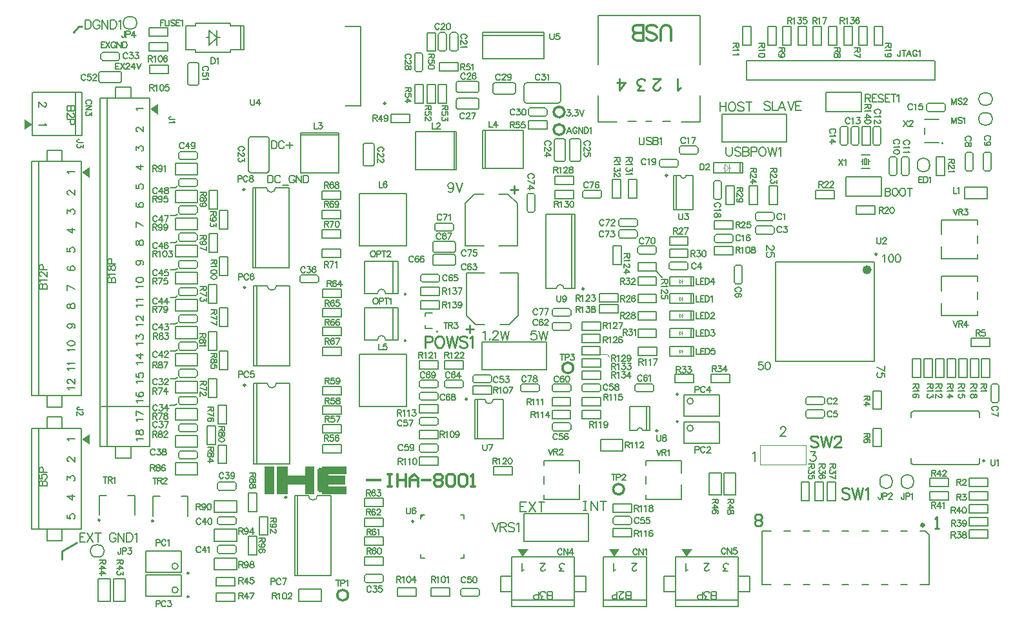
<source format=gto>
G04*
G04 #@! TF.GenerationSoftware,Altium Limited,Altium Designer,21.6.1 (37)*
G04*
G04 Layer_Color=65535*
%FSLAX44Y44*%
%MOMM*%
G71*
G04*
G04 #@! TF.SameCoordinates,38397863-0F1A-4956-A7FE-9114BFC2A937*
G04*
G04*
G04 #@! TF.FilePolarity,Positive*
G04*
G01*
G75*
%ADD10C,0.1500*%
%ADD11C,0.2500*%
%ADD12C,0.2000*%
%ADD13C,0.5000*%
%ADD14C,0.2540*%
%ADD15C,0.3000*%
%ADD16C,0.6000*%
%ADD17C,0.1000*%
%ADD18C,0.3500*%
%ADD19R,2.1000X0.4000*%
G36*
X80640Y235580D02*
X90640Y242580D01*
Y228580D01*
X80640Y235580D01*
D02*
G37*
G36*
X332880Y198160D02*
Y196128D01*
Y194096D01*
Y192064D01*
Y190032D01*
Y188000D01*
Y185968D01*
Y183936D01*
Y181904D01*
Y179872D01*
Y177840D01*
Y175808D01*
Y173776D01*
Y171744D01*
Y169712D01*
Y167680D01*
Y165648D01*
Y163616D01*
X320688D01*
Y165648D01*
Y167680D01*
Y169712D01*
Y171744D01*
Y173776D01*
Y175808D01*
Y177840D01*
Y179872D01*
Y181904D01*
Y183936D01*
Y185968D01*
Y188000D01*
Y190032D01*
Y192064D01*
Y194096D01*
Y196128D01*
Y198160D01*
Y200192D01*
X332880D01*
Y198160D01*
D02*
G37*
G36*
X15360Y648420D02*
X5360Y641420D01*
Y655420D01*
X15360Y648420D01*
D02*
G37*
G36*
X80640Y585580D02*
X90640Y592580D01*
Y578580D01*
X80640Y585580D01*
D02*
G37*
G36*
X170640Y668580D02*
X180640Y675580D01*
Y661580D01*
X170640Y668580D01*
D02*
G37*
G36*
X385712Y198160D02*
Y196128D01*
Y194096D01*
Y192064D01*
Y190032D01*
Y188000D01*
Y185968D01*
Y183936D01*
Y181904D01*
Y179872D01*
Y177840D01*
Y175808D01*
Y173776D01*
Y171744D01*
Y169712D01*
Y167680D01*
Y165648D01*
Y163616D01*
X373520D01*
Y165648D01*
Y167680D01*
Y169712D01*
Y171744D01*
Y173776D01*
Y175808D01*
X351168D01*
Y173776D01*
Y171744D01*
Y169712D01*
Y167680D01*
Y165648D01*
Y163616D01*
X336944D01*
Y165648D01*
Y167680D01*
Y169712D01*
Y171744D01*
Y173776D01*
Y175808D01*
Y177840D01*
Y179872D01*
Y181904D01*
Y183936D01*
Y185968D01*
Y188000D01*
Y190032D01*
Y192064D01*
Y194096D01*
Y196128D01*
Y198160D01*
Y200192D01*
X351168D01*
Y198160D01*
Y196128D01*
Y194096D01*
Y192064D01*
Y190032D01*
Y188000D01*
X373520D01*
Y190032D01*
Y192064D01*
Y194096D01*
Y196128D01*
Y198160D01*
Y200192D01*
X385712D01*
Y198160D01*
D02*
G37*
G36*
X428384D02*
Y196128D01*
Y194096D01*
Y192064D01*
Y190032D01*
X404000D01*
Y188000D01*
X426352D01*
Y185968D01*
Y183936D01*
Y181904D01*
Y179872D01*
Y177840D01*
Y175808D01*
X404000D01*
Y173776D01*
X428384D01*
Y171744D01*
Y169712D01*
Y167680D01*
Y165648D01*
Y163616D01*
X395872D01*
Y165648D01*
X391808D01*
Y167680D01*
X389776D01*
Y169712D01*
Y171744D01*
Y173776D01*
Y175808D01*
Y177840D01*
Y179872D01*
Y181904D01*
Y183936D01*
Y185968D01*
Y188000D01*
Y190032D01*
Y192064D01*
Y194096D01*
Y196128D01*
X391808D01*
Y198160D01*
X395872D01*
Y200192D01*
X428384D01*
Y198160D01*
D02*
G37*
G36*
X659420Y81640D02*
X652420Y91640D01*
X666420D01*
X659420Y81640D01*
D02*
G37*
G36*
X779420D02*
X772420Y91640D01*
X786420D01*
X779420Y81640D01*
D02*
G37*
G36*
X874420D02*
X867420Y91640D01*
X881420D01*
X874420Y81640D01*
D02*
G37*
D10*
X1118750Y623900D02*
G03*
X1120900Y621750I2150J0D01*
G01*
Y646250D02*
G03*
X1118750Y644100I0J-2150D01*
G01*
X1129250D02*
G03*
X1127100Y646250I-2150J0D01*
G01*
Y621750D02*
G03*
X1129250Y623900I0J2150D01*
G01*
X130500Y703750D02*
G03*
X132750Y706000I0J2250D01*
G01*
Y716000D02*
G03*
X130500Y718250I-2250J0D01*
G01*
X105500D02*
G03*
X103250Y716000I0J-2250D01*
G01*
Y706000D02*
G03*
X105500Y703750I2250J0D01*
G01*
X866491Y581500D02*
G03*
X873509Y581500I3509J0D01*
G01*
X1144000Y181270D02*
G03*
X1128000Y181270I-8000J0D01*
G01*
Y178730D02*
G03*
X1144000Y178730I8000J0D01*
G01*
X883001Y285650D02*
G03*
X883001Y285650I-4000J0D01*
G01*
X543500Y478250D02*
G03*
X541250Y476000I0J-2250D01*
G01*
Y466000D02*
G03*
X543500Y463750I2250J0D01*
G01*
X568500D02*
G03*
X570750Y466000I0J2250D01*
G01*
Y476000D02*
G03*
X568500Y478250I-2250J0D01*
G01*
X326250Y630000D02*
G03*
X323500Y632750I-2750J0D01*
G01*
X299750Y588000D02*
G03*
X302500Y585250I2750J0D01*
G01*
Y632750D02*
G03*
X299750Y630000I0J-2750D01*
G01*
X323500Y585250D02*
G03*
X326250Y588000I0J2750D01*
G01*
X840900Y603250D02*
G03*
X838750Y601100I0J-2150D01*
G01*
X863250D02*
G03*
X861100Y603250I-2150J0D01*
G01*
Y592750D02*
G03*
X863250Y594900I0J2150D01*
G01*
X838750D02*
G03*
X840900Y592750I2150J0D01*
G01*
X145270Y774000D02*
G03*
X145270Y790000I0J8000D01*
G01*
X142730D02*
G03*
X142730Y774000I0J-8000D01*
G01*
X206999Y69001D02*
G03*
X206999Y69001I-4000J0D01*
G01*
Y38001D02*
G03*
X206999Y38001I-4000J0D01*
G01*
X883001Y249999D02*
G03*
X883001Y249999I-4000J0D01*
G01*
X1267810Y648000D02*
G03*
X1267810Y664000I0J8000D01*
G01*
X1265270D02*
G03*
X1265270Y648000I0J-8000D01*
G01*
X1177000Y594270D02*
G03*
X1193000Y594270I8000J0D01*
G01*
Y596810D02*
G03*
X1177000Y596810I-8000J0D01*
G01*
X1267810Y674000D02*
G03*
X1267810Y690000I0J8000D01*
G01*
X1265270D02*
G03*
X1265270Y674000I0J-8000D01*
G01*
X1156000Y178730D02*
G03*
X1172000Y178730I8000J0D01*
G01*
Y181270D02*
G03*
X1156000Y181270I-8000J0D01*
G01*
X99730Y97000D02*
G03*
X99730Y81000I0J-8000D01*
G01*
X102270D02*
G03*
X102270Y97000I0J8000D01*
G01*
X232250Y396736D02*
G03*
X230100Y398886I-2150J0D01*
G01*
X209900D02*
G03*
X207750Y396736I0J-2150D01*
G01*
Y390536D02*
G03*
X209900Y388386I2150J0D01*
G01*
X230100D02*
G03*
X232250Y390536I0J2150D01*
G01*
Y503918D02*
G03*
X230100Y506068I-2150J0D01*
G01*
X209900D02*
G03*
X207750Y503918I0J-2150D01*
G01*
Y497718D02*
G03*
X209900Y495568I2150J0D01*
G01*
X230100D02*
G03*
X232250Y497718I0J2150D01*
G01*
X232250Y611100D02*
G03*
X230100Y613250I-2150J0D01*
G01*
X209900D02*
G03*
X207750Y611100I0J-2150D01*
G01*
Y604900D02*
G03*
X209900Y602750I2150J0D01*
G01*
X230100D02*
G03*
X232250Y604900I0J2150D01*
G01*
X391250Y449100D02*
G03*
X389100Y451250I-2150J0D01*
G01*
X368900D02*
G03*
X366750Y449100I0J-2150D01*
G01*
Y442900D02*
G03*
X368900Y440750I2150J0D01*
G01*
X389100D02*
G03*
X391250Y442900I0J2150D01*
G01*
X550650Y769250D02*
G03*
X548500Y767100I0J-2150D01*
G01*
Y746900D02*
G03*
X550650Y744750I2150J0D01*
G01*
X556850D02*
G03*
X559000Y746900I0J2150D01*
G01*
Y767100D02*
G03*
X556850Y769250I-2150J0D01*
G01*
X697750Y398900D02*
G03*
X699900Y396750I2150J0D01*
G01*
X720100D02*
G03*
X722250Y398900I0J2150D01*
G01*
Y405100D02*
G03*
X720100Y407250I-2150J0D01*
G01*
X699900D02*
G03*
X697750Y405100I0J-2150D01*
G01*
X785150Y501900D02*
G03*
X787300Y499750I2150J0D01*
G01*
X807500D02*
G03*
X809650Y501900I0J2150D01*
G01*
Y508100D02*
G03*
X807500Y510250I-2150J0D01*
G01*
X787300D02*
G03*
X785150Y508100I0J-2150D01*
G01*
X989250Y531100D02*
G03*
X987100Y533250I-2150J0D01*
G01*
X966900D02*
G03*
X964750Y531100I0J-2150D01*
G01*
Y524900D02*
G03*
X966900Y522750I2150J0D01*
G01*
X987100D02*
G03*
X989250Y524900I0J2150D01*
G01*
X1213766Y674100D02*
G03*
X1211616Y676250I-2150J0D01*
G01*
X1191416D02*
G03*
X1189266Y674100I0J-2150D01*
G01*
Y667900D02*
G03*
X1191416Y665750I2150J0D01*
G01*
X1211616D02*
G03*
X1213766Y667900I0J2150D01*
G01*
X761250Y306100D02*
G03*
X759100Y308250I-2150J0D01*
G01*
X738900D02*
G03*
X736750Y306100I0J-2150D01*
G01*
Y299900D02*
G03*
X738900Y297750I2150J0D01*
G01*
X759100D02*
G03*
X761250Y299900I0J2150D01*
G01*
X232250Y218100D02*
G03*
X230100Y220250I-2150J0D01*
G01*
X209900D02*
G03*
X207750Y218100I0J-2150D01*
G01*
Y211900D02*
G03*
X209900Y209750I2150J0D01*
G01*
X230100D02*
G03*
X232250Y211900I0J2150D01*
G01*
X911900Y574750D02*
G03*
X909750Y572600I0J-2150D01*
G01*
Y552400D02*
G03*
X911900Y550250I2150J0D01*
G01*
X918100D02*
G03*
X920250Y552400I0J2150D01*
G01*
Y572600D02*
G03*
X918100Y574750I-2150J0D01*
G01*
X283250Y94100D02*
G03*
X281100Y96250I-2150J0D01*
G01*
X260900D02*
G03*
X258750Y94100I0J-2150D01*
G01*
Y87900D02*
G03*
X260900Y85750I2150J0D01*
G01*
X281100D02*
G03*
X283250Y87900I0J2150D01*
G01*
X703000Y629750D02*
G03*
X700750Y627500I0J-2250D01*
G01*
X715250D02*
G03*
X713000Y629750I-2250J0D01*
G01*
Y600250D02*
G03*
X715250Y602500I0J2250D01*
G01*
X700750D02*
G03*
X703000Y600250I2250J0D01*
G01*
X556750Y304900D02*
G03*
X558900Y302750I2150J0D01*
G01*
X579100D02*
G03*
X581250Y304900I0J2150D01*
G01*
Y311100D02*
G03*
X579100Y313250I-2150J0D01*
G01*
X558900D02*
G03*
X556750Y311100I0J-2150D01*
G01*
X232250Y539645D02*
G03*
X230100Y541795I-2150J0D01*
G01*
X209900D02*
G03*
X207750Y539645I0J-2150D01*
G01*
Y533445D02*
G03*
X209900Y531295I2150J0D01*
G01*
X230100D02*
G03*
X232250Y533445I0J2150D01*
G01*
X1164100Y581750D02*
G03*
X1166250Y583900I0J2150D01*
G01*
Y604100D02*
G03*
X1164100Y606250I-2150J0D01*
G01*
X1157900D02*
G03*
X1155750Y604100I0J-2150D01*
G01*
Y583900D02*
G03*
X1157900Y581750I2150J0D01*
G01*
X777750Y125900D02*
G03*
X779900Y123750I2150J0D01*
G01*
X800100D02*
G03*
X802250Y125900I0J2150D01*
G01*
Y132100D02*
G03*
X800100Y134250I-2150J0D01*
G01*
X779900D02*
G03*
X777750Y132100I0J-2150D01*
G01*
X691250Y668100D02*
G03*
X689100Y670250I-2150J0D01*
G01*
X668900D02*
G03*
X666750Y668100I0J-2150D01*
G01*
Y661900D02*
G03*
X668900Y659750I2150J0D01*
G01*
X689100D02*
G03*
X691250Y661900I0J2150D01*
G01*
X572250Y670750D02*
G03*
X574500Y668500I2250J0D01*
G01*
Y683000D02*
G03*
X572250Y680750I0J-2250D01*
G01*
X601750D02*
G03*
X599500Y683000I-2250J0D01*
G01*
Y668500D02*
G03*
X601750Y670750I0J2250D01*
G01*
X548250Y311100D02*
G03*
X546100Y313250I-2150J0D01*
G01*
X525900D02*
G03*
X523750Y311100I0J-2150D01*
G01*
Y304900D02*
G03*
X525900Y302750I2150J0D01*
G01*
X546100D02*
G03*
X548250Y304900I0J2150D01*
G01*
X550250Y450100D02*
G03*
X548100Y452250I-2150J0D01*
G01*
X527900D02*
G03*
X525750Y450100I0J-2150D01*
G01*
Y443900D02*
G03*
X527900Y441750I2150J0D01*
G01*
X548100D02*
G03*
X550250Y443900I0J2150D01*
G01*
X1084100Y621750D02*
G03*
X1086250Y623900I0J2150D01*
G01*
Y644100D02*
G03*
X1084100Y646250I-2150J0D01*
G01*
X1077900D02*
G03*
X1075750Y644100I0J-2150D01*
G01*
Y623900D02*
G03*
X1077900Y621750I2150J0D01*
G01*
X130250Y741100D02*
G03*
X128100Y743250I-2150J0D01*
G01*
X107900D02*
G03*
X105750Y741100I0J-2150D01*
G01*
Y734900D02*
G03*
X107900Y732750I2150J0D01*
G01*
X128100D02*
G03*
X130250Y734900I0J2150D01*
G01*
X232250Y253827D02*
G03*
X230100Y255977I-2150J0D01*
G01*
X209900D02*
G03*
X207750Y253827I0J-2150D01*
G01*
Y247627D02*
G03*
X209900Y245477I2150J0D01*
G01*
X230100D02*
G03*
X232250Y247627I0J2150D01*
G01*
X806750Y299900D02*
G03*
X808900Y297750I2150J0D01*
G01*
X829100D02*
G03*
X831250Y299900I0J2150D01*
G01*
Y306100D02*
G03*
X829100Y308250I-2150J0D01*
G01*
X808900D02*
G03*
X806750Y306100I0J-2150D01*
G01*
X809650Y523100D02*
G03*
X807500Y525250I-2150J0D01*
G01*
X787300D02*
G03*
X785150Y523100I0J-2150D01*
G01*
Y516900D02*
G03*
X787300Y514750I2150J0D01*
G01*
X807500D02*
G03*
X809650Y516900I0J2150D01*
G01*
X232250Y432463D02*
G03*
X230100Y434614I-2150J0D01*
G01*
X209900D02*
G03*
X207750Y432463I0J-2150D01*
G01*
Y426264D02*
G03*
X209900Y424114I2150J0D01*
G01*
X230100D02*
G03*
X232250Y426264I0J2150D01*
G01*
X666900Y558250D02*
G03*
X664750Y556100I0J-2150D01*
G01*
Y535900D02*
G03*
X666900Y533750I2150J0D01*
G01*
X673100D02*
G03*
X675250Y535900I0J2150D01*
G01*
Y556100D02*
G03*
X673100Y558250I-2150J0D01*
G01*
X565900Y769250D02*
G03*
X563750Y767100I0J-2150D01*
G01*
Y746900D02*
G03*
X565900Y744750I2150J0D01*
G01*
X572100D02*
G03*
X574250Y746900I0J2150D01*
G01*
Y767100D02*
G03*
X572100Y769250I-2150J0D01*
G01*
X232250Y325282D02*
G03*
X230100Y327432I-2150J0D01*
G01*
X209900D02*
G03*
X207750Y325282I0J-2150D01*
G01*
Y319082D02*
G03*
X209900Y316932I2150J0D01*
G01*
X230100D02*
G03*
X232250Y319082I0J2150D01*
G01*
X519650Y742850D02*
G03*
X517500Y740700I0J-2150D01*
G01*
Y720500D02*
G03*
X519650Y718350I2150J0D01*
G01*
X525850D02*
G03*
X528000Y720500I0J2150D01*
G01*
Y740700D02*
G03*
X525850Y742850I-2150J0D01*
G01*
X222000Y729750D02*
G03*
X219750Y727500I0J-2250D01*
G01*
X234250D02*
G03*
X232000Y729750I-2250J0D01*
G01*
Y700250D02*
G03*
X234250Y702500I0J2250D01*
G01*
X219750D02*
G03*
X222000Y700250I2250J0D01*
G01*
X232250Y361009D02*
G03*
X230100Y363159I-2150J0D01*
G01*
X209900D02*
G03*
X207750Y361009I0J-2150D01*
G01*
Y354809D02*
G03*
X209900Y352659I2150J0D01*
G01*
X230100D02*
G03*
X232250Y354809I0J2150D01*
G01*
X851700Y459900D02*
G03*
X853850Y457750I2150J0D01*
G01*
X874050D02*
G03*
X876200Y459900I0J2150D01*
G01*
Y466100D02*
G03*
X874050Y468250I-2150J0D01*
G01*
X853850D02*
G03*
X851700Y466100I0J-2150D01*
G01*
X232250Y468191D02*
G03*
X230100Y470341I-2150J0D01*
G01*
X209900D02*
G03*
X207750Y468191I0J-2150D01*
G01*
Y461991D02*
G03*
X209900Y459841I2150J0D01*
G01*
X230100D02*
G03*
X232250Y461991I0J2150D01*
G01*
X523750Y220900D02*
G03*
X525900Y218750I2150J0D01*
G01*
X546100D02*
G03*
X548250Y220900I0J2150D01*
G01*
Y227100D02*
G03*
X546100Y229250I-2150J0D01*
G01*
X525900D02*
G03*
X523750Y227100I0J-2150D01*
G01*
X722250Y255100D02*
G03*
X720100Y257250I-2150J0D01*
G01*
X699900D02*
G03*
X697750Y255100I0J-2150D01*
G01*
Y248900D02*
G03*
X699900Y246750I2150J0D01*
G01*
X720100D02*
G03*
X722250Y248900I0J2150D01*
G01*
X232250Y575373D02*
G03*
X230100Y577523I-2150J0D01*
G01*
X209900D02*
G03*
X207750Y575373I0J-2150D01*
G01*
Y569173D02*
G03*
X209900Y567023I2150J0D01*
G01*
X230100D02*
G03*
X232250Y569173I0J2150D01*
G01*
X723000Y629750D02*
G03*
X720750Y627500I0J-2250D01*
G01*
X735250D02*
G03*
X733000Y629750I-2250J0D01*
G01*
Y600250D02*
G03*
X735250Y602500I0J2250D01*
G01*
X720750D02*
G03*
X723000Y600250I2250J0D01*
G01*
X1272100Y587750D02*
G03*
X1274250Y589900I0J2150D01*
G01*
Y610100D02*
G03*
X1272100Y612250I-2150J0D01*
G01*
X1265900D02*
G03*
X1263750Y610100I0J-2150D01*
G01*
Y589900D02*
G03*
X1265900Y587750I2150J0D01*
G01*
X577750Y31650D02*
G03*
X579900Y29500I2150J0D01*
G01*
X600100D02*
G03*
X602250Y31650I0J2150D01*
G01*
Y37850D02*
G03*
X600100Y40000I-2150J0D01*
G01*
X579900D02*
G03*
X577750Y37850I0J-2150D01*
G01*
X697750Y380650D02*
G03*
X699900Y378500I2150J0D01*
G01*
X720100D02*
G03*
X722250Y380650I0J2150D01*
G01*
Y386850D02*
G03*
X720100Y389000I-2150J0D01*
G01*
X699900D02*
G03*
X697750Y386850I0J-2150D01*
G01*
X658425Y308250D02*
G03*
X656275Y306100I0J-2150D01*
G01*
X680775D02*
G03*
X678625Y308250I-2150J0D01*
G01*
Y297750D02*
G03*
X680775Y299900I0J2150D01*
G01*
X656275D02*
G03*
X658425Y297750I2150J0D01*
G01*
X283250Y177100D02*
G03*
X281100Y179250I-2150J0D01*
G01*
X260900D02*
G03*
X258750Y177100I0J-2150D01*
G01*
Y170900D02*
G03*
X260900Y168750I2150J0D01*
G01*
X281100D02*
G03*
X283250Y170900I0J2150D01*
G01*
X864750Y611900D02*
G03*
X866900Y609750I2150J0D01*
G01*
X887100D02*
G03*
X889250Y611900I0J2150D01*
G01*
Y618100D02*
G03*
X887100Y620250I-2150J0D01*
G01*
X866900D02*
G03*
X864750Y618100I0J-2150D01*
G01*
X523750Y255900D02*
G03*
X525900Y253750I2150J0D01*
G01*
X546100D02*
G03*
X548250Y255900I0J2150D01*
G01*
Y262100D02*
G03*
X546100Y264250I-2150J0D01*
G01*
X525900D02*
G03*
X523750Y262100I0J-2150D01*
G01*
X810200Y480900D02*
G03*
X812350Y478750I2150J0D01*
G01*
X832550D02*
G03*
X834700Y480900I0J2150D01*
G01*
Y487100D02*
G03*
X832550Y489250I-2150J0D01*
G01*
X812350D02*
G03*
X810200Y487100I0J-2150D01*
G01*
X541250Y483000D02*
G03*
X543500Y480750I2250J0D01*
G01*
Y495250D02*
G03*
X541250Y493000I0J-2250D01*
G01*
X570750D02*
G03*
X568500Y495250I-2250J0D01*
G01*
Y480750D02*
G03*
X570750Y483000I0J2250D01*
G01*
X1248100Y587750D02*
G03*
X1250250Y589900I0J2150D01*
G01*
Y610100D02*
G03*
X1248100Y612250I-2150J0D01*
G01*
X1241900D02*
G03*
X1239750Y610100I0J-2150D01*
G01*
Y589900D02*
G03*
X1241900Y587750I2150J0D01*
G01*
X476250Y56100D02*
G03*
X474100Y58250I-2150J0D01*
G01*
X453900D02*
G03*
X451750Y56100I0J-2150D01*
G01*
Y49900D02*
G03*
X453900Y47750I2150J0D01*
G01*
X474100D02*
G03*
X476250Y49900I0J2150D01*
G01*
X462000Y594250D02*
G03*
X464250Y596500I0J2250D01*
G01*
X449750D02*
G03*
X452000Y594250I2250J0D01*
G01*
Y623750D02*
G03*
X449750Y621500I0J-2250D01*
G01*
X464250D02*
G03*
X462000Y623750I-2250J0D01*
G01*
X722250Y306100D02*
G03*
X720100Y308250I-2150J0D01*
G01*
X699900D02*
G03*
X697750Y306100I0J-2150D01*
G01*
Y299900D02*
G03*
X699900Y297750I2150J0D01*
G01*
X720100D02*
G03*
X722250Y299900I0J2150D01*
G01*
X548250Y295100D02*
G03*
X546100Y297250I-2150J0D01*
G01*
X525900D02*
G03*
X523750Y295100I0J-2150D01*
G01*
Y288900D02*
G03*
X525900Y286750I2150J0D01*
G01*
X546100D02*
G03*
X548250Y288900I0J2150D01*
G01*
X572250Y692900D02*
G03*
X574500Y690650I2250J0D01*
G01*
Y705150D02*
G03*
X572250Y702900I0J-2250D01*
G01*
X601750D02*
G03*
X599500Y705150I-2250J0D01*
G01*
Y690650D02*
G03*
X601750Y692900I0J2250D01*
G01*
X738150Y554150D02*
G03*
X740300Y552000I2150J0D01*
G01*
X760500D02*
G03*
X762650Y554150I0J2150D01*
G01*
Y560350D02*
G03*
X760500Y562500I-2150J0D01*
G01*
X740300D02*
G03*
X738150Y560350I0J-2150D01*
G01*
X1148100Y581750D02*
G03*
X1150250Y583900I0J2150D01*
G01*
Y604100D02*
G03*
X1148100Y606250I-2150J0D01*
G01*
X1141900D02*
G03*
X1139750Y604100I0J-2150D01*
G01*
Y583900D02*
G03*
X1141900Y581750I2150J0D01*
G01*
X1098433Y621750D02*
G03*
X1100583Y623900I0J2150D01*
G01*
Y644100D02*
G03*
X1098433Y646250I-2150J0D01*
G01*
X1092233D02*
G03*
X1090083Y644100I0J-2150D01*
G01*
Y623900D02*
G03*
X1092233Y621750I2150J0D01*
G01*
X649750Y701000D02*
G03*
X647500Y703250I-2250J0D01*
G01*
Y688750D02*
G03*
X649750Y691000I0J2250D01*
G01*
X620250D02*
G03*
X622500Y688750I2250J0D01*
G01*
Y703250D02*
G03*
X620250Y701000I0J-2250D01*
G01*
X593750Y311650D02*
G03*
X595900Y309500I2150J0D01*
G01*
X616100D02*
G03*
X618250Y311650I0J2150D01*
G01*
Y317850D02*
G03*
X616100Y320000I-2150J0D01*
G01*
X595900D02*
G03*
X593750Y317850I0J-2150D01*
G01*
X945100Y439750D02*
G03*
X947250Y441900I0J2150D01*
G01*
Y462100D02*
G03*
X945100Y464250I-2150J0D01*
G01*
X938900D02*
G03*
X936750Y462100I0J-2150D01*
G01*
Y441900D02*
G03*
X938900Y439750I2150J0D01*
G01*
X568250Y517100D02*
G03*
X566100Y519250I-2150J0D01*
G01*
X545900D02*
G03*
X543750Y517100I0J-2150D01*
G01*
Y510900D02*
G03*
X545900Y508750I2150J0D01*
G01*
X566100D02*
G03*
X568250Y510900I0J2150D01*
G01*
X232250Y289555D02*
G03*
X230100Y291705I-2150J0D01*
G01*
X209900D02*
G03*
X207750Y289555I0J-2150D01*
G01*
Y283354D02*
G03*
X209900Y281204I2150J0D01*
G01*
X230100D02*
G03*
X232250Y283354I0J2150D01*
G01*
X989250Y513100D02*
G03*
X987100Y515250I-2150J0D01*
G01*
X966900D02*
G03*
X964750Y513100I0J-2150D01*
G01*
Y506900D02*
G03*
X966900Y504750I2150J0D01*
G01*
X987100D02*
G03*
X989250Y506900I0J2150D01*
G01*
X283250Y131600D02*
G03*
X281100Y133750I-2150J0D01*
G01*
X260900D02*
G03*
X258750Y131600I0J-2150D01*
G01*
Y125400D02*
G03*
X260900Y123250I2150J0D01*
G01*
X281100D02*
G03*
X283250Y125400I0J2150D01*
G01*
X661250Y679500D02*
G03*
X664000Y676750I2750J0D01*
G01*
X708750Y700500D02*
G03*
X706000Y703250I-2750J0D01*
G01*
X664000D02*
G03*
X661250Y700500I0J-2750D01*
G01*
X706000Y676750D02*
G03*
X708750Y679500I0J2750D01*
G01*
X1284250Y306100D02*
G03*
X1282100Y308250I-2150J0D01*
G01*
Y283750D02*
G03*
X1284250Y285900I0J2150D01*
G01*
X1273750D02*
G03*
X1275900Y283750I2150J0D01*
G01*
Y308250D02*
G03*
X1273750Y306100I0J-2150D01*
G01*
X1032900Y274250D02*
G03*
X1030750Y272100I0J-2150D01*
G01*
X1055250D02*
G03*
X1053100Y274250I-2150J0D01*
G01*
Y263750D02*
G03*
X1055250Y265900I0J2150D01*
G01*
X1030750D02*
G03*
X1032900Y263750I2150J0D01*
G01*
Y291250D02*
G03*
X1030750Y289100I0J-2150D01*
G01*
X1055250D02*
G03*
X1053100Y291250I-2150J0D01*
G01*
Y280750D02*
G03*
X1055250Y282900I0J2150D01*
G01*
X1030750D02*
G03*
X1032900Y280750I2150J0D01*
G01*
X933100Y493750D02*
G03*
X935250Y495900I0J2150D01*
G01*
X910750D02*
G03*
X912900Y493750I2150J0D01*
G01*
Y504250D02*
G03*
X910750Y502100I0J-2150D01*
G01*
X935250D02*
G03*
X933100Y504250I-2150J0D01*
G01*
X585500Y398000D02*
X597500Y386000D01*
X585500Y454000D02*
X609500D01*
X629500D02*
X653500D01*
X629500Y386000D02*
X641500D01*
X653500Y398000D02*
Y454000D01*
X597500Y386000D02*
X609500D01*
X585500Y398000D02*
Y454000D01*
X641500Y386000D02*
X653500Y398000D01*
X736800Y262500D02*
Y273500D01*
Y262500D02*
X761200D01*
Y273500D01*
X736800D02*
X761200D01*
X1115417Y621800D02*
Y646200D01*
X1104417Y621800D02*
X1115417D01*
X1104417D02*
Y646200D01*
X1115417D01*
X1118750Y623900D02*
Y644100D01*
X1120900Y646250D02*
X1127100D01*
X1120900Y621750D02*
X1127100D01*
X1129250Y623900D02*
Y644100D01*
X550200Y406500D02*
Y417500D01*
X525800D02*
X550200D01*
X525800Y406500D02*
Y417500D01*
Y406500D02*
X550200D01*
X697800Y262500D02*
Y273500D01*
Y262500D02*
X722200D01*
Y273500D01*
X697800D02*
X722200D01*
X525500Y79500D02*
Y84500D01*
Y79500D02*
X530500D01*
X582500D02*
Y84500D01*
X577500Y79500D02*
X582500D01*
Y131500D02*
Y136500D01*
X577500D02*
X582500D01*
X525500Y133000D02*
X529000Y136500D01*
X525500Y134250D02*
X527750Y136500D01*
X525500Y131500D02*
Y136500D01*
X530500D01*
X105500Y703750D02*
X130500D01*
X132750Y706000D02*
Y716000D01*
X103250Y706000D02*
Y716000D01*
X105500Y718250D02*
X130500D01*
X880500Y449000D02*
X883500D01*
Y437000D02*
Y449000D01*
X880500Y437000D02*
X883500D01*
X880500D02*
Y449000D01*
X852500D02*
X880500D01*
X852500Y437000D02*
Y449000D01*
Y437000D02*
X880500D01*
X1189000Y202500D02*
X1257000D01*
X1259000Y204500D01*
Y210500D01*
X1169000Y264500D02*
Y270500D01*
X1171000Y272500D01*
X1189000D01*
X1259000Y264500D02*
Y270500D01*
X1257000Y272500D02*
X1259000Y270500D01*
X1189000Y272500D02*
X1257000D01*
X1169000Y204500D02*
Y210500D01*
Y204500D02*
X1171000Y202500D01*
X1189000D01*
X1103750Y609000D02*
X1114250D01*
X1112750Y600000D02*
X1114250D01*
X1103750D02*
X1105250D01*
Y596250D02*
Y603750D01*
X1112750Y596250D02*
Y603750D01*
X1107750D02*
X1110250D01*
X1107750Y596250D02*
Y603750D01*
Y596250D02*
X1110250D01*
Y603750D01*
X1103750Y591000D02*
X1114250D01*
X861000Y536750D02*
Y581500D01*
X857000Y536750D02*
Y581500D01*
Y536750D02*
X883000D01*
Y581500D01*
X873750D02*
X883000D01*
X857000D02*
X866500D01*
X1144000Y178730D02*
Y181270D01*
X1128000Y178730D02*
Y181270D01*
X871001Y265650D02*
Y293650D01*
Y265650D02*
X917001Y265650D01*
Y293650D01*
X871001D02*
X917001D01*
X923250Y162250D02*
X938750D01*
Y191750D01*
X923250Y162250D02*
Y191750D01*
X938750D01*
X543500Y478250D02*
X568500D01*
X541250Y466000D02*
Y476000D01*
X570750Y466000D02*
Y476000D01*
X543500Y463750D02*
X568500D01*
X258000Y762500D02*
X262000D01*
X258000Y752500D02*
Y772500D01*
X248000D02*
X257500Y763000D01*
X248000Y752500D02*
Y772500D01*
Y752500D02*
X257500Y762000D01*
X293000Y746500D02*
Y778500D01*
X289000Y746500D02*
X293000D01*
X289000D02*
Y778500D01*
X230000Y781500D02*
X276000D01*
X230000Y743500D02*
X276000D01*
X230000D02*
Y746500D01*
X217000D02*
X230000D01*
X217000D02*
Y778500D01*
X230000D01*
Y781500D01*
X276000Y778500D02*
X289000D01*
X293000D01*
X276000D02*
Y781500D01*
Y743500D02*
Y746500D01*
X289000D01*
X244000Y762500D02*
X248000D01*
X326250Y630000D02*
X326250Y588000D01*
X302500Y632750D02*
X323500D01*
X302500Y585250D02*
X323500D01*
X299750Y630000D02*
X299750Y588000D01*
X840900Y603250D02*
X861100D01*
X863250Y594900D02*
Y601100D01*
X838750Y594900D02*
Y601100D01*
X840900Y592750D02*
X861100D01*
X1257333Y316800D02*
Y341200D01*
X1246333Y316800D02*
X1257333D01*
X1246333D02*
Y341200D01*
X1257333D01*
X845000Y56000D02*
X860000D01*
X845000Y35840D02*
X860000D01*
X845000D02*
Y56000D01*
X860000Y25000D02*
X942000Y25000D01*
X860000Y16000D02*
Y81000D01*
Y16000D02*
X942000Y16000D01*
Y16000D02*
Y80290D01*
X860000Y81000D02*
X942000Y81000D01*
X942450Y56000D02*
X957450D01*
X942450Y36000D02*
X957450D01*
Y56000D01*
X125000Y210550D02*
X145000D01*
X125000D02*
Y225550D01*
X145000Y210550D02*
Y225550D01*
Y683000D02*
Y698000D01*
X124840Y683000D02*
Y698000D01*
X145000D01*
X114000Y683000D02*
X114000Y226000D01*
X105000Y683000D02*
X170000D01*
X105000D02*
X105000Y226000D01*
X105000D02*
X169290D01*
X170000Y683000D02*
X170000Y226000D01*
X55000Y250000D02*
Y265000D01*
X34840Y250000D02*
Y265000D01*
X55000D01*
X24000Y250000D02*
X24000Y118000D01*
X15000Y250000D02*
X80000D01*
X15000D02*
X15000Y118000D01*
X15000D02*
X79290D01*
X80000Y250000D02*
X80000Y118000D01*
X55000Y102550D02*
Y117550D01*
X35000Y102550D02*
Y117550D01*
Y102550D02*
X55000D01*
X15000Y293000D02*
X79290D01*
X55000Y277550D02*
Y292550D01*
X35000Y277550D02*
Y292550D01*
Y277550D02*
X55000D01*
Y600000D02*
Y615000D01*
X34840Y600000D02*
Y615000D01*
X55000D01*
X24000Y600000D02*
X24000Y293000D01*
X15000Y600000D02*
X80000D01*
X15000D02*
X15000Y293000D01*
X80000Y600000D02*
X80000Y293000D01*
X822000Y16000D02*
Y80290D01*
X765000Y25000D02*
X822000Y25000D01*
X765000Y16000D02*
Y81000D01*
Y16000D02*
X822000Y16000D01*
X765000Y81000D02*
X822000Y81000D01*
X142730Y774000D02*
X145270D01*
X142730Y790000D02*
X145270D01*
X909500Y585000D02*
Y599000D01*
Y585000D02*
X944500D01*
X909500Y599000D02*
X944500D01*
X947500D01*
X944500Y585000D02*
X947500D01*
Y599000D01*
X944500Y585000D02*
Y599000D01*
X584000Y545000D02*
X596000Y557000D01*
X652000Y489000D02*
Y545000D01*
X628000Y557000D02*
X640000D01*
X584000Y489000D02*
Y545000D01*
X596000Y557000D02*
X608000D01*
X584000Y489000D02*
X608000D01*
X628000D02*
X652000D01*
X640000Y557000D02*
X652000Y545000D01*
X852500Y345000D02*
X880500D01*
X852500D02*
Y357000D01*
X880500D01*
Y345000D02*
Y357000D01*
Y345000D02*
X883500D01*
Y357000D01*
X880500D02*
X883500D01*
X550200Y424125D02*
Y435125D01*
X525800D02*
X550200D01*
X525800Y424125D02*
Y435125D01*
Y424125D02*
X550200D01*
X531000Y401002D02*
X540250D01*
X531000Y397002D02*
Y401002D01*
Y381002D02*
Y385002D01*
Y381002D02*
X540250D01*
X759800Y401500D02*
X784200D01*
X759800D02*
Y412500D01*
X784200D01*
Y401500D02*
Y412500D01*
X164999Y61001D02*
X210999D01*
X164999D02*
Y89001D01*
X210999Y89001D01*
Y61001D02*
Y89001D01*
Y30001D02*
Y58001D01*
X164999Y58001D02*
X210999Y58001D01*
X164999Y30001D02*
Y58001D01*
Y30001D02*
X210999D01*
X871001Y257999D02*
X917001D01*
Y229999D02*
Y257999D01*
X871001Y229999D02*
X917001Y229999D01*
X871001Y229999D02*
Y257999D01*
X1265270Y648000D02*
X1267810D01*
X1265270Y664000D02*
X1267810D01*
X1177000Y594270D02*
Y596810D01*
X1193000Y594270D02*
Y596810D01*
X1265270Y674000D02*
X1267810D01*
X1265270Y690000D02*
X1267810D01*
X1156000Y178730D02*
Y181270D01*
X1172000Y178730D02*
Y181270D01*
X99730Y97000D02*
X102270D01*
X99730Y81000D02*
X102270D01*
X1268750Y551250D02*
Y566750D01*
X1239250D02*
X1268750D01*
X1239250Y551250D02*
X1268750D01*
X1239250D02*
Y566750D01*
X122250Y52401D02*
X137750D01*
X122250Y22901D02*
Y52401D01*
X137750Y22901D02*
Y52401D01*
X122250Y22901D02*
X137750D01*
X232750Y296410D02*
Y311910D01*
X203250D02*
X232750D01*
X203250Y296410D02*
X232750D01*
X203250D02*
Y311910D01*
X232750Y439290D02*
Y454790D01*
X203250D02*
X232750D01*
X203250Y439290D02*
X232750D01*
X203250D02*
Y454790D01*
X232750Y260690D02*
Y276190D01*
X203250D02*
X232750D01*
X203250Y260690D02*
X232750D01*
X203250D02*
Y276190D01*
X232750Y403570D02*
Y419070D01*
X203250D02*
X232750D01*
X203250Y403570D02*
X232750D01*
X203250D02*
Y419070D01*
X232750Y224970D02*
Y240470D01*
X203250D02*
X232750D01*
X203250Y224970D02*
X232750D01*
X203250D02*
Y240470D01*
X232750Y367850D02*
Y383350D01*
X203250D02*
X232750D01*
X203250Y367850D02*
X232750D01*
X203250D02*
Y383350D01*
X232750Y189250D02*
Y204750D01*
X203250D02*
X232750D01*
X203250Y189250D02*
X232750D01*
X203250D02*
Y204750D01*
X232750Y332130D02*
Y347630D01*
X203250D02*
X232750D01*
X203250Y332130D02*
X232750D01*
X203250D02*
Y347630D01*
X283750Y139500D02*
Y155000D01*
X254250D02*
X283750D01*
X254250Y139500D02*
X283750D01*
X254250D02*
Y155000D01*
X232750Y582170D02*
Y597670D01*
X203250D02*
X232750D01*
X203250Y582170D02*
X232750D01*
X203250D02*
Y597670D01*
X283750Y101875D02*
Y117375D01*
X254250D02*
X283750D01*
X254250Y101875D02*
X283750D01*
X254250D02*
Y117375D01*
X232750Y546450D02*
Y561950D01*
X203250D02*
X232750D01*
X203250Y546450D02*
X232750D01*
X203250D02*
Y561950D01*
X283750Y64250D02*
Y79750D01*
X254250D02*
X283750D01*
X254250Y64250D02*
X283750D01*
X254250D02*
Y79750D01*
X232750Y510730D02*
Y526230D01*
X203250D02*
X232750D01*
X203250Y510730D02*
X232750D01*
X203250D02*
Y526230D01*
X365250Y23151D02*
Y38651D01*
Y23151D02*
X394750D01*
X365250Y38651D02*
X394750D01*
Y23151D02*
Y38651D01*
X232750Y475010D02*
Y490510D01*
X203250D02*
X232750D01*
X203250Y475010D02*
X232750D01*
X203250D02*
Y490510D01*
X102250Y22901D02*
X117750D01*
Y52401D01*
X102250Y22901D02*
Y52401D01*
X117750D01*
X790750Y220250D02*
Y235750D01*
X761250D02*
X790750D01*
X761250Y220250D02*
X790750D01*
X761250D02*
Y235750D01*
X904250Y191750D02*
X919750D01*
X904250Y162250D02*
Y191750D01*
X919750Y162250D02*
Y191750D01*
X904250Y162250D02*
X919750D01*
X168800Y764500D02*
Y775500D01*
Y764500D02*
X193200D01*
Y775500D01*
X168800D02*
X193200D01*
X1100500Y752795D02*
Y777195D01*
X1111500D01*
Y752795D02*
Y777195D01*
X1100500Y752795D02*
X1111500D01*
X1060500Y752800D02*
X1071500D01*
Y777200D01*
X1060500D02*
X1071500D01*
X1060500Y752800D02*
Y777200D01*
X1000500Y752800D02*
Y777200D01*
X1011500D01*
Y752800D02*
Y777200D01*
X1000500Y752800D02*
X1011500D01*
X980500D02*
X991500D01*
Y777200D01*
X980500D02*
X991500D01*
X980500Y752800D02*
Y777200D01*
X947500Y752795D02*
Y777195D01*
X958500D01*
Y752795D02*
Y777195D01*
X947500Y752795D02*
X958500D01*
X1040500D02*
X1051500D01*
Y777195D01*
X1040500D02*
X1051500D01*
X1040500Y752795D02*
Y777195D01*
X1261500Y316800D02*
Y341200D01*
X1272500D01*
Y316800D02*
Y341200D01*
X1261500Y316800D02*
X1272500D01*
X1244800Y173500D02*
Y184500D01*
Y173500D02*
X1269200D01*
Y184500D01*
X1244800D02*
X1269200D01*
X1244800Y166833D02*
X1269200D01*
Y155833D02*
Y166833D01*
X1244800Y155833D02*
X1269200D01*
X1244800D02*
Y166833D01*
X1118500Y299200D02*
X1129500D01*
X1118500Y274800D02*
Y299200D01*
Y274800D02*
X1129500D01*
Y299200D01*
X1247800Y368500D02*
X1272200D01*
Y357500D02*
Y368500D01*
X1247800Y357500D02*
X1272200D01*
X1247800D02*
Y368500D01*
X1118500Y225800D02*
X1129500D01*
Y250200D01*
X1118500D02*
X1129500D01*
X1118500Y225800D02*
Y250200D01*
X1170500Y316800D02*
Y341200D01*
X1181500D01*
Y316800D02*
Y341200D01*
X1170500Y316800D02*
X1181500D01*
X876200Y490500D02*
Y501500D01*
X851800D02*
X876200D01*
X851800Y490500D02*
Y501500D01*
Y490500D02*
X876200D01*
X851800Y474125D02*
X876200D01*
X851800D02*
Y485125D01*
X876200D01*
Y474125D02*
Y485125D01*
X956500Y568200D02*
X967500D01*
X956500Y543800D02*
Y568200D01*
Y543800D02*
X967500D01*
Y568200D01*
X1035500Y154800D02*
Y179200D01*
X1024500Y154800D02*
X1035500D01*
X1024500D02*
Y179200D01*
X1035500D01*
X1042500D02*
X1053500D01*
X1042500Y154800D02*
Y179200D01*
Y154800D02*
X1053500D01*
Y179200D01*
X1244800Y116500D02*
X1269200D01*
Y105500D02*
Y116500D01*
X1244800Y105500D02*
X1269200D01*
X1244800D02*
Y116500D01*
Y122278D02*
Y133278D01*
Y122278D02*
X1269200D01*
Y133278D01*
X1244800D02*
X1269200D01*
X1244800Y150056D02*
X1269200D01*
Y139056D02*
Y150056D01*
X1244800Y139056D02*
X1269200D01*
X1244800D02*
Y150056D01*
X1193800Y155833D02*
Y166833D01*
Y155833D02*
X1218200D01*
Y166833D01*
X1193800D02*
X1218200D01*
X1193800Y184500D02*
X1218200D01*
Y173500D02*
Y184500D01*
X1193800Y173500D02*
X1218200D01*
X1193800D02*
Y184500D01*
X810300Y414833D02*
Y425833D01*
Y414833D02*
X834700D01*
Y425833D01*
X810300D02*
X834700D01*
X810300Y403167D02*
X834700D01*
Y392167D02*
Y403167D01*
X810300Y392167D02*
X834700D01*
X810300D02*
Y403167D01*
Y369500D02*
Y380500D01*
Y369500D02*
X834700D01*
Y380500D01*
X810300D02*
X834700D01*
X810300Y448500D02*
X834700D01*
Y437500D02*
Y448500D01*
X810300Y437500D02*
X834700D01*
X810300D02*
Y448500D01*
X486800Y651500D02*
Y662500D01*
Y651500D02*
X511200D01*
Y662500D01*
X486800D02*
X511200D01*
X544500Y744800D02*
Y769200D01*
X533500Y744800D02*
X544500D01*
X533500D02*
Y769200D01*
X544500D01*
X574250Y718500D02*
Y729500D01*
X549850D02*
X574250D01*
X549850Y718500D02*
Y729500D01*
Y718500D02*
X574250D01*
X533500Y676800D02*
Y701200D01*
X544500D01*
Y676800D02*
Y701200D01*
X533500Y676800D02*
X544500D01*
X548500D02*
X559500D01*
Y701200D01*
X548500D02*
X559500D01*
X548500Y676800D02*
Y701200D01*
X528500Y676800D02*
Y701200D01*
X517500Y676800D02*
X528500D01*
X517500D02*
Y701200D01*
X528500D01*
X396800Y217500D02*
Y228500D01*
Y217500D02*
X421200D01*
Y228500D01*
X396800D02*
X421200D01*
X396800Y254500D02*
X421200D01*
Y243500D02*
Y254500D01*
X396800Y243500D02*
X421200D01*
X396800D02*
Y254500D01*
Y268500D02*
Y279500D01*
Y268500D02*
X421200D01*
Y279500D01*
X396800D02*
X421200D01*
X396800Y304900D02*
X421200D01*
Y293900D02*
Y304900D01*
X396800Y293900D02*
X421200D01*
X396800D02*
Y304900D01*
X451800Y70500D02*
Y81500D01*
Y70500D02*
X476200D01*
Y81500D01*
X451800D02*
X476200D01*
X451800Y107150D02*
X476200D01*
Y96150D02*
Y107150D01*
X451800Y96150D02*
X476200D01*
X451800D02*
Y107150D01*
Y121500D02*
Y132500D01*
Y121500D02*
X476200D01*
Y132500D01*
X451800D02*
X476200D01*
X451800Y157950D02*
X476200D01*
Y146950D02*
Y157950D01*
X451800Y146950D02*
X476200D01*
X451800D02*
Y157950D01*
X396800Y421950D02*
Y432950D01*
Y421950D02*
X421200D01*
Y432950D01*
X396800D02*
X421200D01*
X396800Y407500D02*
X421200D01*
Y396500D02*
Y407500D01*
X396800Y396500D02*
X421200D01*
X396800D02*
Y407500D01*
Y371500D02*
Y382500D01*
Y371500D02*
X421200D01*
Y382500D01*
X396800D02*
X421200D01*
X396800Y356500D02*
X421200D01*
Y345500D02*
Y356500D01*
X396800Y345500D02*
X421200D01*
X396800D02*
Y356500D01*
X395800Y550650D02*
Y561650D01*
Y550650D02*
X420200D01*
Y561650D01*
X395800D02*
X420200D01*
X395800Y536250D02*
X420200D01*
Y525250D02*
Y536250D01*
X395800Y525250D02*
X420200D01*
X395800D02*
Y536250D01*
Y499850D02*
Y510850D01*
Y499850D02*
X420200D01*
Y510850D01*
X395800D02*
X420200D01*
X395750Y485150D02*
X420150D01*
Y474150D02*
Y485150D01*
X395750Y474150D02*
X420150D01*
X395750D02*
Y485150D01*
X246500Y290600D02*
X257500D01*
Y315000D01*
X246500D02*
X257500D01*
X246500Y290600D02*
Y315000D01*
Y414200D02*
Y438600D01*
X257500D01*
Y414200D02*
Y438600D01*
X246500Y414200D02*
X257500D01*
X259502Y255800D02*
X270502D01*
Y280200D01*
X259502D02*
X270502D01*
X259502Y255800D02*
Y280200D01*
X261500Y383800D02*
Y408200D01*
X272500D01*
Y383800D02*
Y408200D01*
X261500Y383800D02*
X272500D01*
X245500Y228800D02*
X256500D01*
Y253200D01*
X245500D02*
X256500D01*
X245500Y228800D02*
Y253200D01*
X246500Y352400D02*
Y376800D01*
X257500D01*
Y352400D02*
Y376800D01*
X246500Y352400D02*
X257500D01*
X259502Y203800D02*
X270502D01*
Y228200D01*
X259502D02*
X270502D01*
X259502Y203800D02*
Y228200D01*
X261500Y327000D02*
Y351400D01*
X272500D01*
Y327000D02*
Y351400D01*
X261500Y327000D02*
X272500D01*
X299500Y140800D02*
X310500D01*
Y165200D01*
X299500D02*
X310500D01*
X299500Y140800D02*
Y165200D01*
X247500Y537800D02*
Y562200D01*
X258500D01*
Y537800D02*
Y562200D01*
X247500Y537800D02*
X258500D01*
X313500Y109800D02*
X324500D01*
Y134200D01*
X313500D02*
X324500D01*
X313500Y109800D02*
Y134200D01*
X261500Y511800D02*
Y536200D01*
X272500D01*
Y511800D02*
Y536200D01*
X261500Y511800D02*
X272500D01*
X299500Y83800D02*
X310500D01*
Y108200D01*
X299500D02*
X310500D01*
X299500Y83800D02*
Y108200D01*
X247500Y480800D02*
Y505200D01*
X258500D01*
Y480800D02*
Y505200D01*
X247500Y480800D02*
X258500D01*
X261500Y450200D02*
X272500D01*
Y474600D01*
X261500D02*
X272500D01*
X261500Y450200D02*
Y474600D01*
X169800Y715500D02*
X194200D01*
X169800D02*
Y726500D01*
X194200D01*
Y715500D02*
Y726500D01*
X548150Y236500D02*
Y247500D01*
X523750D02*
X548150D01*
X523750Y236500D02*
Y247500D01*
Y236500D02*
X548150D01*
X523750Y212500D02*
X548150D01*
Y201500D02*
Y212500D01*
X523750Y201500D02*
X548150D01*
X523750D02*
Y212500D01*
X697800Y279500D02*
Y290500D01*
Y279500D02*
X722200D01*
Y290500D01*
X697800D02*
X722200D01*
X736800D02*
X761200D01*
Y279500D02*
Y290500D01*
X736800Y279500D02*
X761200D01*
X736800D02*
Y290500D01*
X548150Y269937D02*
Y280937D01*
X523750D02*
X548150D01*
X523750Y269937D02*
Y280937D01*
Y269937D02*
X548150D01*
X777800Y107500D02*
Y118500D01*
Y107500D02*
X802200D01*
Y118500D01*
X777800D02*
X802200D01*
X523800Y327500D02*
X548200D01*
X523800D02*
Y338500D01*
X548200D01*
Y327500D02*
Y338500D01*
X802200Y139500D02*
Y150500D01*
X777800D02*
X802200D01*
X777800Y139500D02*
Y150500D01*
Y139500D02*
X802200D01*
X556800Y327500D02*
X581200D01*
X556800D02*
Y338500D01*
X581200D01*
Y327500D02*
Y338500D01*
X620800Y188500D02*
Y199500D01*
Y188500D02*
X645200D01*
Y199500D01*
X620800D02*
X645200D01*
X736800Y389500D02*
X761200D01*
Y378500D02*
Y389500D01*
X736800Y378500D02*
X761200D01*
X736800D02*
Y389500D01*
X784200Y415500D02*
Y426500D01*
X759800D02*
X784200D01*
X759800Y415500D02*
Y426500D01*
Y415500D02*
X784200D01*
X788500Y464800D02*
Y489200D01*
X777500Y464800D02*
X788500D01*
X777500D02*
Y489200D01*
X788500D01*
X810300Y456500D02*
Y467500D01*
Y456500D02*
X834700D01*
Y467500D01*
X810300D02*
X834700D01*
X726200Y569500D02*
Y580500D01*
X701800D02*
X726200D01*
X701800Y569500D02*
Y580500D01*
Y569500D02*
X726200D01*
X736700Y362500D02*
X761100D01*
X736700D02*
Y373500D01*
X761100D01*
Y362500D02*
Y373500D01*
X726200Y551500D02*
Y562500D01*
X701800D02*
X726200D01*
X701800Y551500D02*
Y562500D01*
Y551500D02*
X726200D01*
X736800Y341500D02*
X761200D01*
Y330500D02*
Y341500D01*
X736800Y330500D02*
X761200D01*
X736800D02*
Y341500D01*
X761200Y314500D02*
Y325500D01*
X736800D02*
X761200D01*
X736800Y314500D02*
Y325500D01*
Y314500D02*
X761200D01*
X925500Y543800D02*
Y568200D01*
X936500D01*
Y543800D02*
Y568200D01*
X925500Y543800D02*
X936500D01*
X1120500Y752795D02*
X1131500D01*
Y777195D01*
X1120500D02*
X1131500D01*
X1120500Y752795D02*
Y777195D01*
X1096800Y530500D02*
X1121200D01*
X1096800D02*
Y541500D01*
X1121200D01*
Y530500D02*
Y541500D01*
X1068200Y551500D02*
Y562500D01*
X1043800D02*
X1068200D01*
X1043800Y551500D02*
Y562500D01*
Y551500D02*
X1068200D01*
X993900Y543800D02*
Y568200D01*
X982900Y543800D02*
X993900D01*
X982900D02*
Y568200D01*
X993900D01*
X910850Y511500D02*
Y522500D01*
Y511500D02*
X935250D01*
Y522500D01*
X910850D02*
X935250D01*
X256800Y54500D02*
X281200D01*
Y43500D02*
Y54500D01*
X256800Y43500D02*
X281200D01*
X256800D02*
Y54500D01*
X736700Y346500D02*
Y357500D01*
Y346500D02*
X761100D01*
Y357500D01*
X736700D02*
X761100D01*
X1212500Y581850D02*
Y606250D01*
X1201500Y581850D02*
X1212500D01*
X1201500D02*
Y606250D01*
X1212500D01*
X256800Y23151D02*
Y34151D01*
Y23151D02*
X281200D01*
Y34151D01*
X256800D02*
X281200D01*
X1069500Y154800D02*
Y179200D01*
X1058500Y154800D02*
X1069500D01*
X1058500D02*
Y179200D01*
X1069500D01*
X797650Y576400D02*
X808650D01*
X797650Y552000D02*
Y576400D01*
Y552000D02*
X808650D01*
Y576400D01*
X776500Y552000D02*
Y576400D01*
X787500D01*
Y552000D02*
Y576400D01*
X776500Y552000D02*
X787500D01*
X859100Y309500D02*
Y320500D01*
Y309500D02*
X883500D01*
Y320500D01*
X859100D02*
X883500D01*
X906301Y309500D02*
X930701D01*
X906301D02*
Y320500D01*
X930701D01*
Y309500D02*
Y320500D01*
X618200Y294500D02*
Y305500D01*
X593800D02*
X618200D01*
X593800Y294500D02*
Y305500D01*
Y294500D02*
X618200D01*
X494800Y40500D02*
X519200D01*
Y29500D02*
Y40500D01*
X494800Y29500D02*
X519200D01*
X494800D02*
Y40500D01*
X563200Y29500D02*
Y40500D01*
X538800D02*
X563200D01*
X538800Y29500D02*
Y40500D01*
Y29500D02*
X563200D01*
X666800Y653500D02*
X691200D01*
Y642500D02*
Y653500D01*
X666800Y642500D02*
X691200D01*
X666800D02*
Y653500D01*
X193200Y745500D02*
Y756500D01*
X168800D02*
X193200D01*
X168800Y745500D02*
Y756500D01*
Y745500D02*
X193200D01*
X1200833Y316800D02*
Y341200D01*
X1211833D01*
Y316800D02*
Y341200D01*
X1200833Y316800D02*
X1211833D01*
X1185667D02*
X1196667D01*
Y341200D01*
X1185667D02*
X1196667D01*
X1185667Y316800D02*
Y341200D01*
X1227000Y316800D02*
Y341200D01*
X1216000Y316800D02*
X1227000D01*
X1216000D02*
Y341200D01*
X1227000D01*
X1231167D02*
X1242167D01*
X1231167Y316800D02*
Y341200D01*
Y316800D02*
X1242167D01*
Y341200D01*
X1020500Y752800D02*
X1031500D01*
Y777200D01*
X1020500D02*
X1031500D01*
X1020500Y752800D02*
Y777200D01*
X1080500Y752800D02*
Y777200D01*
X1091500D01*
Y752800D02*
Y777200D01*
X1080500Y752800D02*
X1091500D01*
X935200Y477500D02*
Y488500D01*
X910800D02*
X935200D01*
X910800Y477500D02*
Y488500D01*
Y477500D02*
X935200D01*
X810800Y345500D02*
X835200D01*
X810800D02*
Y356500D01*
X835200D01*
Y345500D02*
Y356500D01*
X852500Y414333D02*
X880500D01*
X852500D02*
Y426333D01*
X880500D01*
Y414333D02*
Y426333D01*
Y414333D02*
X883500D01*
Y426333D01*
X880500D02*
X883500D01*
X880500Y404000D02*
X883500D01*
Y392000D02*
Y404000D01*
X880500Y392000D02*
X883500D01*
X880500D02*
Y404000D01*
X852500D02*
X880500D01*
X852500Y392000D02*
Y404000D01*
Y392000D02*
X880500D01*
X852500Y369000D02*
X880500D01*
X852500D02*
Y381000D01*
X880500D01*
Y369000D02*
Y381000D01*
Y369000D02*
X883500D01*
Y381000D01*
X880500D02*
X883500D01*
X630000Y56000D02*
X645000D01*
X630000Y35840D02*
X645000D01*
X630000D02*
Y56000D01*
X645000Y25000D02*
X727000Y25000D01*
X645000Y16000D02*
Y81000D01*
Y16000D02*
X727000Y16000D01*
Y16000D02*
Y80290D01*
X645000Y81000D02*
X727000Y81000D01*
X727450Y56000D02*
X742450D01*
X727450Y36000D02*
X742450D01*
Y56000D01*
X209900Y398886D02*
X230100D01*
X232250Y390536D02*
Y396736D01*
X207750Y390536D02*
Y396736D01*
X209900Y388386D02*
X230100D01*
X209900Y506068D02*
X230100D01*
X232250Y497718D02*
Y503918D01*
X207750Y497718D02*
Y503918D01*
X209900Y495568D02*
X230100D01*
X209900Y613250D02*
X230100D01*
X232250Y604900D02*
Y611100D01*
X207750Y604900D02*
Y611100D01*
X209900Y602750D02*
X230100D01*
X368900Y451250D02*
X389100D01*
X391250Y442900D02*
Y449100D01*
X366750Y442900D02*
Y449100D01*
X368900Y440750D02*
X389100D01*
X548500Y746900D02*
Y767100D01*
X550650Y769250D02*
X556850D01*
X550650Y744750D02*
X556850D01*
X559000Y746900D02*
Y767100D01*
X699900Y396750D02*
X720100D01*
X697750Y398900D02*
Y405100D01*
X722250Y398900D02*
Y405100D01*
X699900Y407250D02*
X720100D01*
X787300Y499750D02*
X807500D01*
X785150Y501900D02*
Y508100D01*
X809650Y501900D02*
Y508100D01*
X787300Y510250D02*
X807500D01*
X966900Y533250D02*
X987100D01*
X989250Y524900D02*
Y531100D01*
X964750Y524900D02*
Y531100D01*
X966900Y522750D02*
X987100D01*
X1191416Y676250D02*
X1211616D01*
X1213766Y667900D02*
Y674100D01*
X1189266Y667900D02*
Y674100D01*
X1191416Y665750D02*
X1211616D01*
X738900Y308250D02*
X759100D01*
X761250Y299900D02*
Y306100D01*
X736750Y299900D02*
Y306100D01*
X738900Y297750D02*
X759100D01*
X209900Y220250D02*
X230100D01*
X232250Y211900D02*
Y218100D01*
X207750Y211900D02*
Y218100D01*
X209900Y209750D02*
X230100D01*
X909750Y552400D02*
Y572600D01*
X911900Y574750D02*
X918100D01*
X911900Y550250D02*
X918100D01*
X920250Y552400D02*
Y572600D01*
X260900Y96250D02*
X281100D01*
X283250Y87900D02*
Y94100D01*
X258750Y87900D02*
Y94100D01*
X260900Y85750D02*
X281100D01*
X715250Y602500D02*
Y627500D01*
X703000Y629750D02*
X713000D01*
X703000Y600250D02*
X713000D01*
X700750Y602500D02*
Y627500D01*
X558900Y302750D02*
X579100D01*
X556750Y304900D02*
Y311100D01*
X581250Y304900D02*
Y311100D01*
X558900Y313250D02*
X579100D01*
X209900Y541795D02*
X230100D01*
X232250Y533445D02*
Y539645D01*
X207750Y533445D02*
Y539645D01*
X209900Y531295D02*
X230100D01*
X1166250Y583900D02*
Y604100D01*
X1157900Y581750D02*
X1164100D01*
X1157900Y606250D02*
X1164100D01*
X1155750Y583900D02*
Y604100D01*
X779900Y123750D02*
X800100D01*
X777750Y125900D02*
Y132100D01*
X802250Y125900D02*
Y132100D01*
X779900Y134250D02*
X800100D01*
X668900Y670250D02*
X689100D01*
X691250Y661900D02*
Y668100D01*
X666750Y661900D02*
Y668100D01*
X668900Y659750D02*
X689100D01*
X574500Y683000D02*
X599500D01*
X572250Y670750D02*
Y680750D01*
X601750Y670750D02*
Y680750D01*
X574500Y668500D02*
X599500D01*
X525900Y313250D02*
X546100D01*
X548250Y304900D02*
Y311100D01*
X523750Y304900D02*
Y311100D01*
X525900Y302750D02*
X546100D01*
X527900Y452250D02*
X548100D01*
X550250Y443900D02*
Y450100D01*
X525750Y443900D02*
Y450100D01*
X527900Y441750D02*
X548100D01*
X1086250Y623900D02*
Y644100D01*
X1077900Y621750D02*
X1084100D01*
X1077900Y646250D02*
X1084100D01*
X1075750Y623900D02*
Y644100D01*
X107900Y743250D02*
X128100D01*
X130250Y734900D02*
Y741100D01*
X105750Y734900D02*
Y741100D01*
X107900Y732750D02*
X128100D01*
X209900Y255977D02*
X230100D01*
X232250Y247627D02*
Y253827D01*
X207750Y247627D02*
Y253827D01*
X209900Y245477D02*
X230100D01*
X808900Y297750D02*
X829100D01*
X806750Y299900D02*
Y306100D01*
X831250Y299900D02*
Y306100D01*
X808900Y308250D02*
X829100D01*
X787300Y525250D02*
X807500D01*
X809650Y516900D02*
Y523100D01*
X785150Y516900D02*
Y523100D01*
X787300Y514750D02*
X807500D01*
X209900Y434614D02*
X230100D01*
X232250Y426264D02*
Y432463D01*
X207750Y426264D02*
Y432463D01*
X209900Y424114D02*
X230100D01*
X664750Y535900D02*
Y556100D01*
X666900Y558250D02*
X673100D01*
X666900Y533750D02*
X673100D01*
X675250Y535900D02*
Y556100D01*
X563750Y746900D02*
Y767100D01*
X565900Y769250D02*
X572100D01*
X565900Y744750D02*
X572100D01*
X574250Y746900D02*
Y767100D01*
X209900Y327432D02*
X230100D01*
X232250Y319082D02*
Y325282D01*
X207750Y319082D02*
Y325282D01*
X209900Y316932D02*
X230100D01*
X517500Y720500D02*
Y740700D01*
X519650Y742850D02*
X525850D01*
X519650Y718350D02*
X525850D01*
X528000Y720500D02*
Y740700D01*
X234250Y702500D02*
Y727500D01*
X222000Y729750D02*
X232000D01*
X222000Y700250D02*
X232000D01*
X219750Y702500D02*
Y727500D01*
X209900Y363159D02*
X230100D01*
X232250Y354809D02*
Y361009D01*
X207750Y354809D02*
Y361009D01*
X209900Y352659D02*
X230100D01*
X853850Y457750D02*
X874050D01*
X851700Y459900D02*
Y466100D01*
X876200Y459900D02*
Y466100D01*
X853850Y468250D02*
X874050D01*
X209900Y470341D02*
X230100D01*
X232250Y461991D02*
Y468191D01*
X207750Y461991D02*
Y468191D01*
X209900Y459841D02*
X230100D01*
X525900Y218750D02*
X546100D01*
X523750Y220900D02*
Y227100D01*
X548250Y220900D02*
Y227100D01*
X525900Y229250D02*
X546100D01*
X699900Y257250D02*
X720100D01*
X722250Y248900D02*
Y255100D01*
X697750Y248900D02*
Y255100D01*
X699900Y246750D02*
X720100D01*
X209900Y577523D02*
X230100D01*
X232250Y569173D02*
Y575373D01*
X207750Y569173D02*
Y575373D01*
X209900Y567023D02*
X230100D01*
X735250Y602500D02*
Y627500D01*
X723000Y629750D02*
X733000D01*
X723000Y600250D02*
X733000D01*
X720750Y602500D02*
Y627500D01*
X1274250Y589900D02*
Y610100D01*
X1265900Y587750D02*
X1272100D01*
X1265900Y612250D02*
X1272100D01*
X1263750Y589900D02*
Y610100D01*
X579900Y29500D02*
X600100D01*
X577750Y31650D02*
Y37850D01*
X602250Y31650D02*
Y37850D01*
X579900Y40000D02*
X600100D01*
X699900Y378500D02*
X720100D01*
X697750Y380650D02*
Y386850D01*
X722250Y380650D02*
Y386850D01*
X699900Y389000D02*
X720100D01*
X658425Y308250D02*
X678625D01*
X680775Y299900D02*
Y306100D01*
X656275Y299900D02*
Y306100D01*
X658425Y297750D02*
X678625D01*
X260900Y179250D02*
X281100D01*
X283250Y170900D02*
Y177100D01*
X258750Y170900D02*
Y177100D01*
X260900Y168750D02*
X281100D01*
X866900Y609750D02*
X887100D01*
X864750Y611900D02*
Y618100D01*
X889250Y611900D02*
Y618100D01*
X866900Y620250D02*
X887100D01*
X525900Y253750D02*
X546100D01*
X523750Y255900D02*
Y262100D01*
X548250Y255900D02*
Y262100D01*
X525900Y264250D02*
X546100D01*
X812350Y478750D02*
X832550D01*
X810200Y480900D02*
Y487100D01*
X834700Y480900D02*
Y487100D01*
X812350Y489250D02*
X832550D01*
X543500Y495250D02*
X568500D01*
X541250Y483000D02*
Y493000D01*
X570750Y483000D02*
Y493000D01*
X543500Y480750D02*
X568500D01*
X1250250Y589900D02*
Y610100D01*
X1241900Y587750D02*
X1248100D01*
X1241900Y612250D02*
X1248100D01*
X1239750Y589900D02*
Y610100D01*
X453900Y58250D02*
X474100D01*
X476250Y49900D02*
Y56100D01*
X451750Y49900D02*
Y56100D01*
X453900Y47750D02*
X474100D01*
X449750Y596500D02*
Y621500D01*
X452000Y594250D02*
X462000D01*
X452000Y623750D02*
X462000D01*
X464250Y596500D02*
Y621500D01*
X699900Y308250D02*
X720100D01*
X722250Y299900D02*
Y306100D01*
X697750Y299900D02*
Y306100D01*
X699900Y297750D02*
X720100D01*
X525900Y297250D02*
X546100D01*
X548250Y288900D02*
Y295100D01*
X523750Y288900D02*
Y295100D01*
X525900Y286750D02*
X546100D01*
X574500Y705150D02*
X599500D01*
X572250Y692900D02*
Y702900D01*
X601750Y692900D02*
Y702900D01*
X574500Y690650D02*
X599500D01*
X740300Y552000D02*
X760500D01*
X738150Y554150D02*
Y560350D01*
X762650Y554150D02*
Y560350D01*
X740300Y562500D02*
X760500D01*
X1150250Y583900D02*
Y604100D01*
X1141900Y581750D02*
X1148100D01*
X1141900Y606250D02*
X1148100D01*
X1139750Y583900D02*
Y604100D01*
X1100583Y623900D02*
Y644100D01*
X1092233Y621750D02*
X1098433D01*
X1092233Y646250D02*
X1098433D01*
X1090083Y623900D02*
Y644100D01*
X622500Y688750D02*
X647500D01*
X649750Y691000D02*
Y701000D01*
X620250Y691000D02*
Y701000D01*
X622500Y703250D02*
X647500D01*
X16710Y691000D02*
X81000D01*
X72000D02*
X72000Y634000D01*
X16000D02*
X81000D01*
X81000Y691000D02*
X81000Y634000D01*
X16000Y691000D02*
X16000Y634000D01*
X595900Y309500D02*
X616100D01*
X593750Y311650D02*
Y317850D01*
X618250Y311650D02*
Y317850D01*
X595900Y320000D02*
X616100D01*
X947250Y441900D02*
Y462100D01*
X938900Y439750D02*
X945100D01*
X938900Y464250D02*
X945100D01*
X936750Y441900D02*
Y462100D01*
X545900Y519250D02*
X566100D01*
X568250Y510900D02*
Y517100D01*
X543750Y510900D02*
Y517100D01*
X545900Y508750D02*
X566100D01*
X209900Y291705D02*
X230100D01*
X232250Y283354D02*
Y289555D01*
X207750Y283354D02*
Y289555D01*
X209900Y281204D02*
X230100D01*
X966900Y515250D02*
X987100D01*
X989250Y506900D02*
Y513100D01*
X964750Y506900D02*
Y513100D01*
X966900Y504750D02*
X987100D01*
X260900Y133750D02*
X281100D01*
X283250Y125400D02*
Y131600D01*
X258750Y125400D02*
Y131600D01*
X260900Y123250D02*
X281100D01*
X664000Y703250D02*
X706000Y703250D01*
X661250Y679500D02*
Y700500D01*
X708750Y679500D02*
Y700500D01*
X664000Y676750D02*
X706000Y676750D01*
X1284250Y285900D02*
Y306100D01*
X1275900Y283750D02*
X1282100D01*
X1275900Y308250D02*
X1282100D01*
X1273750Y285900D02*
Y306100D01*
X1032900Y274250D02*
X1053100D01*
X1055250Y265900D02*
Y272100D01*
X1030750Y265900D02*
Y272100D01*
X1032900Y263750D02*
X1053100D01*
X1032900Y291250D02*
X1053100D01*
X1055250Y282900D02*
Y289100D01*
X1030750Y282900D02*
Y289100D01*
X1032900Y280750D02*
X1053100D01*
X912900Y493750D02*
X933100D01*
X910750Y495900D02*
Y502100D01*
X935250Y495900D02*
Y502100D01*
X912900Y504250D02*
X933100D01*
X197000Y529000D02*
X204000D01*
X206000Y531000D01*
X197000Y566000D02*
X204000D01*
X206000Y568000D01*
X197000Y494000D02*
X204000D01*
X206000Y496000D01*
X197000Y458000D02*
X204000D01*
X206000Y460000D01*
X197000Y422000D02*
X204000D01*
X206000Y424000D01*
X197000Y351000D02*
X204000D01*
X206000Y353000D01*
X197000Y387000D02*
X204000D01*
X206000Y389000D01*
X197000Y315000D02*
X204000D01*
X206000Y317000D01*
X203000Y280000D02*
X205000Y282000D01*
X196000Y280000D02*
X203000D01*
X584713Y464095D02*
X584332Y464856D01*
X583571Y465618D01*
X582809Y465999D01*
X581285D01*
X580523Y465618D01*
X579762Y464856D01*
X579381Y464095D01*
X579000Y462952D01*
Y461048D01*
X579381Y459905D01*
X579762Y459143D01*
X580523Y458382D01*
X581285Y458001D01*
X582809D01*
X583571Y458382D01*
X584332Y459143D01*
X584713Y459905D01*
X591531Y464856D02*
X591150Y465618D01*
X590007Y465999D01*
X589245D01*
X588103Y465618D01*
X587341Y464476D01*
X586960Y462571D01*
Y460667D01*
X587341Y459143D01*
X588103Y458382D01*
X589245Y458001D01*
X589626D01*
X590769Y458382D01*
X591531Y459143D01*
X591912Y460286D01*
Y460667D01*
X591531Y461810D01*
X590769Y462571D01*
X589626Y462952D01*
X589245D01*
X588103Y462571D01*
X587341Y461810D01*
X586960Y460667D01*
X594425Y465999D02*
X598615D01*
X596330Y462952D01*
X597472D01*
X598234Y462571D01*
X598615Y462190D01*
X598996Y461048D01*
Y460286D01*
X598615Y459143D01*
X597853Y458382D01*
X596711Y458001D01*
X595568D01*
X594425Y458382D01*
X594044Y458763D01*
X593664Y459524D01*
X986617Y489524D02*
X987094D01*
X988046Y489048D01*
X988522Y488572D01*
X988998Y487620D01*
Y485715D01*
X988522Y484763D01*
X988046Y484287D01*
X987094Y483811D01*
X986141D01*
X985189Y484287D01*
X983761Y485239D01*
X979000Y490000D01*
Y483335D01*
X988998Y475384D02*
Y480145D01*
X984713Y480621D01*
X985189Y480145D01*
X985665Y478717D01*
Y477289D01*
X985189Y475860D01*
X984237Y474908D01*
X982809Y474432D01*
X981857D01*
X980428Y474908D01*
X979476Y475860D01*
X979000Y477289D01*
Y478717D01*
X979476Y480145D01*
X979952Y480621D01*
X980904Y481097D01*
X1132000Y476093D02*
X1132952Y476570D01*
X1134380Y477998D01*
Y468000D01*
X1142188Y477998D02*
X1140760Y477522D01*
X1139808Y476093D01*
X1139332Y473713D01*
Y472285D01*
X1139808Y469904D01*
X1140760Y468476D01*
X1142188Y468000D01*
X1143140D01*
X1144569Y468476D01*
X1145521Y469904D01*
X1145997Y472285D01*
Y473713D01*
X1145521Y476093D01*
X1144569Y477522D01*
X1143140Y477998D01*
X1142188D01*
X1151091D02*
X1149663Y477522D01*
X1148711Y476093D01*
X1148235Y473713D01*
Y472285D01*
X1148711Y469904D01*
X1149663Y468476D01*
X1151091Y468000D01*
X1152043D01*
X1153472Y468476D01*
X1154424Y469904D01*
X1154900Y472285D01*
Y473713D01*
X1154424Y476093D01*
X1153472Y477522D01*
X1152043Y477998D01*
X1151091D01*
X974213Y336998D02*
X969452D01*
X968976Y332713D01*
X969452Y333189D01*
X970880Y333665D01*
X972309D01*
X973737Y333189D01*
X974689Y332237D01*
X975165Y330809D01*
Y329856D01*
X974689Y328428D01*
X973737Y327476D01*
X972309Y327000D01*
X970880D01*
X969452Y327476D01*
X968976Y327952D01*
X968500Y328904D01*
X980259Y336998D02*
X978831Y336522D01*
X977879Y335093D01*
X977403Y332713D01*
Y331285D01*
X977879Y328904D01*
X978831Y327476D01*
X980259Y327000D01*
X981212D01*
X982640Y327476D01*
X983592Y328904D01*
X984068Y331285D01*
Y332713D01*
X983592Y335093D01*
X982640Y336522D01*
X981212Y336998D01*
X980259D01*
X1133998Y325335D02*
X1124000Y330096D01*
X1133998Y332000D02*
Y325335D01*
Y317384D02*
Y322145D01*
X1129713Y322621D01*
X1130189Y322145D01*
X1130665Y320717D01*
Y319288D01*
X1130189Y317860D01*
X1129237Y316908D01*
X1127809Y316432D01*
X1126857D01*
X1125428Y316908D01*
X1124476Y317860D01*
X1124000Y319288D01*
Y320717D01*
X1124476Y322145D01*
X1124952Y322621D01*
X1125904Y323097D01*
X912830Y25842D02*
Y35840D01*
Y25842D02*
X908545D01*
X907117Y26318D01*
X906641Y26794D01*
X906165Y27747D01*
Y28699D01*
X906641Y29651D01*
X907117Y30127D01*
X908545Y30603D01*
X912830D02*
X908545D01*
X907117Y31079D01*
X906641Y31555D01*
X906165Y32507D01*
Y33936D01*
X906641Y34888D01*
X907117Y35364D01*
X908545Y35840D01*
X912830D01*
X902975Y25842D02*
X897738D01*
X900594Y29651D01*
X899166D01*
X898214Y30127D01*
X897738Y30603D01*
X897262Y32031D01*
Y32984D01*
X897738Y34412D01*
X898690Y35364D01*
X900118Y35840D01*
X901547D01*
X902975Y35364D01*
X903451Y34888D01*
X903927Y33936D01*
X895024Y31079D02*
X890740D01*
X889311Y30603D01*
X888835Y30127D01*
X888359Y29175D01*
Y27747D01*
X888835Y26794D01*
X889311Y26318D01*
X890740Y25842D01*
X895024D01*
Y35840D01*
X928048Y62672D02*
X922811D01*
X925667Y66481D01*
X924239D01*
X923287Y66957D01*
X922811Y67433D01*
X922335Y68861D01*
Y69813D01*
X922811Y71242D01*
X923763Y72194D01*
X925191Y72670D01*
X926620D01*
X928048Y72194D01*
X928524Y71718D01*
X929000Y70766D01*
X903524Y65053D02*
Y64577D01*
X903048Y63624D01*
X902572Y63148D01*
X901620Y62672D01*
X899715D01*
X898763Y63148D01*
X898287Y63624D01*
X897811Y64577D01*
Y65529D01*
X898287Y66481D01*
X899239Y67909D01*
X904000Y72670D01*
X897335D01*
X876000Y64577D02*
X875048Y64100D01*
X873620Y62672D01*
Y72670D01*
X153576Y334000D02*
X153100Y334952D01*
X151672Y336381D01*
X161670D01*
X151672Y346093D02*
X158337Y341332D01*
Y348473D01*
X151672Y346093D02*
X161670D01*
X153576Y667000D02*
X153100Y667952D01*
X151672Y669380D01*
X161670D01*
X153100Y545713D02*
X152148Y545237D01*
X151672Y543809D01*
Y542856D01*
X152148Y541428D01*
X153576Y540476D01*
X155957Y540000D01*
X158337D01*
X160242Y540476D01*
X161194Y541428D01*
X161670Y542856D01*
Y543333D01*
X161194Y544761D01*
X160242Y545713D01*
X158813Y546189D01*
X158337D01*
X156909Y545713D01*
X155957Y544761D01*
X155481Y543333D01*
Y542856D01*
X155957Y541428D01*
X156909Y540476D01*
X158337Y540000D01*
X151672Y569713D02*
Y564952D01*
X155957Y564476D01*
X155481Y564952D01*
X155005Y566381D01*
Y567809D01*
X155481Y569237D01*
X156433Y570189D01*
X157861Y570665D01*
X158813D01*
X160242Y570189D01*
X161194Y569237D01*
X161670Y567809D01*
Y566381D01*
X161194Y564952D01*
X160718Y564476D01*
X159766Y564000D01*
X153576Y434000D02*
X153100Y434952D01*
X151672Y436381D01*
X161670D01*
X151672Y444188D02*
X152148Y442760D01*
X153576Y441808D01*
X155957Y441332D01*
X157385D01*
X159766Y441808D01*
X161194Y442760D01*
X161670Y444188D01*
Y445140D01*
X161194Y446569D01*
X159766Y447521D01*
X157385Y447997D01*
X155957D01*
X153576Y447521D01*
X152148Y446569D01*
X151672Y445140D01*
Y444188D01*
X155005Y470189D02*
X156433Y469713D01*
X157385Y468761D01*
X157861Y467333D01*
Y466856D01*
X157385Y465428D01*
X156433Y464476D01*
X155005Y464000D01*
X154529D01*
X153100Y464476D01*
X152148Y465428D01*
X151672Y466856D01*
Y467333D01*
X152148Y468761D01*
X153100Y469713D01*
X155005Y470189D01*
X157385D01*
X159766Y469713D01*
X161194Y468761D01*
X161670Y467333D01*
Y466380D01*
X161194Y464952D01*
X160242Y464476D01*
X153576Y359000D02*
X153100Y359952D01*
X151672Y361381D01*
X161670D01*
X151672Y367284D02*
Y372521D01*
X155481Y369664D01*
Y371093D01*
X155957Y372045D01*
X156433Y372521D01*
X157861Y372997D01*
X158813D01*
X160242Y372521D01*
X161194Y371569D01*
X161670Y370140D01*
Y368712D01*
X161194Y367284D01*
X160718Y366808D01*
X159766Y366332D01*
X153576Y384000D02*
X153100Y384952D01*
X151672Y386381D01*
X161670D01*
X154053Y391808D02*
X153576D01*
X152624Y392284D01*
X152148Y392760D01*
X151672Y393712D01*
Y395617D01*
X152148Y396569D01*
X152624Y397045D01*
X153576Y397521D01*
X154529D01*
X155481Y397045D01*
X156909Y396093D01*
X161670Y391332D01*
Y397997D01*
X153576Y259000D02*
X153100Y259952D01*
X151672Y261381D01*
X161670D01*
X151672Y272997D02*
X161670Y268236D01*
X151672Y266332D02*
Y272997D01*
X153576Y284000D02*
X153100Y284952D01*
X151672Y286381D01*
X161670D01*
X153100Y297045D02*
X152148Y296569D01*
X151672Y295140D01*
Y294188D01*
X152148Y292760D01*
X153576Y291808D01*
X155957Y291332D01*
X158337D01*
X160242Y291808D01*
X161194Y292760D01*
X161670Y294188D01*
Y294664D01*
X161194Y296093D01*
X160242Y297045D01*
X158813Y297521D01*
X158337D01*
X156909Y297045D01*
X155957Y296093D01*
X155481Y294664D01*
Y294188D01*
X155957Y292760D01*
X156909Y291808D01*
X158337Y291332D01*
X153576Y234000D02*
X153100Y234952D01*
X151672Y236381D01*
X161670D01*
X151672Y243712D02*
X152148Y242284D01*
X153100Y241808D01*
X154053D01*
X155005Y242284D01*
X155481Y243236D01*
X155957Y245140D01*
X156433Y246569D01*
X157385Y247521D01*
X158337Y247997D01*
X159766D01*
X160718Y247521D01*
X161194Y247045D01*
X161670Y245617D01*
Y243712D01*
X161194Y242284D01*
X160718Y241808D01*
X159766Y241332D01*
X158337D01*
X157385Y241808D01*
X156433Y242760D01*
X155957Y244188D01*
X155481Y246093D01*
X155005Y247045D01*
X154053Y247521D01*
X153100D01*
X152148Y247045D01*
X151672Y245617D01*
Y243712D01*
X154053Y639476D02*
X153576D01*
X152624Y639952D01*
X152148Y640428D01*
X151672Y641380D01*
Y643285D01*
X152148Y644237D01*
X152624Y644713D01*
X153576Y645189D01*
X154529D01*
X155481Y644713D01*
X156909Y643761D01*
X161670Y639000D01*
Y645665D01*
X151672Y614952D02*
Y620189D01*
X155481Y617333D01*
Y618761D01*
X155957Y619713D01*
X156433Y620189D01*
X157861Y620665D01*
X158813D01*
X160242Y620189D01*
X161194Y619237D01*
X161670Y617809D01*
Y616381D01*
X161194Y614952D01*
X160718Y614476D01*
X159766Y614000D01*
X151672Y593761D02*
X158337Y589000D01*
Y596141D01*
X151672Y593761D02*
X161670D01*
X151672Y520665D02*
X161670Y515904D01*
X151672Y514000D02*
Y520665D01*
Y492380D02*
X152148Y490952D01*
X153100Y490476D01*
X154053D01*
X155005Y490952D01*
X155481Y491904D01*
X155957Y493809D01*
X156433Y495237D01*
X157385Y496189D01*
X158337Y496665D01*
X159766D01*
X160718Y496189D01*
X161194Y495713D01*
X161670Y494285D01*
Y492380D01*
X161194Y490952D01*
X160718Y490476D01*
X159766Y490000D01*
X158337D01*
X157385Y490476D01*
X156433Y491428D01*
X155957Y492856D01*
X155481Y494761D01*
X155005Y495713D01*
X154053Y496189D01*
X153100D01*
X152148Y495713D01*
X151672Y494285D01*
Y492380D01*
X153576Y409000D02*
X153100Y409952D01*
X151672Y411381D01*
X161670D01*
X153576Y416332D02*
X153100Y417284D01*
X151672Y418712D01*
X161670D01*
X153576Y309000D02*
X153100Y309952D01*
X151672Y311381D01*
X161670D01*
X151672Y322045D02*
Y317284D01*
X155957Y316808D01*
X155481Y317284D01*
X155005Y318712D01*
Y320140D01*
X155481Y321569D01*
X156433Y322521D01*
X157861Y322997D01*
X158813D01*
X160242Y322521D01*
X161194Y321569D01*
X161670Y320140D01*
Y318712D01*
X161194Y317284D01*
X160718Y316808D01*
X159766Y316332D01*
X114842Y440940D02*
X124840D01*
X114842D02*
Y445225D01*
X115318Y446653D01*
X115794Y447129D01*
X116747Y447605D01*
X117699D01*
X118651Y447129D01*
X119127Y446653D01*
X119603Y445225D01*
Y440940D02*
Y445225D01*
X120079Y446653D01*
X120555Y447129D01*
X121507Y447605D01*
X122936D01*
X123888Y447129D01*
X124364Y446653D01*
X124840Y445225D01*
Y440940D01*
X116747Y449843D02*
X116270Y450795D01*
X114842Y452223D01*
X124840D01*
X114842Y459555D02*
X115318Y458127D01*
X116270Y457651D01*
X117223D01*
X118175Y458127D01*
X118651Y459079D01*
X119127Y460983D01*
X119603Y462412D01*
X120555Y463364D01*
X121507Y463840D01*
X122936D01*
X123888Y463364D01*
X124364Y462888D01*
X124840Y461459D01*
Y459555D01*
X124364Y458127D01*
X123888Y457651D01*
X122936Y457175D01*
X121507D01*
X120555Y457651D01*
X119603Y458603D01*
X119127Y460031D01*
X118651Y461936D01*
X118175Y462888D01*
X117223Y463364D01*
X116270D01*
X115318Y462888D01*
X114842Y461459D01*
Y459555D01*
X120079Y466077D02*
Y470362D01*
X119603Y471791D01*
X119127Y472267D01*
X118175Y472743D01*
X116747D01*
X115794Y472267D01*
X115318Y471791D01*
X114842Y470362D01*
Y466077D01*
X124840D01*
X24842Y174310D02*
X34840D01*
X24842D02*
Y178595D01*
X25318Y180023D01*
X25794Y180499D01*
X26746Y180975D01*
X27699D01*
X28651Y180499D01*
X29127Y180023D01*
X29603Y178595D01*
Y174310D02*
Y178595D01*
X30079Y180023D01*
X30555Y180499D01*
X31507Y180975D01*
X32936D01*
X33888Y180499D01*
X34364Y180023D01*
X34840Y178595D01*
Y174310D01*
X24842Y188926D02*
Y184165D01*
X29127Y183689D01*
X28651Y184165D01*
X28175Y185593D01*
Y187022D01*
X28651Y188450D01*
X29603Y189402D01*
X31031Y189878D01*
X31983D01*
X33412Y189402D01*
X34364Y188450D01*
X34840Y187022D01*
Y185593D01*
X34364Y184165D01*
X33888Y183689D01*
X32936Y183213D01*
X30079Y192116D02*
Y196401D01*
X29603Y197829D01*
X29127Y198305D01*
X28175Y198781D01*
X26746D01*
X25794Y198305D01*
X25318Y197829D01*
X24842Y196401D01*
Y192116D01*
X34840D01*
X61672Y160761D02*
X68337Y156000D01*
Y163141D01*
X61672Y160761D02*
X71670D01*
X61672Y181952D02*
Y187189D01*
X65481Y184333D01*
Y185761D01*
X65957Y186713D01*
X66433Y187189D01*
X67861Y187665D01*
X68814D01*
X70242Y187189D01*
X71194Y186237D01*
X71670Y184809D01*
Y183380D01*
X71194Y181952D01*
X70718Y181476D01*
X69766Y181000D01*
X64053Y206476D02*
X63576D01*
X62624Y206952D01*
X62148Y207428D01*
X61672Y208380D01*
Y210285D01*
X62148Y211237D01*
X62624Y211713D01*
X63576Y212189D01*
X64529D01*
X65481Y211713D01*
X66909Y210761D01*
X71670Y206000D01*
Y212665D01*
X61672Y136713D02*
Y131952D01*
X65957Y131476D01*
X65481Y131952D01*
X65005Y133380D01*
Y134809D01*
X65481Y136237D01*
X66433Y137189D01*
X67861Y137665D01*
X68814D01*
X70242Y137189D01*
X71194Y136237D01*
X71670Y134809D01*
Y133380D01*
X71194Y131952D01*
X70718Y131476D01*
X69766Y131000D01*
X63576Y234000D02*
X63100Y234952D01*
X61672Y236380D01*
X71670D01*
X63576Y584000D02*
X63100Y584952D01*
X61672Y586380D01*
X71670D01*
X63100Y462713D02*
X62148Y462237D01*
X61672Y460809D01*
Y459856D01*
X62148Y458428D01*
X63576Y457476D01*
X65957Y457000D01*
X68337D01*
X70242Y457476D01*
X71194Y458428D01*
X71670Y459856D01*
Y460333D01*
X71194Y461761D01*
X70242Y462713D01*
X68814Y463189D01*
X68337D01*
X66909Y462713D01*
X65957Y461761D01*
X65481Y460333D01*
Y459856D01*
X65957Y458428D01*
X66909Y457476D01*
X68337Y457000D01*
X61672Y486713D02*
Y481952D01*
X65957Y481476D01*
X65481Y481952D01*
X65005Y483380D01*
Y484809D01*
X65481Y486237D01*
X66433Y487189D01*
X67861Y487665D01*
X68814D01*
X70242Y487189D01*
X71194Y486237D01*
X71670Y484809D01*
Y483380D01*
X71194Y481952D01*
X70718Y481476D01*
X69766Y481000D01*
X63576Y351000D02*
X63100Y351952D01*
X61672Y353380D01*
X71670D01*
X61672Y361188D02*
X62148Y359760D01*
X63576Y358808D01*
X65957Y358332D01*
X67385D01*
X69766Y358808D01*
X71194Y359760D01*
X71670Y361188D01*
Y362141D01*
X71194Y363569D01*
X69766Y364521D01*
X67385Y364997D01*
X65957D01*
X63576Y364521D01*
X62148Y363569D01*
X61672Y362141D01*
Y361188D01*
X65005Y387189D02*
X66433Y386713D01*
X67385Y385761D01*
X67861Y384333D01*
Y383857D01*
X67385Y382428D01*
X66433Y381476D01*
X65005Y381000D01*
X64529D01*
X63100Y381476D01*
X62148Y382428D01*
X61672Y383857D01*
Y384333D01*
X62148Y385761D01*
X63100Y386713D01*
X65005Y387189D01*
X67385D01*
X69766Y386713D01*
X71194Y385761D01*
X71670Y384333D01*
Y383380D01*
X71194Y381952D01*
X70242Y381476D01*
X63576Y301000D02*
X63100Y301952D01*
X61672Y303380D01*
X71670D01*
X64053Y308808D02*
X63576D01*
X62624Y309284D01*
X62148Y309760D01*
X61672Y310712D01*
Y312617D01*
X62148Y313569D01*
X62624Y314045D01*
X63576Y314521D01*
X64529D01*
X65481Y314045D01*
X66909Y313093D01*
X71670Y308332D01*
Y314997D01*
X64053Y556476D02*
X63576D01*
X62624Y556952D01*
X62148Y557428D01*
X61672Y558380D01*
Y560285D01*
X62148Y561237D01*
X62624Y561713D01*
X63576Y562189D01*
X64529D01*
X65481Y561713D01*
X66909Y560761D01*
X71670Y556000D01*
Y562665D01*
X61672Y531952D02*
Y537189D01*
X65481Y534333D01*
Y535761D01*
X65957Y536713D01*
X66433Y537189D01*
X67861Y537665D01*
X68814D01*
X70242Y537189D01*
X71194Y536237D01*
X71670Y534809D01*
Y533380D01*
X71194Y531952D01*
X70718Y531476D01*
X69766Y531000D01*
X61672Y510761D02*
X68337Y506000D01*
Y513141D01*
X61672Y510761D02*
X71670D01*
X61672Y437665D02*
X71670Y432904D01*
X61672Y431000D02*
Y437665D01*
Y409380D02*
X62148Y407952D01*
X63100Y407476D01*
X64053D01*
X65005Y407952D01*
X65481Y408904D01*
X65957Y410809D01*
X66433Y412237D01*
X67385Y413189D01*
X68337Y413665D01*
X69766D01*
X70718Y413189D01*
X71194Y412713D01*
X71670Y411285D01*
Y409380D01*
X71194Y407952D01*
X70718Y407476D01*
X69766Y407000D01*
X68337D01*
X67385Y407476D01*
X66433Y408428D01*
X65957Y409856D01*
X65481Y411761D01*
X65005Y412713D01*
X64053Y413189D01*
X63100D01*
X62148Y412713D01*
X61672Y411285D01*
Y409380D01*
X63576Y326000D02*
X63100Y326952D01*
X61672Y328380D01*
X71670D01*
X63576Y333332D02*
X63100Y334284D01*
X61672Y335712D01*
X71670D01*
X24842Y432870D02*
X34840D01*
X24842D02*
Y437155D01*
X25318Y438583D01*
X25794Y439059D01*
X26746Y439535D01*
X27699D01*
X28651Y439059D01*
X29127Y438583D01*
X29603Y437155D01*
Y432870D02*
Y437155D01*
X30079Y438583D01*
X30555Y439059D01*
X31507Y439535D01*
X32936D01*
X33888Y439059D01*
X34364Y438583D01*
X34840Y437155D01*
Y432870D01*
X26746Y441773D02*
X26270Y442725D01*
X24842Y444153D01*
X34840D01*
X27223Y449581D02*
X26746D01*
X25794Y450057D01*
X25318Y450533D01*
X24842Y451485D01*
Y453389D01*
X25318Y454342D01*
X25794Y454818D01*
X26746Y455294D01*
X27699D01*
X28651Y454818D01*
X30079Y453866D01*
X34840Y449105D01*
Y455770D01*
X30079Y458008D02*
Y462292D01*
X29603Y463721D01*
X29127Y464197D01*
X28175Y464673D01*
X26746D01*
X25794Y464197D01*
X25318Y463721D01*
X24842Y462292D01*
Y458008D01*
X34840D01*
X801000Y26002D02*
Y36000D01*
Y26002D02*
X796715D01*
X795287Y26478D01*
X794811Y26954D01*
X794335Y27906D01*
Y28859D01*
X794811Y29811D01*
X795287Y30287D01*
X796715Y30763D01*
X801000D02*
X796715D01*
X795287Y31239D01*
X794811Y31715D01*
X794335Y32667D01*
Y34096D01*
X794811Y35048D01*
X795287Y35524D01*
X796715Y36000D01*
X801000D01*
X791621Y28383D02*
Y27906D01*
X791145Y26954D01*
X790669Y26478D01*
X789717Y26002D01*
X787812D01*
X786860Y26478D01*
X786384Y26954D01*
X785908Y27906D01*
Y28859D01*
X786384Y29811D01*
X787336Y31239D01*
X792097Y36000D01*
X785432D01*
X783194Y31239D02*
X778910D01*
X777481Y30763D01*
X777005Y30287D01*
X776529Y29335D01*
Y27906D01*
X777005Y26954D01*
X777481Y26478D01*
X778910Y26002D01*
X783194D01*
Y36000D01*
X808524Y65053D02*
Y64577D01*
X808048Y63624D01*
X807572Y63148D01*
X806619Y62672D01*
X804715D01*
X803763Y63148D01*
X803287Y63624D01*
X802811Y64577D01*
Y65529D01*
X803287Y66481D01*
X804239Y67909D01*
X809000Y72670D01*
X802335D01*
X781000Y64577D02*
X780048Y64100D01*
X778620Y62672D01*
Y72670D01*
X661000Y64577D02*
X660048Y64100D01*
X658620Y62672D01*
Y72670D01*
X688524Y65053D02*
Y64577D01*
X688048Y63624D01*
X687572Y63148D01*
X686620Y62672D01*
X684715D01*
X683763Y63148D01*
X683287Y63624D01*
X682811Y64577D01*
Y65529D01*
X683287Y66481D01*
X684239Y67909D01*
X689000Y72670D01*
X682335D01*
X713048Y62672D02*
X707811D01*
X710667Y66481D01*
X709239D01*
X708287Y66957D01*
X707811Y67433D01*
X707335Y68861D01*
Y69813D01*
X707811Y71242D01*
X708763Y72194D01*
X710191Y72670D01*
X711620D01*
X713048Y72194D01*
X713524Y71718D01*
X714000Y70766D01*
X697830Y25842D02*
Y35840D01*
Y25842D02*
X693545D01*
X692117Y26318D01*
X691641Y26794D01*
X691165Y27747D01*
Y28699D01*
X691641Y29651D01*
X692117Y30127D01*
X693545Y30603D01*
X697830D02*
X693545D01*
X692117Y31079D01*
X691641Y31555D01*
X691165Y32507D01*
Y33936D01*
X691641Y34888D01*
X692117Y35364D01*
X693545Y35840D01*
X697830D01*
X687975Y25842D02*
X682738D01*
X685594Y29651D01*
X684166D01*
X683214Y30127D01*
X682738Y30603D01*
X682262Y32031D01*
Y32984D01*
X682738Y34412D01*
X683690Y35364D01*
X685118Y35840D01*
X686547D01*
X687975Y35364D01*
X688451Y34888D01*
X688927Y33936D01*
X680024Y31079D02*
X675740D01*
X674311Y30603D01*
X673835Y30127D01*
X673359Y29175D01*
Y27747D01*
X673835Y26794D01*
X674311Y26318D01*
X675740Y25842D01*
X680024D01*
Y35840D01*
X325000Y581998D02*
Y572000D01*
Y581998D02*
X328333D01*
X329761Y581522D01*
X330713Y580570D01*
X331189Y579617D01*
X331665Y578189D01*
Y575809D01*
X331189Y574380D01*
X330713Y573428D01*
X329761Y572476D01*
X328333Y572000D01*
X325000D01*
X341044Y579617D02*
X340568Y580570D01*
X339616Y581522D01*
X338664Y581998D01*
X336759D01*
X335807Y581522D01*
X334855Y580570D01*
X334379Y579617D01*
X333903Y578189D01*
Y575809D01*
X334379Y574380D01*
X334855Y573428D01*
X335807Y572476D01*
X336759Y572000D01*
X338664D01*
X339616Y572476D01*
X340568Y573428D01*
X341044Y574380D01*
X343853Y568667D02*
X351470D01*
X359897Y579617D02*
X359421Y580570D01*
X358469Y581522D01*
X357517Y581998D01*
X355612D01*
X354660Y581522D01*
X353708Y580570D01*
X353232Y579617D01*
X352756Y578189D01*
Y575809D01*
X353232Y574380D01*
X353708Y573428D01*
X354660Y572476D01*
X355612Y572000D01*
X357517D01*
X358469Y572476D01*
X359421Y573428D01*
X359897Y574380D01*
Y575809D01*
X357517D02*
X359897D01*
X362183Y581998D02*
Y572000D01*
Y581998D02*
X368848Y572000D01*
Y581998D02*
Y572000D01*
X371609Y581998D02*
Y572000D01*
Y581998D02*
X374942D01*
X376370Y581522D01*
X377322Y580570D01*
X377798Y579617D01*
X378274Y578189D01*
Y575809D01*
X377798Y574380D01*
X377322Y573428D01*
X376370Y572476D01*
X374942Y572000D01*
X371609D01*
X129951Y728998D02*
X125000D01*
Y721000D01*
X129951D01*
X125000Y725190D02*
X128047D01*
X131284Y728998D02*
X136617Y721000D01*
Y728998D02*
X131284Y721000D01*
X138787Y727094D02*
Y727475D01*
X139168Y728237D01*
X139549Y728617D01*
X140311Y728998D01*
X141834D01*
X142596Y728617D01*
X142977Y728237D01*
X143358Y727475D01*
Y726713D01*
X142977Y725951D01*
X142215Y724809D01*
X138407Y721000D01*
X143739D01*
X149338Y728998D02*
X145529Y723666D01*
X151242D01*
X149338Y728998D02*
Y721000D01*
X152651Y728998D02*
X155698Y721000D01*
X158745Y728998D02*
X155698Y721000D01*
X110951Y756998D02*
X106000D01*
Y749000D01*
X110951D01*
X106000Y753190D02*
X109047D01*
X112284Y756998D02*
X117617Y749000D01*
Y756998D02*
X112284Y749000D01*
X125120Y755094D02*
X124739Y755856D01*
X123977Y756617D01*
X123215Y756998D01*
X121692D01*
X120930Y756617D01*
X120168Y755856D01*
X119788Y755094D01*
X119407Y753951D01*
Y752047D01*
X119788Y750904D01*
X120168Y750143D01*
X120930Y749381D01*
X121692Y749000D01*
X123215D01*
X123977Y749381D01*
X124739Y750143D01*
X125120Y750904D01*
Y752047D01*
X123215D02*
X125120D01*
X126948Y756998D02*
Y749000D01*
Y756998D02*
X132280Y749000D01*
Y756998D02*
Y749000D01*
X134489Y756998D02*
Y749000D01*
Y756998D02*
X137155D01*
X138298Y756617D01*
X139060Y755856D01*
X139440Y755094D01*
X139821Y753951D01*
Y752047D01*
X139440Y750904D01*
X139060Y750143D01*
X138298Y749381D01*
X137155Y749000D01*
X134489D01*
X71158Y672860D02*
X61160D01*
X71158D02*
Y668575D01*
X70682Y667147D01*
X70206Y666671D01*
X69254Y666195D01*
X68301D01*
X67349Y666671D01*
X66873Y667147D01*
X66397Y668575D01*
Y672860D02*
Y668575D01*
X65921Y667147D01*
X65445Y666671D01*
X64493Y666195D01*
X63064D01*
X62112Y666671D01*
X61636Y667147D01*
X61160Y668575D01*
Y672860D01*
X68777Y663481D02*
X69254D01*
X70206Y663005D01*
X70682Y662529D01*
X71158Y661577D01*
Y659672D01*
X70682Y658720D01*
X70206Y658244D01*
X69254Y657768D01*
X68301D01*
X67349Y658244D01*
X65921Y659196D01*
X61160Y663957D01*
Y657292D01*
X65921Y655054D02*
Y650770D01*
X66397Y649341D01*
X66873Y648865D01*
X67825Y648389D01*
X69254D01*
X70206Y648865D01*
X70682Y649341D01*
X71158Y650770D01*
Y655054D01*
X61160D01*
X31947Y677524D02*
X32424D01*
X33376Y677048D01*
X33852Y676572D01*
X34328Y675620D01*
Y673715D01*
X33852Y672763D01*
X33376Y672287D01*
X32424Y671811D01*
X31471D01*
X30519Y672287D01*
X29091Y673239D01*
X24330Y678000D01*
Y671335D01*
X32424Y650000D02*
X32900Y649048D01*
X34328Y647620D01*
X24330D01*
X330000Y626998D02*
Y617000D01*
Y626998D02*
X333333D01*
X334761Y626522D01*
X335713Y625570D01*
X336189Y624617D01*
X336665Y623189D01*
Y620809D01*
X336189Y619380D01*
X335713Y618428D01*
X334761Y617476D01*
X333333Y617000D01*
X330000D01*
X346044Y624617D02*
X345568Y625570D01*
X344616Y626522D01*
X343664Y626998D01*
X341759D01*
X340807Y626522D01*
X339855Y625570D01*
X339379Y624617D01*
X338903Y623189D01*
Y620809D01*
X339379Y619380D01*
X339855Y618428D01*
X340807Y617476D01*
X341759Y617000D01*
X343664D01*
X344616Y617476D01*
X345568Y618428D01*
X346044Y619380D01*
X353138Y625570D02*
Y617000D01*
X348853Y621285D02*
X357423D01*
X1115998Y675000D02*
X1108000D01*
X1115998D02*
Y671572D01*
X1115617Y670430D01*
X1115237Y670049D01*
X1114475Y669668D01*
X1113713D01*
X1112951Y670049D01*
X1112570Y670430D01*
X1112190Y671572D01*
Y675000D01*
Y672334D02*
X1108000Y669668D01*
X1114475Y667878D02*
X1114856Y667116D01*
X1115998Y665973D01*
X1108000D01*
X1115998Y658204D02*
X1110666Y662012D01*
Y656299D01*
X1115998Y658204D02*
X1108000D01*
X1115998Y652605D02*
X1115617Y653747D01*
X1114475Y654509D01*
X1112570Y654890D01*
X1111428D01*
X1109523Y654509D01*
X1108381Y653747D01*
X1108000Y652605D01*
Y651843D01*
X1108381Y650700D01*
X1109523Y649939D01*
X1111428Y649558D01*
X1112570D01*
X1114475Y649939D01*
X1115617Y650700D01*
X1115998Y651843D01*
Y652605D01*
X554343Y415999D02*
Y408001D01*
Y415999D02*
X557771D01*
X558914Y415618D01*
X559295Y415237D01*
X559676Y414476D01*
Y413714D01*
X559295Y412952D01*
X558914Y412571D01*
X557771Y412190D01*
X554343D01*
X557010D02*
X559676Y408001D01*
X561466Y414476D02*
X562228Y414856D01*
X563370Y415999D01*
Y408001D01*
X568093Y415999D02*
X572282D01*
X569997Y412952D01*
X571140D01*
X571902Y412571D01*
X572282Y412190D01*
X572663Y411048D01*
Y410286D01*
X572282Y409143D01*
X571521Y408382D01*
X570378Y408001D01*
X569235D01*
X568093Y408382D01*
X567712Y408763D01*
X567331Y409524D01*
X579405Y413333D02*
X579024Y412190D01*
X578262Y411429D01*
X577120Y411048D01*
X576739D01*
X575596Y411429D01*
X574834Y412190D01*
X574454Y413333D01*
Y413714D01*
X574834Y414856D01*
X575596Y415618D01*
X576739Y415999D01*
X577120D01*
X578262Y415618D01*
X579024Y414856D01*
X579405Y413333D01*
Y411429D01*
X579024Y409524D01*
X578262Y408382D01*
X577120Y408001D01*
X576358D01*
X575215Y408382D01*
X574834Y409143D01*
X506754Y145998D02*
Y140285D01*
X507135Y139143D01*
X507896Y138381D01*
X509039Y138000D01*
X509801D01*
X510943Y138381D01*
X511705Y139143D01*
X512086Y140285D01*
Y145998D01*
X518865Y144856D02*
X518484Y145617D01*
X517342Y145998D01*
X516580D01*
X515438Y145617D01*
X514676Y144475D01*
X514295Y142570D01*
Y140666D01*
X514676Y139143D01*
X515438Y138381D01*
X516580Y138000D01*
X516961D01*
X518104Y138381D01*
X518865Y139143D01*
X519246Y140285D01*
Y140666D01*
X518865Y141809D01*
X518104Y142570D01*
X516961Y142951D01*
X516580D01*
X515438Y142570D01*
X514676Y141809D01*
X514295Y140666D01*
X729279Y409999D02*
Y402001D01*
Y409999D02*
X732707D01*
X733849Y409618D01*
X734230Y409237D01*
X734611Y408476D01*
Y407714D01*
X734230Y406952D01*
X733849Y406571D01*
X732707Y406190D01*
X729279D01*
X731945D02*
X734611Y402001D01*
X736401Y408476D02*
X737163Y408857D01*
X738306Y409999D01*
Y402001D01*
X743028Y409999D02*
X747218D01*
X744933Y406952D01*
X746075D01*
X746837Y406571D01*
X747218Y406190D01*
X747599Y405048D01*
Y404286D01*
X747218Y403144D01*
X746456Y402382D01*
X745314Y402001D01*
X744171D01*
X743028Y402382D01*
X742647Y402763D01*
X742267Y403524D01*
X751293Y409999D02*
X750151Y409618D01*
X749770Y408857D01*
Y408095D01*
X750151Y407333D01*
X750912Y406952D01*
X752436Y406571D01*
X753578Y406190D01*
X754340Y405429D01*
X754721Y404667D01*
Y403524D01*
X754340Y402763D01*
X753959Y402382D01*
X752817Y402001D01*
X751293D01*
X750151Y402382D01*
X749770Y402763D01*
X749389Y403524D01*
Y404667D01*
X749770Y405429D01*
X750531Y406190D01*
X751674Y406571D01*
X753198Y406952D01*
X753959Y407333D01*
X754340Y408095D01*
Y408857D01*
X753959Y409618D01*
X752817Y409999D01*
X751293D01*
X461936Y482999D02*
X461174Y482618D01*
X460412Y481856D01*
X460031Y481095D01*
X459650Y479952D01*
Y478048D01*
X460031Y476905D01*
X460412Y476143D01*
X461174Y475382D01*
X461936Y475001D01*
X463459D01*
X464221Y475382D01*
X464983Y476143D01*
X465364Y476905D01*
X465744Y478048D01*
Y479952D01*
X465364Y481095D01*
X464983Y481856D01*
X464221Y482618D01*
X463459Y482999D01*
X461936D01*
X467611Y478810D02*
X471039D01*
X472181Y479190D01*
X472562Y479571D01*
X472943Y480333D01*
Y481476D01*
X472562Y482237D01*
X472181Y482618D01*
X471039Y482999D01*
X467611D01*
Y475001D01*
X477399Y482999D02*
Y475001D01*
X474733Y482999D02*
X480065D01*
X481398Y481095D02*
Y481476D01*
X481779Y482237D01*
X482160Y482618D01*
X482922Y482999D01*
X484445D01*
X485207Y482618D01*
X485588Y482237D01*
X485969Y481476D01*
Y480714D01*
X485588Y479952D01*
X484826Y478810D01*
X481017Y475001D01*
X486349D01*
X465364Y420999D02*
X464602Y420618D01*
X463840Y419856D01*
X463459Y419095D01*
X463078Y417952D01*
Y416048D01*
X463459Y414905D01*
X463840Y414143D01*
X464602Y413382D01*
X465364Y413001D01*
X466887D01*
X467649Y413382D01*
X468410Y414143D01*
X468791Y414905D01*
X469172Y416048D01*
Y417952D01*
X468791Y419095D01*
X468410Y419856D01*
X467649Y420618D01*
X466887Y420999D01*
X465364D01*
X471039Y416810D02*
X474466D01*
X475609Y417190D01*
X475990Y417571D01*
X476371Y418333D01*
Y419476D01*
X475990Y420237D01*
X475609Y420618D01*
X474466Y420999D01*
X471039D01*
Y413001D01*
X480827Y420999D02*
Y413001D01*
X478161Y420999D02*
X483493D01*
X484445Y419476D02*
X485207Y419856D01*
X486349Y420999D01*
Y413001D01*
X558232Y388787D02*
Y380789D01*
X555565Y388787D02*
X560898D01*
X561850D02*
Y380789D01*
Y388787D02*
X565278D01*
X566420Y388407D01*
X566801Y388026D01*
X567182Y387264D01*
Y386502D01*
X566801Y385741D01*
X566420Y385360D01*
X565278Y384979D01*
X561850D01*
X564516D02*
X567182Y380789D01*
X569734Y388787D02*
X573923D01*
X571638Y385741D01*
X572781D01*
X573543Y385360D01*
X573923Y384979D01*
X574304Y383836D01*
Y383074D01*
X573923Y381932D01*
X573162Y381170D01*
X572019Y380789D01*
X570877D01*
X569734Y381170D01*
X569353Y381551D01*
X568972Y382313D01*
X554343Y433999D02*
Y426001D01*
Y433999D02*
X557771D01*
X558914Y433618D01*
X559295Y433237D01*
X559676Y432476D01*
Y431714D01*
X559295Y430952D01*
X558914Y430571D01*
X557771Y430190D01*
X554343D01*
X557010D02*
X559676Y426001D01*
X561466Y432476D02*
X562228Y432856D01*
X563370Y433999D01*
Y426001D01*
X568093Y433999D02*
X572282D01*
X569997Y430952D01*
X571140D01*
X571902Y430571D01*
X572282Y430190D01*
X572663Y429048D01*
Y428286D01*
X572282Y427144D01*
X571521Y426382D01*
X570378Y426001D01*
X569235D01*
X568093Y426382D01*
X567712Y426763D01*
X567331Y427524D01*
X579786Y433999D02*
X575977Y426001D01*
X574454Y433999D02*
X579786D01*
X811907Y340999D02*
Y333000D01*
Y340999D02*
X815335D01*
X816478Y340618D01*
X816859Y340237D01*
X817240Y339475D01*
Y338713D01*
X816859Y337952D01*
X816478Y337571D01*
X815335Y337190D01*
X811907D01*
X814574D02*
X817240Y333000D01*
X819030Y339475D02*
X819791Y339856D01*
X820934Y340999D01*
Y333000D01*
X824895Y339475D02*
X825657Y339856D01*
X826799Y340999D01*
Y333000D01*
X836093Y340999D02*
X832284Y333000D01*
X830760Y340999D02*
X836093D01*
X887338Y355000D02*
Y347001D01*
X891908D01*
X897736Y355000D02*
X892785D01*
Y347001D01*
X897736D01*
X892785Y351191D02*
X895832D01*
X899069Y355000D02*
Y347001D01*
Y355000D02*
X901735D01*
X902878Y354619D01*
X903639Y353857D01*
X904020Y353095D01*
X904401Y351953D01*
Y350048D01*
X904020Y348906D01*
X903639Y348144D01*
X902878Y347382D01*
X901735Y347001D01*
X899069D01*
X910762Y355000D02*
X906953D01*
X906572Y351572D01*
X906953Y351953D01*
X908095Y352333D01*
X909238D01*
X910381Y351953D01*
X911143Y351191D01*
X911523Y350048D01*
Y349287D01*
X911143Y348144D01*
X910381Y347382D01*
X909238Y347001D01*
X908095D01*
X906953Y347382D01*
X906572Y347763D01*
X906191Y348525D01*
X939000Y487999D02*
Y480001D01*
Y487999D02*
X942428D01*
X943570Y487618D01*
X943951Y487237D01*
X944332Y486476D01*
Y485714D01*
X943951Y484952D01*
X943570Y484571D01*
X942428Y484190D01*
X939000D01*
X941666D02*
X944332Y480001D01*
X946122Y486476D02*
X946884Y486856D01*
X948027Y487999D01*
Y480001D01*
X954273Y487999D02*
X953130Y487618D01*
X952369Y486476D01*
X951988Y484571D01*
Y483429D01*
X952369Y481524D01*
X953130Y480382D01*
X954273Y480001D01*
X955035D01*
X956177Y480382D01*
X956939Y481524D01*
X957320Y483429D01*
Y484571D01*
X956939Y486476D01*
X956177Y487618D01*
X955035Y487999D01*
X954273D01*
X961014D02*
X959872Y487618D01*
X959491Y486856D01*
Y486095D01*
X959872Y485333D01*
X960633Y484952D01*
X962157Y484571D01*
X963300Y484190D01*
X964061Y483429D01*
X964442Y482667D01*
Y481524D01*
X964061Y480763D01*
X963680Y480382D01*
X962538Y480001D01*
X961014D01*
X959872Y480382D01*
X959491Y480763D01*
X959110Y481524D01*
Y482667D01*
X959491Y483429D01*
X960253Y484190D01*
X961395Y484571D01*
X962919Y484952D01*
X963680Y485333D01*
X964061Y486095D01*
Y486856D01*
X963680Y487618D01*
X962538Y487999D01*
X961014D01*
X615420Y652999D02*
Y645001D01*
X619991D01*
X624675Y652999D02*
X620867Y647667D01*
X626580D01*
X624675Y652999D02*
Y645001D01*
X385611Y650999D02*
Y643001D01*
X390181D01*
X391819Y650999D02*
X396008D01*
X393723Y647952D01*
X394866D01*
X395628Y647571D01*
X396008Y647190D01*
X396389Y646048D01*
Y645286D01*
X396008Y644144D01*
X395247Y643382D01*
X394104Y643001D01*
X392962D01*
X391819Y643382D01*
X391438Y643763D01*
X391057Y644524D01*
X540611Y650999D02*
Y643001D01*
X545181D01*
X546438Y649095D02*
Y649476D01*
X546819Y650237D01*
X547200Y650618D01*
X547962Y650999D01*
X549485D01*
X550247Y650618D01*
X550628Y650237D01*
X551008Y649476D01*
Y648714D01*
X550628Y647952D01*
X549866Y646810D01*
X546057Y643001D01*
X551389D01*
X584713Y482094D02*
X584332Y482856D01*
X583571Y483617D01*
X582809Y483998D01*
X581285D01*
X580523Y483617D01*
X579762Y482856D01*
X579381Y482094D01*
X579000Y480951D01*
Y479047D01*
X579381Y477904D01*
X579762Y477143D01*
X580523Y476381D01*
X581285Y476000D01*
X582809D01*
X583571Y476381D01*
X584332Y477143D01*
X584713Y477904D01*
X592292Y483998D02*
X588484Y476000D01*
X586960Y483998D02*
X592292D01*
X598653D02*
X594844D01*
X594463Y480570D01*
X594844Y480951D01*
X595987Y481332D01*
X597130D01*
X598272Y480951D01*
X599034Y480190D01*
X599415Y479047D01*
Y478285D01*
X599034Y477143D01*
X598272Y476381D01*
X597130Y476000D01*
X595987D01*
X594844Y476381D01*
X594463Y476762D01*
X594082Y477523D01*
X892000Y596998D02*
Y589000D01*
Y596998D02*
X894666D01*
X895809Y596618D01*
X896570Y595856D01*
X896951Y595094D01*
X897332Y593951D01*
Y592047D01*
X896951Y590904D01*
X896570Y590143D01*
X895809Y589381D01*
X894666Y589000D01*
X892000D01*
X899503Y595094D02*
Y595475D01*
X899884Y596237D01*
X900265Y596618D01*
X901027Y596998D01*
X902550D01*
X903312Y596618D01*
X903693Y596237D01*
X904074Y595475D01*
Y594713D01*
X903693Y593951D01*
X902931Y592809D01*
X899122Y589000D01*
X904454D01*
X1076000Y788998D02*
Y781000D01*
Y788998D02*
X1079428D01*
X1080571Y788617D01*
X1080951Y788236D01*
X1081332Y787475D01*
Y786713D01*
X1080951Y785951D01*
X1080571Y785570D01*
X1079428Y785190D01*
X1076000D01*
X1078666D02*
X1081332Y781000D01*
X1083122Y787475D02*
X1083884Y787856D01*
X1085027Y788998D01*
Y781000D01*
X1089750Y788998D02*
X1093939D01*
X1091654Y785951D01*
X1092796D01*
X1093558Y785570D01*
X1093939Y785190D01*
X1094320Y784047D01*
Y783285D01*
X1093939Y782143D01*
X1093177Y781381D01*
X1092035Y781000D01*
X1090892D01*
X1089750Y781381D01*
X1089369Y781762D01*
X1088988Y782523D01*
X1100680Y787856D02*
X1100300Y788617D01*
X1099157Y788998D01*
X1098395D01*
X1097253Y788617D01*
X1096491Y787475D01*
X1096110Y785570D01*
Y783666D01*
X1096491Y782143D01*
X1097253Y781381D01*
X1098395Y781000D01*
X1098776D01*
X1099919Y781381D01*
X1100680Y782143D01*
X1101061Y783285D01*
Y783666D01*
X1100680Y784809D01*
X1099919Y785570D01*
X1098776Y785951D01*
X1098395D01*
X1097253Y785570D01*
X1096491Y784809D01*
X1096110Y783666D01*
X1007000Y788998D02*
Y781000D01*
Y788998D02*
X1010428D01*
X1011570Y788617D01*
X1011951Y788236D01*
X1012332Y787475D01*
Y786713D01*
X1011951Y785951D01*
X1011570Y785570D01*
X1010428Y785190D01*
X1007000D01*
X1009666D02*
X1012332Y781000D01*
X1014122Y787475D02*
X1014884Y787856D01*
X1016027Y788998D01*
Y781000D01*
X1020749Y788998D02*
X1024939D01*
X1022654Y785951D01*
X1023796D01*
X1024558Y785570D01*
X1024939Y785190D01*
X1025320Y784047D01*
Y783285D01*
X1024939Y782143D01*
X1024177Y781381D01*
X1023035Y781000D01*
X1021892D01*
X1020749Y781381D01*
X1020369Y781762D01*
X1019988Y782523D01*
X1031680Y788998D02*
X1027872D01*
X1027491Y785570D01*
X1027872Y785951D01*
X1029014Y786332D01*
X1030157D01*
X1031300Y785951D01*
X1032061Y785190D01*
X1032442Y784047D01*
Y783285D01*
X1032061Y782143D01*
X1031300Y781381D01*
X1030157Y781000D01*
X1029014D01*
X1027872Y781381D01*
X1027491Y781762D01*
X1027110Y782523D01*
X136809Y770998D02*
Y764904D01*
X136428Y763762D01*
X136047Y763381D01*
X135285Y763000D01*
X134523D01*
X133762Y763381D01*
X133381Y763762D01*
X133000Y764904D01*
Y765666D01*
X138865Y766809D02*
X142293D01*
X143436Y767190D01*
X143817Y767570D01*
X144198Y768332D01*
Y769475D01*
X143817Y770237D01*
X143436Y770617D01*
X142293Y770998D01*
X138865D01*
Y763000D01*
X149796Y770998D02*
X145988Y765666D01*
X151701D01*
X149796Y770998D02*
Y763000D01*
X131809Y92998D02*
Y86904D01*
X131428Y85762D01*
X131047Y85381D01*
X130285Y85000D01*
X129523D01*
X128762Y85381D01*
X128381Y85762D01*
X128000Y86904D01*
Y87666D01*
X133865Y88809D02*
X137293D01*
X138436Y89190D01*
X138817Y89571D01*
X139198Y90332D01*
Y91475D01*
X138817Y92237D01*
X138436Y92617D01*
X137293Y92998D01*
X133865D01*
Y85000D01*
X141749Y92998D02*
X145939D01*
X143654Y89951D01*
X144796D01*
X145558Y89571D01*
X145939Y89190D01*
X146320Y88047D01*
Y87285D01*
X145939Y86143D01*
X145177Y85381D01*
X144035Y85000D01*
X142892D01*
X141749Y85381D01*
X141369Y85762D01*
X140988Y86524D01*
X809713Y90094D02*
X809332Y90856D01*
X808570Y91617D01*
X807809Y91998D01*
X806285D01*
X805524Y91617D01*
X804762Y90856D01*
X804381Y90094D01*
X804000Y88951D01*
Y87047D01*
X804381Y85904D01*
X804762Y85143D01*
X805524Y84381D01*
X806285Y84000D01*
X807809D01*
X808570Y84381D01*
X809332Y85143D01*
X809713Y85904D01*
X811960Y91998D02*
Y84000D01*
Y91998D02*
X817292Y84000D01*
Y91998D02*
Y84000D01*
X819501Y90475D02*
X820263Y90856D01*
X821406Y91998D01*
Y84000D01*
X82420Y625191D02*
X76326D01*
X75184Y625572D01*
X74803Y625953D01*
X74422Y626715D01*
Y627477D01*
X74803Y628238D01*
X75184Y628619D01*
X76326Y629000D01*
X77088D01*
X82420Y622373D02*
Y618183D01*
X79373Y620468D01*
Y619326D01*
X78993Y618564D01*
X78612Y618183D01*
X77469Y617802D01*
X76707D01*
X75565Y618183D01*
X74803Y618945D01*
X74422Y620088D01*
Y621230D01*
X74803Y622373D01*
X75184Y622754D01*
X75946Y623135D01*
X82420Y274191D02*
X76326D01*
X75184Y274572D01*
X74803Y274953D01*
X74422Y275715D01*
Y276476D01*
X74803Y277238D01*
X75184Y277619D01*
X76326Y278000D01*
X77088D01*
X80516Y271754D02*
X80897D01*
X81658Y271373D01*
X82039Y270992D01*
X82420Y270230D01*
Y268707D01*
X82039Y267945D01*
X81658Y267564D01*
X80897Y267183D01*
X80135D01*
X79373Y267564D01*
X78231Y268326D01*
X74422Y272135D01*
Y266802D01*
X202998Y655191D02*
X196904D01*
X195762Y655572D01*
X195381Y655953D01*
X195000Y656715D01*
Y657477D01*
X195381Y658238D01*
X195762Y658619D01*
X196904Y659000D01*
X197666D01*
X201475Y653135D02*
X201856Y652373D01*
X202998Y651230D01*
X195000D01*
X925713Y91094D02*
X925332Y91856D01*
X924570Y92617D01*
X923809Y92998D01*
X922285D01*
X921524Y92617D01*
X920762Y91856D01*
X920381Y91094D01*
X920000Y89951D01*
Y88047D01*
X920381Y86904D01*
X920762Y86143D01*
X921524Y85381D01*
X922285Y85000D01*
X923809D01*
X924570Y85381D01*
X925332Y86143D01*
X925713Y86904D01*
X927960Y92998D02*
Y85000D01*
Y92998D02*
X933292Y85000D01*
Y92998D02*
Y85000D01*
X940072Y92998D02*
X936263D01*
X935882Y89571D01*
X936263Y89951D01*
X937406Y90332D01*
X938548D01*
X939691Y89951D01*
X940453Y89190D01*
X940834Y88047D01*
Y87285D01*
X940453Y86143D01*
X939691Y85381D01*
X938548Y85000D01*
X937406D01*
X936263Y85381D01*
X935882Y85762D01*
X935501Y86524D01*
X710713Y90094D02*
X710332Y90856D01*
X709570Y91617D01*
X708809Y91998D01*
X707285D01*
X706524Y91617D01*
X705762Y90856D01*
X705381Y90094D01*
X705000Y88951D01*
Y87047D01*
X705381Y85904D01*
X705762Y85143D01*
X706524Y84381D01*
X707285Y84000D01*
X708809D01*
X709570Y84381D01*
X710332Y85143D01*
X710713Y85904D01*
X712960Y91998D02*
Y84000D01*
Y91998D02*
X718292Y84000D01*
Y91998D02*
Y84000D01*
X724310Y91998D02*
X720501Y86666D01*
X726215D01*
X724310Y91998D02*
Y84000D01*
X695000Y767998D02*
Y762285D01*
X695381Y761143D01*
X696143Y760381D01*
X697285Y760000D01*
X698047D01*
X699190Y760381D01*
X699951Y761143D01*
X700332Y762285D01*
Y767998D01*
X707112D02*
X703303D01*
X702922Y764570D01*
X703303Y764951D01*
X704446Y765332D01*
X705588D01*
X706731Y764951D01*
X707493Y764190D01*
X707874Y763047D01*
Y762285D01*
X707493Y761143D01*
X706731Y760381D01*
X705588Y760000D01*
X704446D01*
X703303Y760381D01*
X702922Y760762D01*
X702541Y761524D01*
X1124000Y499998D02*
Y494285D01*
X1124381Y493143D01*
X1125143Y492381D01*
X1126285Y492000D01*
X1127047D01*
X1128190Y492381D01*
X1128951Y493143D01*
X1129332Y494285D01*
Y499998D01*
X1131922Y498094D02*
Y498475D01*
X1132303Y499237D01*
X1132684Y499617D01*
X1133446Y499998D01*
X1134969D01*
X1135731Y499617D01*
X1136112Y499237D01*
X1136493Y498475D01*
Y497713D01*
X1136112Y496951D01*
X1135350Y495809D01*
X1131541Y492000D01*
X1136873D01*
X1255000Y307997D02*
X1247001D01*
X1255000D02*
Y304569D01*
X1254619Y303426D01*
X1254238Y303045D01*
X1253476Y302665D01*
X1252714D01*
X1251953Y303045D01*
X1251572Y303426D01*
X1251191Y304569D01*
Y307997D01*
Y305331D02*
X1247001Y302665D01*
X1253476Y300875D02*
X1253857Y300113D01*
X1255000Y298970D01*
X1247001D01*
X1255000Y293105D02*
X1254619Y294247D01*
X1253857Y294628D01*
X1253095D01*
X1252334Y294247D01*
X1251953Y293486D01*
X1251572Y291962D01*
X1251191Y290819D01*
X1250429Y290058D01*
X1249667Y289677D01*
X1248525D01*
X1247763Y290058D01*
X1247382Y290439D01*
X1247001Y291581D01*
Y293105D01*
X1247382Y294247D01*
X1247763Y294628D01*
X1248525Y295009D01*
X1249667D01*
X1250429Y294628D01*
X1251191Y293866D01*
X1251572Y292724D01*
X1251953Y291200D01*
X1252334Y290439D01*
X1253095Y290058D01*
X1253857D01*
X1254619Y290439D01*
X1255000Y291581D01*
Y293105D01*
X1239000Y307997D02*
X1231001D01*
X1239000D02*
Y304569D01*
X1238619Y303426D01*
X1238238Y303045D01*
X1237476Y302665D01*
X1236714D01*
X1235953Y303045D01*
X1235572Y303426D01*
X1235191Y304569D01*
Y307997D01*
Y305331D02*
X1231001Y302665D01*
X1237476Y300875D02*
X1237857Y300113D01*
X1239000Y298970D01*
X1231001D01*
X1239000Y290439D02*
Y294247D01*
X1235572Y294628D01*
X1235953Y294247D01*
X1236333Y293105D01*
Y291962D01*
X1235953Y290819D01*
X1235191Y290058D01*
X1234048Y289677D01*
X1233287D01*
X1232144Y290058D01*
X1231382Y290819D01*
X1231001Y291962D01*
Y293105D01*
X1231382Y294247D01*
X1231763Y294628D01*
X1232525Y295009D01*
X1224000Y307997D02*
X1216001D01*
X1224000D02*
Y304569D01*
X1223619Y303426D01*
X1223238Y303045D01*
X1222476Y302665D01*
X1221714D01*
X1220953Y303045D01*
X1220572Y303426D01*
X1220191Y304569D01*
Y307997D01*
Y305331D02*
X1216001Y302665D01*
X1222476Y300875D02*
X1222857Y300113D01*
X1224000Y298970D01*
X1216001D01*
X1224000Y291200D02*
X1218667Y295009D01*
Y289296D01*
X1224000Y291200D02*
X1216001D01*
X1197998Y308000D02*
X1190000D01*
X1197998D02*
Y304572D01*
X1197617Y303430D01*
X1197237Y303049D01*
X1196475Y302668D01*
X1195713D01*
X1194951Y303049D01*
X1194570Y303430D01*
X1194190Y304572D01*
Y308000D01*
Y305334D02*
X1190000Y302668D01*
X1196475Y300878D02*
X1196856Y300116D01*
X1197998Y298973D01*
X1190000D01*
X1197998Y294251D02*
Y290061D01*
X1194951Y292346D01*
Y291204D01*
X1194570Y290442D01*
X1194190Y290061D01*
X1193047Y289680D01*
X1192285D01*
X1191143Y290061D01*
X1190381Y290823D01*
X1190000Y291965D01*
Y293108D01*
X1190381Y294251D01*
X1190762Y294631D01*
X1191524Y295012D01*
X1209166Y307997D02*
X1201168D01*
X1209166D02*
Y304569D01*
X1208785Y303426D01*
X1208404Y303045D01*
X1207643Y302665D01*
X1206881D01*
X1206119Y303045D01*
X1205738Y303426D01*
X1205358Y304569D01*
Y307997D01*
Y305331D02*
X1201168Y302665D01*
X1207643Y300875D02*
X1208024Y300113D01*
X1209166Y298970D01*
X1201168D01*
X1207262Y294628D02*
X1207643D01*
X1208404Y294247D01*
X1208785Y293866D01*
X1209166Y293105D01*
Y291581D01*
X1208785Y290819D01*
X1208404Y290439D01*
X1207643Y290058D01*
X1206881D01*
X1206119Y290439D01*
X1204977Y291200D01*
X1201168Y295009D01*
Y289677D01*
X820763Y602094D02*
X820382Y602856D01*
X819621Y603617D01*
X818859Y603998D01*
X817335D01*
X816573Y603617D01*
X815812Y602856D01*
X815431Y602094D01*
X815050Y600951D01*
Y599047D01*
X815431Y597904D01*
X815812Y597142D01*
X816573Y596381D01*
X817335Y596000D01*
X818859D01*
X819621Y596381D01*
X820382Y597142D01*
X820763Y597904D01*
X823010Y602475D02*
X823772Y602856D01*
X824915Y603998D01*
Y596000D01*
X833827Y601332D02*
X833446Y600190D01*
X832684Y599428D01*
X831542Y599047D01*
X831161D01*
X830018Y599428D01*
X829257Y600190D01*
X828876Y601332D01*
Y601713D01*
X829257Y602856D01*
X830018Y603617D01*
X831161Y603998D01*
X831542D01*
X832684Y603617D01*
X833446Y602856D01*
X833827Y601332D01*
Y599428D01*
X833446Y597523D01*
X832684Y596381D01*
X831542Y596000D01*
X830780D01*
X829637Y596381D01*
X829257Y597142D01*
X723094Y637000D02*
X720047Y644998D01*
X717000Y637000D01*
X718143Y639666D02*
X721951D01*
X730673Y643094D02*
X730292Y643856D01*
X729531Y644617D01*
X728769Y644998D01*
X727245D01*
X726484Y644617D01*
X725722Y643856D01*
X725341Y643094D01*
X724960Y641951D01*
Y640047D01*
X725341Y638904D01*
X725722Y638143D01*
X726484Y637381D01*
X727245Y637000D01*
X728769D01*
X729531Y637381D01*
X730292Y638143D01*
X730673Y638904D01*
Y640047D01*
X728769D02*
X730673D01*
X732502Y644998D02*
Y637000D01*
Y644998D02*
X737834Y637000D01*
Y644998D02*
Y637000D01*
X740043Y644998D02*
Y637000D01*
Y644998D02*
X742709D01*
X743851Y644617D01*
X744613Y643856D01*
X744994Y643094D01*
X745375Y641951D01*
Y640047D01*
X744994Y638904D01*
X744613Y638143D01*
X743851Y637381D01*
X742709Y637000D01*
X740043D01*
X747165Y643475D02*
X747927Y643856D01*
X749069Y644998D01*
Y637000D01*
X778666Y189998D02*
Y182000D01*
X776000Y189998D02*
X781332D01*
X782284Y185809D02*
X785712D01*
X786855Y186190D01*
X787236Y186570D01*
X787617Y187332D01*
Y188475D01*
X787236Y189237D01*
X786855Y189617D01*
X785712Y189998D01*
X782284D01*
Y182000D01*
X789788Y188094D02*
Y188475D01*
X790168Y189237D01*
X790549Y189617D01*
X791311Y189998D01*
X792834D01*
X793596Y189617D01*
X793977Y189237D01*
X794358Y188475D01*
Y187713D01*
X793977Y186951D01*
X793215Y185809D01*
X789407Y182000D01*
X794739D01*
X168000Y738998D02*
Y731000D01*
Y738998D02*
X171428D01*
X172570Y738617D01*
X172951Y738236D01*
X173332Y737475D01*
Y736713D01*
X172951Y735951D01*
X172570Y735570D01*
X171428Y735190D01*
X168000D01*
X170666D02*
X173332Y731000D01*
X175122Y737475D02*
X175884Y737856D01*
X177027Y738998D01*
Y731000D01*
X183273Y738998D02*
X182130Y738617D01*
X181369Y737475D01*
X180988Y735570D01*
Y734428D01*
X181369Y732523D01*
X182130Y731381D01*
X183273Y731000D01*
X184035D01*
X185177Y731381D01*
X185939Y732523D01*
X186320Y734428D01*
Y735570D01*
X185939Y737475D01*
X185177Y738617D01*
X184035Y738998D01*
X183273D01*
X192680Y737856D02*
X192300Y738617D01*
X191157Y738998D01*
X190395D01*
X189253Y738617D01*
X188491Y737475D01*
X188110Y735570D01*
Y733666D01*
X188491Y732143D01*
X189253Y731381D01*
X190395Y731000D01*
X190776D01*
X191919Y731381D01*
X192680Y732143D01*
X193061Y733285D01*
Y733666D01*
X192680Y734809D01*
X191919Y735570D01*
X190776Y735951D01*
X190395D01*
X189253Y735570D01*
X188491Y734809D01*
X188110Y733666D01*
X292094Y614287D02*
X292856Y614668D01*
X293617Y615430D01*
X293998Y616191D01*
Y617715D01*
X293617Y618476D01*
X292856Y619238D01*
X292094Y619619D01*
X290951Y620000D01*
X289047D01*
X287904Y619619D01*
X287143Y619238D01*
X286381Y618476D01*
X286000Y617715D01*
Y616191D01*
X286381Y615430D01*
X287143Y614668D01*
X287904Y614287D01*
X292094Y611659D02*
X292475D01*
X293237Y611278D01*
X293617Y610897D01*
X293998Y610135D01*
Y608612D01*
X293617Y607850D01*
X293237Y607469D01*
X292475Y607089D01*
X291713D01*
X290951Y607469D01*
X289809Y608231D01*
X286000Y612040D01*
Y606708D01*
X293998Y604156D02*
Y599966D01*
X290951Y602251D01*
Y601109D01*
X290570Y600347D01*
X290190Y599966D01*
X289047Y599585D01*
X288285D01*
X287143Y599966D01*
X286381Y600728D01*
X286000Y601871D01*
Y603013D01*
X286381Y604156D01*
X286762Y604537D01*
X287523Y604917D01*
X250444Y736216D02*
Y728218D01*
Y736216D02*
X253110D01*
X254253Y735835D01*
X255014Y735074D01*
X255395Y734312D01*
X255776Y733169D01*
Y731265D01*
X255395Y730122D01*
X255014Y729361D01*
X254253Y728599D01*
X253110Y728218D01*
X250444D01*
X257566Y734693D02*
X258328Y735074D01*
X259471Y736216D01*
Y728218D01*
X643050Y651998D02*
Y644000D01*
Y651998D02*
X646478D01*
X647620Y651617D01*
X648001Y651237D01*
X648382Y650475D01*
Y649713D01*
X648001Y648951D01*
X647620Y648570D01*
X646478Y648190D01*
X643050D01*
X645716D02*
X648382Y644000D01*
X654743Y651998D02*
X650934D01*
X650553Y648570D01*
X650934Y648951D01*
X652077Y649332D01*
X653219D01*
X654362Y648951D01*
X655124Y648190D01*
X655505Y647047D01*
Y646285D01*
X655124Y645143D01*
X654362Y644381D01*
X653219Y644000D01*
X652077D01*
X650934Y644381D01*
X650553Y644762D01*
X650172Y645524D01*
X661865Y651998D02*
X658056D01*
X657675Y648570D01*
X658056Y648951D01*
X659199Y649332D01*
X660342D01*
X661484Y648951D01*
X662246Y648190D01*
X662627Y647047D01*
Y646285D01*
X662246Y645143D01*
X661484Y644381D01*
X660342Y644000D01*
X659199D01*
X658056Y644381D01*
X657675Y644762D01*
X657295Y645524D01*
X515713Y474094D02*
X515332Y474856D01*
X514570Y475617D01*
X513809Y475998D01*
X512285D01*
X511524Y475617D01*
X510762Y474856D01*
X510381Y474094D01*
X510000Y472951D01*
Y471047D01*
X510381Y469904D01*
X510762Y469143D01*
X511524Y468381D01*
X512285Y468000D01*
X513809D01*
X514570Y468381D01*
X515332Y469143D01*
X515713Y469904D01*
X522531Y474856D02*
X522150Y475617D01*
X521007Y475998D01*
X520245D01*
X519103Y475617D01*
X518341Y474475D01*
X517960Y472570D01*
Y470666D01*
X518341Y469143D01*
X519103Y468381D01*
X520245Y468000D01*
X520626D01*
X521769Y468381D01*
X522531Y469143D01*
X522911Y470285D01*
Y470666D01*
X522531Y471809D01*
X521769Y472570D01*
X520626Y472951D01*
X520245D01*
X519103Y472570D01*
X518341Y471809D01*
X517960Y470666D01*
X529234Y474856D02*
X528853Y475617D01*
X527710Y475998D01*
X526949D01*
X525806Y475617D01*
X525044Y474475D01*
X524664Y472570D01*
Y470666D01*
X525044Y469143D01*
X525806Y468381D01*
X526949Y468000D01*
X527330D01*
X528472Y468381D01*
X529234Y469143D01*
X529615Y470285D01*
Y470666D01*
X529234Y471809D01*
X528472Y472570D01*
X527330Y472951D01*
X526949D01*
X525806Y472570D01*
X525044Y471809D01*
X524664Y470666D01*
X717762Y667998D02*
X721951D01*
X719666Y664951D01*
X720809D01*
X721571Y664570D01*
X721951Y664190D01*
X722332Y663047D01*
Y662285D01*
X721951Y661143D01*
X721190Y660381D01*
X720047Y660000D01*
X718904D01*
X717762Y660381D01*
X717381Y660762D01*
X717000Y661524D01*
X724503Y660762D02*
X724122Y660381D01*
X724503Y660000D01*
X724884Y660381D01*
X724503Y660762D01*
X727398Y667998D02*
X731587D01*
X729302Y664951D01*
X730445D01*
X731207Y664570D01*
X731587Y664190D01*
X731968Y663047D01*
Y662285D01*
X731587Y661143D01*
X730826Y660381D01*
X729683Y660000D01*
X728540D01*
X727398Y660381D01*
X727017Y660762D01*
X726636Y661524D01*
X733758Y667998D02*
X736805Y660000D01*
X739852Y667998D02*
X736805Y660000D01*
X539496Y55750D02*
Y47752D01*
Y55750D02*
X542924D01*
X544067Y55369D01*
X544447Y54989D01*
X544828Y54227D01*
Y53465D01*
X544447Y52703D01*
X544067Y52323D01*
X542924Y51942D01*
X539496D01*
X542162D02*
X544828Y47752D01*
X546618Y54227D02*
X547380Y54608D01*
X548523Y55750D01*
Y47752D01*
X554769Y55750D02*
X553626Y55369D01*
X552865Y54227D01*
X552484Y52323D01*
Y51180D01*
X552865Y49275D01*
X553626Y48133D01*
X554769Y47752D01*
X555531D01*
X556673Y48133D01*
X557435Y49275D01*
X557816Y51180D01*
Y52323D01*
X557435Y54227D01*
X556673Y55369D01*
X555531Y55750D01*
X554769D01*
X559606Y54227D02*
X560368Y54608D01*
X561510Y55750D01*
Y47752D01*
X494030Y55750D02*
Y47752D01*
Y55750D02*
X497458D01*
X498601Y55369D01*
X498981Y54989D01*
X499362Y54227D01*
Y53465D01*
X498981Y52703D01*
X498601Y52323D01*
X497458Y51942D01*
X494030D01*
X496696D02*
X499362Y47752D01*
X501152Y54227D02*
X501914Y54608D01*
X503057Y55750D01*
Y47752D01*
X509303Y55750D02*
X508160Y55369D01*
X507399Y54227D01*
X507018Y52323D01*
Y51180D01*
X507399Y49275D01*
X508160Y48133D01*
X509303Y47752D01*
X510065D01*
X511207Y48133D01*
X511969Y49275D01*
X512350Y51180D01*
Y52323D01*
X511969Y54227D01*
X511207Y55369D01*
X510065Y55750D01*
X509303D01*
X517949D02*
X514140Y50418D01*
X519853D01*
X517949Y55750D02*
Y47752D01*
X92094Y675287D02*
X92856Y675668D01*
X93617Y676430D01*
X93998Y677191D01*
Y678715D01*
X93617Y679476D01*
X92856Y680238D01*
X92094Y680619D01*
X90951Y681000D01*
X89047D01*
X87904Y680619D01*
X87143Y680238D01*
X86381Y679476D01*
X86000Y678715D01*
Y677191D01*
X86381Y676430D01*
X87143Y675668D01*
X87904Y675287D01*
X93998Y673040D02*
X86000D01*
X93998D02*
X86000Y667708D01*
X93998D02*
X86000D01*
X93998Y664737D02*
Y660547D01*
X90951Y662832D01*
Y661690D01*
X90570Y660928D01*
X90190Y660547D01*
X89047Y660166D01*
X88285D01*
X87143Y660547D01*
X86381Y661309D01*
X86000Y662452D01*
Y663594D01*
X86381Y664737D01*
X86762Y665118D01*
X87523Y665499D01*
X886713Y465210D02*
X886332Y465972D01*
X885570Y466734D01*
X884809Y467114D01*
X883285D01*
X882523Y466734D01*
X881762Y465972D01*
X881381Y465210D01*
X881000Y464067D01*
Y462163D01*
X881381Y461021D01*
X881762Y460259D01*
X882523Y459497D01*
X883285Y459116D01*
X884809D01*
X885570Y459497D01*
X886332Y460259D01*
X886713Y461021D01*
X892769Y467114D02*
X888960Y461782D01*
X894673D01*
X892769Y467114D02*
Y459116D01*
X621000Y303998D02*
Y296000D01*
Y303998D02*
X624428D01*
X625570Y303617D01*
X625951Y303237D01*
X626332Y302475D01*
Y301713D01*
X625951Y300951D01*
X625570Y300570D01*
X624428Y300190D01*
X621000D01*
X623666D02*
X626332Y296000D01*
X628122Y302475D02*
X628884Y302856D01*
X630027Y303998D01*
Y296000D01*
X636273Y303998D02*
X635130Y303617D01*
X634369Y302475D01*
X633988Y300570D01*
Y299428D01*
X634369Y297523D01*
X635130Y296381D01*
X636273Y296000D01*
X637035D01*
X638177Y296381D01*
X638939Y297523D01*
X639320Y299428D01*
Y300570D01*
X638939Y302475D01*
X638177Y303617D01*
X637035Y303998D01*
X636273D01*
X646442D02*
X642634Y296000D01*
X641110Y303998D02*
X646442D01*
X584325Y53338D02*
X583944Y54100D01*
X583182Y54861D01*
X582421Y55242D01*
X580897D01*
X580135Y54861D01*
X579374Y54100D01*
X578993Y53338D01*
X578612Y52195D01*
Y50291D01*
X578993Y49148D01*
X579374Y48387D01*
X580135Y47625D01*
X580897Y47244D01*
X582421D01*
X583182Y47625D01*
X583944Y48387D01*
X584325Y49148D01*
X591143Y55242D02*
X587334D01*
X586953Y51814D01*
X587334Y52195D01*
X588477Y52576D01*
X589619D01*
X590762Y52195D01*
X591524Y51434D01*
X591904Y50291D01*
Y49529D01*
X591524Y48387D01*
X590762Y47625D01*
X589619Y47244D01*
X588477D01*
X587334Y47625D01*
X586953Y48006D01*
X586572Y48767D01*
X595980Y55242D02*
X594837Y54861D01*
X594075Y53719D01*
X593694Y51814D01*
Y50672D01*
X594075Y48767D01*
X594837Y47625D01*
X595980Y47244D01*
X596741D01*
X597884Y47625D01*
X598646Y48767D01*
X599027Y50672D01*
Y51814D01*
X598646Y53719D01*
X597884Y54861D01*
X596741Y55242D01*
X595980D01*
X935998Y157000D02*
X928000D01*
X935998D02*
Y153572D01*
X935617Y152430D01*
X935237Y152049D01*
X934475Y151668D01*
X933713D01*
X932951Y152049D01*
X932570Y152430D01*
X932190Y153572D01*
Y157000D01*
Y154334D02*
X928000Y151668D01*
X935998Y146069D02*
X930666Y149878D01*
Y144165D01*
X935998Y146069D02*
X928000D01*
X935998Y140851D02*
X935617Y141994D01*
X934856Y142374D01*
X934094D01*
X933332Y141994D01*
X932951Y141232D01*
X932570Y139708D01*
X932190Y138566D01*
X931428Y137804D01*
X930666Y137423D01*
X929523D01*
X928762Y137804D01*
X928381Y138185D01*
X928000Y139328D01*
Y140851D01*
X928381Y141994D01*
X928762Y142374D01*
X929523Y142755D01*
X930666D01*
X931428Y142374D01*
X932190Y141613D01*
X932570Y140470D01*
X932951Y138947D01*
X933332Y138185D01*
X934094Y137804D01*
X934856D01*
X935617Y138185D01*
X935998Y139328D01*
Y140851D01*
X915998Y157000D02*
X908000D01*
X915998D02*
Y153572D01*
X915617Y152430D01*
X915237Y152049D01*
X914475Y151668D01*
X913713D01*
X912951Y152049D01*
X912570Y152430D01*
X912190Y153572D01*
Y157000D01*
Y154334D02*
X908000Y151668D01*
X915998Y146069D02*
X910666Y149878D01*
Y144165D01*
X915998Y146069D02*
X908000D01*
X914856Y138185D02*
X915617Y138566D01*
X915998Y139708D01*
Y140470D01*
X915617Y141613D01*
X914475Y142374D01*
X912570Y142755D01*
X910666D01*
X909143Y142374D01*
X908381Y141613D01*
X908000Y140470D01*
Y140089D01*
X908381Y138947D01*
X909143Y138185D01*
X910285Y137804D01*
X910666D01*
X911809Y138185D01*
X912570Y138947D01*
X912951Y140089D01*
Y140470D01*
X912570Y141613D01*
X911809Y142374D01*
X910666Y142755D01*
X908000Y331998D02*
Y324000D01*
Y331998D02*
X911428D01*
X912570Y331617D01*
X912951Y331237D01*
X913332Y330475D01*
Y329713D01*
X912951Y328951D01*
X912570Y328571D01*
X911428Y328190D01*
X908000D01*
X910666D02*
X913332Y324000D01*
X915884Y331998D02*
X920074D01*
X917788Y328951D01*
X918931D01*
X919693Y328571D01*
X920074Y328190D01*
X920454Y327047D01*
Y326285D01*
X920074Y325143D01*
X919312Y324381D01*
X918169Y324000D01*
X917027D01*
X915884Y324381D01*
X915503Y324762D01*
X915122Y325523D01*
X926053Y331998D02*
X922245Y326666D01*
X927958D01*
X926053Y331998D02*
Y324000D01*
X861000Y330998D02*
Y323000D01*
Y330998D02*
X864428D01*
X865571Y330617D01*
X865951Y330237D01*
X866332Y329475D01*
Y328713D01*
X865951Y327951D01*
X865571Y327570D01*
X864428Y327190D01*
X861000D01*
X863666D02*
X866332Y323000D01*
X868884Y330998D02*
X873074D01*
X870788Y327951D01*
X871931D01*
X872693Y327570D01*
X873074Y327190D01*
X873455Y326047D01*
Y325285D01*
X873074Y324143D01*
X872312Y323381D01*
X871169Y323000D01*
X870027D01*
X868884Y323381D01*
X868503Y323762D01*
X868122Y324524D01*
X876006Y330998D02*
X880196D01*
X877911Y327951D01*
X879053D01*
X879815Y327570D01*
X880196Y327190D01*
X880577Y326047D01*
Y325285D01*
X880196Y324143D01*
X879434Y323381D01*
X878291Y323000D01*
X877149D01*
X876006Y323381D01*
X875626Y323762D01*
X875245Y324524D01*
X885619Y300809D02*
X889047D01*
X890190Y301190D01*
X890571Y301570D01*
X890951Y302332D01*
Y303475D01*
X890571Y304237D01*
X890190Y304617D01*
X889047Y304998D01*
X885619D01*
Y297000D01*
X898455Y303094D02*
X898074Y303856D01*
X897312Y304617D01*
X896550Y304998D01*
X895027D01*
X894265Y304617D01*
X893503Y303856D01*
X893122Y303094D01*
X892741Y301951D01*
Y300047D01*
X893122Y298904D01*
X893503Y298143D01*
X894265Y297381D01*
X895027Y297000D01*
X896550D01*
X897312Y297381D01*
X898074Y298143D01*
X898455Y298904D01*
X904510Y304998D02*
X900702Y299666D01*
X906415D01*
X904510Y304998D02*
Y297000D01*
X885619Y221809D02*
X889047D01*
X890190Y222190D01*
X890571Y222570D01*
X890951Y223332D01*
Y224475D01*
X890571Y225237D01*
X890190Y225617D01*
X889047Y225998D01*
X885619D01*
Y218000D01*
X898455Y224094D02*
X898074Y224856D01*
X897312Y225617D01*
X896550Y225998D01*
X895027D01*
X894265Y225617D01*
X893503Y224856D01*
X893122Y224094D01*
X892741Y222951D01*
Y221047D01*
X893122Y219904D01*
X893503Y219143D01*
X894265Y218381D01*
X895027Y218000D01*
X896550D01*
X897312Y218381D01*
X898074Y219143D01*
X898455Y219904D01*
X901083Y224094D02*
Y224475D01*
X901463Y225237D01*
X901844Y225617D01*
X902606Y225998D01*
X904129D01*
X904891Y225617D01*
X905272Y225237D01*
X905653Y224475D01*
Y223713D01*
X905272Y222951D01*
X904510Y221809D01*
X900702Y218000D01*
X906034D01*
X1224000Y390998D02*
X1227047Y383000D01*
X1230094Y390998D02*
X1227047Y383000D01*
X1231122Y390998D02*
Y383000D01*
Y390998D02*
X1234550D01*
X1235693Y390617D01*
X1236074Y390237D01*
X1236454Y389475D01*
Y388713D01*
X1236074Y387951D01*
X1235693Y387570D01*
X1234550Y387190D01*
X1231122D01*
X1233788D02*
X1236454Y383000D01*
X1242053Y390998D02*
X1238245Y385666D01*
X1243958D01*
X1242053Y390998D02*
Y383000D01*
X1224000Y537998D02*
X1227047Y530000D01*
X1230094Y537998D02*
X1227047Y530000D01*
X1231122Y537998D02*
Y530000D01*
Y537998D02*
X1234550D01*
X1235693Y537617D01*
X1236074Y537237D01*
X1236454Y536475D01*
Y535713D01*
X1236074Y534951D01*
X1235693Y534571D01*
X1234550Y534190D01*
X1231122D01*
X1233788D02*
X1236454Y530000D01*
X1239006Y537998D02*
X1243196D01*
X1240911Y534951D01*
X1242053D01*
X1242815Y534571D01*
X1243196Y534190D01*
X1243577Y533047D01*
Y532285D01*
X1243196Y531143D01*
X1242434Y530381D01*
X1241292Y530000D01*
X1240149D01*
X1239006Y530381D01*
X1238625Y530762D01*
X1238245Y531524D01*
X786998Y605200D02*
X779000D01*
X786998D02*
Y601772D01*
X786617Y600630D01*
X786237Y600249D01*
X785475Y599868D01*
X784713D01*
X783951Y600249D01*
X783570Y600630D01*
X783190Y601772D01*
Y605200D01*
Y602534D02*
X779000Y599868D01*
X785475Y598078D02*
X785856Y597316D01*
X786998Y596173D01*
X779000D01*
X786998Y591451D02*
Y587261D01*
X783951Y589546D01*
Y588404D01*
X783570Y587642D01*
X783190Y587261D01*
X782047Y586880D01*
X781285D01*
X780143Y587261D01*
X779381Y588023D01*
X779000Y589165D01*
Y590308D01*
X779381Y591451D01*
X779762Y591831D01*
X780524Y592212D01*
X785094Y584709D02*
X785475D01*
X786237Y584328D01*
X786617Y583947D01*
X786998Y583186D01*
Y581662D01*
X786617Y580900D01*
X786237Y580519D01*
X785475Y580139D01*
X784713D01*
X783951Y580519D01*
X782809Y581281D01*
X779000Y585090D01*
Y579758D01*
X802998Y605200D02*
X795000D01*
X802998D02*
Y601772D01*
X802617Y600630D01*
X802237Y600249D01*
X801475Y599868D01*
X800713D01*
X799951Y600249D01*
X799570Y600630D01*
X799190Y601772D01*
Y605200D01*
Y602534D02*
X795000Y599868D01*
X801475Y598078D02*
X801856Y597316D01*
X802998Y596173D01*
X795000D01*
X802998Y591451D02*
Y587261D01*
X799951Y589546D01*
Y588404D01*
X799570Y587642D01*
X799190Y587261D01*
X798047Y586880D01*
X797285D01*
X796143Y587261D01*
X795381Y588023D01*
X795000Y589165D01*
Y590308D01*
X795381Y591451D01*
X795762Y591831D01*
X796524Y592212D01*
X801475Y585090D02*
X801856Y584328D01*
X802998Y583186D01*
X795000D01*
X835000Y240998D02*
Y235285D01*
X835381Y234143D01*
X836143Y233381D01*
X837285Y233000D01*
X838047D01*
X839190Y233381D01*
X839951Y234143D01*
X840332Y235285D01*
Y240998D01*
X844446D02*
X843303Y240617D01*
X842922Y239856D01*
Y239094D01*
X843303Y238332D01*
X844065Y237951D01*
X845588Y237570D01*
X846731Y237190D01*
X847493Y236428D01*
X847874Y235666D01*
Y234524D01*
X847493Y233762D01*
X847112Y233381D01*
X845969Y233000D01*
X844446D01*
X843303Y233381D01*
X842922Y233762D01*
X842541Y234524D01*
Y235666D01*
X842922Y236428D01*
X843684Y237190D01*
X844827Y237570D01*
X846350Y237951D01*
X847112Y238332D01*
X847493Y239094D01*
Y239856D01*
X847112Y240617D01*
X845969Y240998D01*
X844446D01*
X794000Y231998D02*
Y224000D01*
Y231998D02*
X797428D01*
X798570Y231617D01*
X798951Y231237D01*
X799332Y230475D01*
Y229713D01*
X798951Y228951D01*
X798570Y228570D01*
X797428Y228190D01*
X794000D01*
X796666D02*
X799332Y224000D01*
X801122Y230475D02*
X801884Y230856D01*
X803027Y231998D01*
Y224000D01*
X806988Y230475D02*
X807749Y230856D01*
X808892Y231998D01*
Y224000D01*
X813234Y230094D02*
Y230475D01*
X813615Y231237D01*
X813996Y231617D01*
X814758Y231998D01*
X816281D01*
X817043Y231617D01*
X817424Y231237D01*
X817804Y230475D01*
Y229713D01*
X817424Y228951D01*
X816662Y227809D01*
X812853Y224000D01*
X818185D01*
X815713Y318094D02*
X815332Y318856D01*
X814570Y319617D01*
X813809Y319998D01*
X812285D01*
X811524Y319617D01*
X810762Y318856D01*
X810381Y318094D01*
X810000Y316951D01*
Y315047D01*
X810381Y313904D01*
X810762Y313143D01*
X811524Y312381D01*
X812285Y312000D01*
X813809D01*
X814570Y312381D01*
X815332Y313143D01*
X815713Y313904D01*
X822531Y318856D02*
X822150Y319617D01*
X821007Y319998D01*
X820246D01*
X819103Y319617D01*
X818341Y318475D01*
X817960Y316570D01*
Y314666D01*
X818341Y313143D01*
X819103Y312381D01*
X820246Y312000D01*
X820626D01*
X821769Y312381D01*
X822531Y313143D01*
X822912Y314285D01*
Y314666D01*
X822531Y315809D01*
X821769Y316570D01*
X820626Y316951D01*
X820246D01*
X819103Y316570D01*
X818341Y315809D01*
X817960Y314666D01*
X824664Y318475D02*
X825425Y318856D01*
X826568Y319998D01*
Y312000D01*
X1129809Y164998D02*
Y158904D01*
X1129428Y157762D01*
X1129047Y157381D01*
X1128285Y157000D01*
X1127523D01*
X1126762Y157381D01*
X1126381Y157762D01*
X1126000Y158904D01*
Y159666D01*
X1131865Y160809D02*
X1135293D01*
X1136436Y161190D01*
X1136817Y161570D01*
X1137198Y162332D01*
Y163475D01*
X1136817Y164237D01*
X1136436Y164617D01*
X1135293Y164998D01*
X1131865D01*
Y157000D01*
X1139369Y163094D02*
Y163475D01*
X1139750Y164237D01*
X1140130Y164617D01*
X1140892Y164998D01*
X1142415D01*
X1143177Y164617D01*
X1143558Y164237D01*
X1143939Y163475D01*
Y162713D01*
X1143558Y161951D01*
X1142796Y160809D01*
X1138988Y157000D01*
X1144320D01*
X1159809Y164998D02*
Y158904D01*
X1159428Y157762D01*
X1159047Y157381D01*
X1158285Y157000D01*
X1157523D01*
X1156762Y157381D01*
X1156381Y157762D01*
X1156000Y158904D01*
Y159666D01*
X1161865Y160809D02*
X1165293D01*
X1166436Y161190D01*
X1166817Y161570D01*
X1167198Y162332D01*
Y163475D01*
X1166817Y164237D01*
X1166436Y164617D01*
X1165293Y164998D01*
X1161865D01*
Y157000D01*
X1168988Y163475D02*
X1169750Y163856D01*
X1170892Y164998D01*
Y157000D01*
X1222000Y682998D02*
Y675000D01*
Y682998D02*
X1225047Y675000D01*
X1228094Y682998D02*
X1225047Y675000D01*
X1228094Y682998D02*
Y675000D01*
X1235711Y681856D02*
X1234950Y682617D01*
X1233807Y682998D01*
X1232283D01*
X1231141Y682617D01*
X1230379Y681856D01*
Y681094D01*
X1230760Y680332D01*
X1231141Y679951D01*
X1231903Y679570D01*
X1234188Y678809D01*
X1234950Y678428D01*
X1235331Y678047D01*
X1235711Y677285D01*
Y676143D01*
X1234950Y675381D01*
X1233807Y675000D01*
X1232283D01*
X1231141Y675381D01*
X1230379Y676143D01*
X1237882Y681094D02*
Y681475D01*
X1238263Y682237D01*
X1238644Y682617D01*
X1239406Y682998D01*
X1240929D01*
X1241691Y682617D01*
X1242072Y682237D01*
X1242453Y681475D01*
Y680713D01*
X1242072Y679951D01*
X1241310Y678809D01*
X1237501Y675000D01*
X1242834D01*
X373713Y460094D02*
X373332Y460856D01*
X372570Y461617D01*
X371809Y461998D01*
X370285D01*
X369524Y461617D01*
X368762Y460856D01*
X368381Y460094D01*
X368000Y458951D01*
Y457047D01*
X368381Y455904D01*
X368762Y455143D01*
X369524Y454381D01*
X370285Y454000D01*
X371809D01*
X372570Y454381D01*
X373332Y455143D01*
X373713Y455904D01*
X376722Y461998D02*
X380911D01*
X378626Y458951D01*
X379769D01*
X380531Y458571D01*
X380911Y458190D01*
X381292Y457047D01*
Y456285D01*
X380911Y455143D01*
X380150Y454381D01*
X379007Y454000D01*
X377865D01*
X376722Y454381D01*
X376341Y454762D01*
X375960Y455523D01*
X387653Y460856D02*
X387272Y461617D01*
X386129Y461998D01*
X385368D01*
X384225Y461617D01*
X383463Y460475D01*
X383083Y458571D01*
Y456666D01*
X383463Y455143D01*
X384225Y454381D01*
X385368Y454000D01*
X385749D01*
X386891Y454381D01*
X387653Y455143D01*
X388034Y456285D01*
Y456666D01*
X387653Y457809D01*
X386891Y458571D01*
X385749Y458951D01*
X385368D01*
X384225Y458571D01*
X383463Y457809D01*
X383083Y456666D01*
X460456Y41094D02*
X460075Y41856D01*
X459314Y42617D01*
X458552Y42998D01*
X457028D01*
X456267Y42617D01*
X455505Y41856D01*
X455124Y41094D01*
X454743Y39951D01*
Y38047D01*
X455124Y36904D01*
X455505Y36143D01*
X456267Y35381D01*
X457028Y35000D01*
X458552D01*
X459314Y35381D01*
X460075Y36143D01*
X460456Y36904D01*
X463465Y42998D02*
X467655D01*
X465369Y39951D01*
X466512D01*
X467274Y39570D01*
X467655Y39190D01*
X468036Y38047D01*
Y37285D01*
X467655Y36143D01*
X466893Y35381D01*
X465750Y35000D01*
X464608D01*
X463465Y35381D01*
X463084Y35762D01*
X462703Y36523D01*
X474396Y42998D02*
X470587D01*
X470206Y39570D01*
X470587Y39951D01*
X471730Y40332D01*
X472873D01*
X474015Y39951D01*
X474777Y39190D01*
X475158Y38047D01*
Y37285D01*
X474777Y36143D01*
X474015Y35381D01*
X472873Y35000D01*
X471730D01*
X470587Y35381D01*
X470206Y35762D01*
X469826Y36523D01*
X140713Y741094D02*
X140332Y741856D01*
X139571Y742617D01*
X138809Y742998D01*
X137285D01*
X136524Y742617D01*
X135762Y741856D01*
X135381Y741094D01*
X135000Y739951D01*
Y738047D01*
X135381Y736904D01*
X135762Y736143D01*
X136524Y735381D01*
X137285Y735000D01*
X138809D01*
X139571Y735381D01*
X140332Y736143D01*
X140713Y736904D01*
X143722Y742998D02*
X147912D01*
X145626Y739951D01*
X146769D01*
X147531Y739570D01*
X147912Y739190D01*
X148292Y738047D01*
Y737285D01*
X147912Y736143D01*
X147150Y735381D01*
X146007Y735000D01*
X144865D01*
X143722Y735381D01*
X143341Y735762D01*
X142960Y736524D01*
X150844Y742998D02*
X155034D01*
X152749Y739951D01*
X153891D01*
X154653Y739570D01*
X155034Y739190D01*
X155415Y738047D01*
Y737285D01*
X155034Y736143D01*
X154272Y735381D01*
X153130Y735000D01*
X151987D01*
X150844Y735381D01*
X150463Y735762D01*
X150083Y736524D01*
X607000Y228998D02*
Y223285D01*
X607381Y222143D01*
X608143Y221381D01*
X609285Y221000D01*
X610047D01*
X611190Y221381D01*
X611951Y222143D01*
X612332Y223285D01*
Y228998D01*
X619874D02*
X616065Y221000D01*
X614541Y228998D02*
X619874D01*
X1069998Y203000D02*
X1062000D01*
X1069998D02*
Y199572D01*
X1069617Y198430D01*
X1069237Y198049D01*
X1068475Y197668D01*
X1067713D01*
X1066951Y198049D01*
X1066571Y198430D01*
X1066190Y199572D01*
Y203000D01*
Y200334D02*
X1062000Y197668D01*
X1069998Y195116D02*
Y190926D01*
X1066951Y193212D01*
Y192069D01*
X1066571Y191307D01*
X1066190Y190926D01*
X1065047Y190546D01*
X1064285D01*
X1063143Y190926D01*
X1062381Y191688D01*
X1062000Y192831D01*
Y193973D01*
X1062381Y195116D01*
X1062762Y195497D01*
X1063523Y195878D01*
X1069998Y183423D02*
X1062000Y187232D01*
X1069998Y188755D02*
Y183423D01*
X287000Y33998D02*
Y26000D01*
Y33998D02*
X290428D01*
X291570Y33617D01*
X291951Y33237D01*
X292332Y32475D01*
Y31713D01*
X291951Y30951D01*
X291570Y30570D01*
X290428Y30190D01*
X287000D01*
X289666D02*
X292332Y26000D01*
X297931Y33998D02*
X294122Y28666D01*
X299835D01*
X297931Y33998D02*
Y26000D01*
X306577Y33998D02*
X302768Y26000D01*
X301245Y33998D02*
X306577D01*
X111998Y77000D02*
X104000D01*
X111998D02*
Y73572D01*
X111617Y72429D01*
X111237Y72049D01*
X110475Y71668D01*
X109713D01*
X108951Y72049D01*
X108570Y72429D01*
X108190Y73572D01*
Y77000D01*
Y74334D02*
X104000Y71668D01*
X111998Y66069D02*
X106666Y69878D01*
Y64165D01*
X111998Y66069D02*
X104000D01*
X111998Y58947D02*
X106666Y62755D01*
Y57042D01*
X111998Y58947D02*
X104000D01*
X176713Y221094D02*
X176332Y221856D01*
X175570Y222617D01*
X174809Y222998D01*
X173285D01*
X172523Y222617D01*
X171762Y221856D01*
X171381Y221094D01*
X171000Y219951D01*
Y218047D01*
X171381Y216904D01*
X171762Y216143D01*
X172523Y215381D01*
X173285Y215000D01*
X174809D01*
X175570Y215381D01*
X176332Y216143D01*
X176713Y216904D01*
X179722Y222998D02*
X183911D01*
X181626Y219951D01*
X182769D01*
X183531Y219571D01*
X183911Y219190D01*
X184292Y218047D01*
Y217285D01*
X183911Y216143D01*
X183150Y215381D01*
X182007Y215000D01*
X180865D01*
X179722Y215381D01*
X179341Y215762D01*
X178960Y216523D01*
X187987Y222998D02*
X186844Y222617D01*
X186463Y221856D01*
Y221094D01*
X186844Y220332D01*
X187606Y219951D01*
X189129Y219571D01*
X190272Y219190D01*
X191034Y218428D01*
X191415Y217666D01*
Y216523D01*
X191034Y215762D01*
X190653Y215381D01*
X189510Y215000D01*
X187987D01*
X186844Y215381D01*
X186463Y215762D01*
X186082Y216523D01*
Y217666D01*
X186463Y218428D01*
X187225Y219190D01*
X188368Y219571D01*
X189891Y219951D01*
X190653Y220332D01*
X191034Y221094D01*
Y221856D01*
X190653Y222617D01*
X189510Y222998D01*
X187987D01*
X1246094Y627287D02*
X1246856Y627668D01*
X1247617Y628430D01*
X1247998Y629191D01*
Y630715D01*
X1247617Y631477D01*
X1246856Y632238D01*
X1246094Y632619D01*
X1244951Y633000D01*
X1243047D01*
X1241904Y632619D01*
X1241143Y632238D01*
X1240381Y631477D01*
X1240000Y630715D01*
Y629191D01*
X1240381Y628430D01*
X1241143Y627668D01*
X1241904Y627287D01*
X1247998Y623135D02*
X1247617Y624278D01*
X1246856Y624659D01*
X1246094D01*
X1245332Y624278D01*
X1244951Y623516D01*
X1244570Y621993D01*
X1244190Y620850D01*
X1243428Y620089D01*
X1242666Y619708D01*
X1241524D01*
X1240762Y620089D01*
X1240381Y620469D01*
X1240000Y621612D01*
Y623135D01*
X1240381Y624278D01*
X1240762Y624659D01*
X1241524Y625040D01*
X1242666D01*
X1243428Y624659D01*
X1244190Y623897D01*
X1244570Y622755D01*
X1244951Y621231D01*
X1245332Y620469D01*
X1246094Y620089D01*
X1246856D01*
X1247617Y620469D01*
X1247998Y621612D01*
Y623135D01*
X1225998Y603000D02*
X1218000D01*
X1225998D02*
Y599572D01*
X1225617Y598430D01*
X1225237Y598049D01*
X1224475Y597668D01*
X1223713D01*
X1222951Y598049D01*
X1222570Y598430D01*
X1222190Y599572D01*
Y603000D01*
Y600334D02*
X1218000Y597668D01*
X1224094Y595497D02*
X1224475D01*
X1225237Y595116D01*
X1225617Y594735D01*
X1225998Y593973D01*
Y592450D01*
X1225617Y591688D01*
X1225237Y591307D01*
X1224475Y590926D01*
X1223713D01*
X1222951Y591307D01*
X1221809Y592069D01*
X1218000Y595878D01*
Y590546D01*
X1224475Y588755D02*
X1224856Y587994D01*
X1225998Y586851D01*
X1218000D01*
X1183951Y579998D02*
X1179000D01*
Y572000D01*
X1183951D01*
X1179000Y576190D02*
X1182047D01*
X1185284Y579998D02*
Y572000D01*
Y579998D02*
X1187951D01*
X1189093Y579617D01*
X1189855Y578856D01*
X1190236Y578094D01*
X1190617Y576951D01*
Y575047D01*
X1190236Y573904D01*
X1189855Y573143D01*
X1189093Y572381D01*
X1187951Y572000D01*
X1185284D01*
X1192407Y578475D02*
X1193168Y578856D01*
X1194311Y579998D01*
Y572000D01*
X1222000Y657998D02*
Y650000D01*
Y657998D02*
X1225047Y650000D01*
X1228094Y657998D02*
X1225047Y650000D01*
X1228094Y657998D02*
Y650000D01*
X1235711Y656856D02*
X1234950Y657617D01*
X1233807Y657998D01*
X1232283D01*
X1231141Y657617D01*
X1230379Y656856D01*
Y656094D01*
X1230760Y655332D01*
X1231141Y654951D01*
X1231903Y654570D01*
X1234188Y653809D01*
X1234950Y653428D01*
X1235331Y653047D01*
X1235711Y652285D01*
Y651143D01*
X1234950Y650381D01*
X1233807Y650000D01*
X1232283D01*
X1231141Y650381D01*
X1230379Y651143D01*
X1237501Y656475D02*
X1238263Y656856D01*
X1239406Y657998D01*
Y650000D01*
X1068094Y637287D02*
X1068856Y637668D01*
X1069617Y638429D01*
X1069998Y639191D01*
Y640715D01*
X1069617Y641477D01*
X1068856Y642238D01*
X1068094Y642619D01*
X1066951Y643000D01*
X1065047D01*
X1063904Y642619D01*
X1063143Y642238D01*
X1062381Y641477D01*
X1062000Y640715D01*
Y639191D01*
X1062381Y638429D01*
X1063143Y637668D01*
X1063904Y637287D01*
X1068475Y635040D02*
X1068856Y634278D01*
X1069998Y633135D01*
X1062000D01*
X1069998Y625366D02*
X1064666Y629174D01*
Y623461D01*
X1069998Y625366D02*
X1062000D01*
X776000Y345998D02*
Y338000D01*
Y345998D02*
X779428D01*
X780570Y345617D01*
X780951Y345237D01*
X781332Y344475D01*
Y343713D01*
X780951Y342951D01*
X780570Y342570D01*
X779428Y342190D01*
X776000D01*
X778666D02*
X781332Y338000D01*
X783122Y344475D02*
X783884Y344856D01*
X785027Y345998D01*
Y338000D01*
X789369Y344094D02*
Y344475D01*
X789749Y345237D01*
X790130Y345617D01*
X790892Y345998D01*
X792415D01*
X793177Y345617D01*
X793558Y345237D01*
X793939Y344475D01*
Y343713D01*
X793558Y342951D01*
X792796Y341809D01*
X788988Y338000D01*
X794320D01*
X801061Y343332D02*
X800680Y342190D01*
X799919Y341428D01*
X798776Y341047D01*
X798395D01*
X797253Y341428D01*
X796491Y342190D01*
X796110Y343332D01*
Y343713D01*
X796491Y344856D01*
X797253Y345617D01*
X798395Y345998D01*
X798776D01*
X799919Y345617D01*
X800680Y344856D01*
X801061Y343332D01*
Y341428D01*
X800680Y339524D01*
X799919Y338381D01*
X798776Y338000D01*
X798014D01*
X796872Y338381D01*
X796491Y339143D01*
X1109000Y687998D02*
Y678000D01*
Y687998D02*
X1113285D01*
X1114713Y687522D01*
X1115189Y687046D01*
X1115665Y686094D01*
Y685141D01*
X1115189Y684189D01*
X1114713Y683713D01*
X1113285Y683237D01*
X1109000D01*
X1112333D02*
X1115665Y678000D01*
X1124092Y687998D02*
X1117903D01*
Y678000D01*
X1124092D01*
X1117903Y683237D02*
X1121712D01*
X1132423Y686570D02*
X1131471Y687522D01*
X1130043Y687998D01*
X1128139D01*
X1126711Y687522D01*
X1125758Y686570D01*
Y685617D01*
X1126234Y684665D01*
X1126711Y684189D01*
X1127663Y683713D01*
X1130519Y682761D01*
X1131471Y682285D01*
X1131947Y681809D01*
X1132423Y680856D01*
Y679428D01*
X1131471Y678476D01*
X1130043Y678000D01*
X1128139D01*
X1126711Y678476D01*
X1125758Y679428D01*
X1140850Y687998D02*
X1134661D01*
Y678000D01*
X1140850D01*
X1134661Y683237D02*
X1138470D01*
X1145849Y687998D02*
Y678000D01*
X1142517Y687998D02*
X1149182D01*
X1150372Y686094D02*
X1151324Y686570D01*
X1152753Y687998D01*
Y678000D01*
X416666Y50998D02*
Y43000D01*
X414000Y50998D02*
X419332D01*
X420284Y46809D02*
X423712D01*
X424855Y47190D01*
X425236Y47570D01*
X425617Y48332D01*
Y49475D01*
X425236Y50237D01*
X424855Y50617D01*
X423712Y50998D01*
X420284D01*
Y43000D01*
X427407Y49475D02*
X428168Y49856D01*
X429311Y50998D01*
Y43000D01*
X287000Y53998D02*
Y46000D01*
Y53998D02*
X290428D01*
X291570Y53617D01*
X291951Y53237D01*
X292332Y52475D01*
Y51713D01*
X291951Y50951D01*
X291570Y50571D01*
X290428Y50190D01*
X287000D01*
X289666D02*
X292332Y46000D01*
X297931Y53998D02*
X294122Y48666D01*
X299835D01*
X297931Y53998D02*
Y46000D01*
X305815Y53998D02*
X302006D01*
X301625Y50571D01*
X302006Y50951D01*
X303149Y51332D01*
X304291D01*
X305434Y50951D01*
X306196Y50190D01*
X306577Y49047D01*
Y48285D01*
X306196Y47143D01*
X305434Y46381D01*
X304291Y46000D01*
X303149D01*
X302006Y46381D01*
X301625Y46762D01*
X301245Y47523D01*
X939000Y520998D02*
Y513000D01*
Y520998D02*
X942428D01*
X943570Y520617D01*
X943951Y520237D01*
X944332Y519475D01*
Y518713D01*
X943951Y517951D01*
X943570Y517570D01*
X942428Y517190D01*
X939000D01*
X941666D02*
X944332Y513000D01*
X946503Y519094D02*
Y519475D01*
X946884Y520237D01*
X947265Y520617D01*
X948027Y520998D01*
X949550D01*
X950312Y520617D01*
X950693Y520237D01*
X951074Y519475D01*
Y518713D01*
X950693Y517951D01*
X949931Y516809D01*
X946122Y513000D01*
X951454D01*
X957815Y520998D02*
X954006D01*
X953625Y517570D01*
X954006Y517951D01*
X955149Y518332D01*
X956292D01*
X957434Y517951D01*
X958196Y517190D01*
X958577Y516047D01*
Y515285D01*
X958196Y514143D01*
X957434Y513381D01*
X956292Y513000D01*
X955149D01*
X954006Y513381D01*
X953625Y513762D01*
X953245Y514524D01*
X992398Y591000D02*
X984400D01*
X992398D02*
Y587572D01*
X992017Y586430D01*
X991637Y586049D01*
X990875Y585668D01*
X990113D01*
X989351Y586049D01*
X988970Y586430D01*
X988589Y587572D01*
Y591000D01*
Y588334D02*
X984400Y585668D01*
X990494Y583497D02*
X990875D01*
X991637Y583116D01*
X992017Y582735D01*
X992398Y581973D01*
Y580450D01*
X992017Y579688D01*
X991637Y579307D01*
X990875Y578926D01*
X990113D01*
X989351Y579307D01*
X988209Y580069D01*
X984400Y583878D01*
Y578546D01*
X992398Y575994D02*
Y571804D01*
X989351Y574089D01*
Y572947D01*
X988970Y572185D01*
X988589Y571804D01*
X987447Y571423D01*
X986685D01*
X985543Y571804D01*
X984781Y572566D01*
X984400Y573708D01*
Y574851D01*
X984781Y575994D01*
X985162Y576375D01*
X985923Y576755D01*
X1048000Y573998D02*
Y566000D01*
Y573998D02*
X1051428D01*
X1052570Y573617D01*
X1052951Y573237D01*
X1053332Y572475D01*
Y571713D01*
X1052951Y570951D01*
X1052570Y570570D01*
X1051428Y570190D01*
X1048000D01*
X1050666D02*
X1053332Y566000D01*
X1055503Y572094D02*
Y572475D01*
X1055884Y573237D01*
X1056265Y573617D01*
X1057027Y573998D01*
X1058550D01*
X1059312Y573617D01*
X1059693Y573237D01*
X1060074Y572475D01*
Y571713D01*
X1059693Y570951D01*
X1058931Y569809D01*
X1055122Y566000D01*
X1060454D01*
X1062626Y572094D02*
Y572475D01*
X1063006Y573237D01*
X1063387Y573617D01*
X1064149Y573998D01*
X1065672D01*
X1066434Y573617D01*
X1066815Y573237D01*
X1067196Y572475D01*
Y571713D01*
X1066815Y570951D01*
X1066053Y569809D01*
X1062245Y566000D01*
X1067577D01*
X1127000Y539998D02*
Y532000D01*
Y539998D02*
X1130428D01*
X1131571Y539617D01*
X1131951Y539237D01*
X1132332Y538475D01*
Y537713D01*
X1131951Y536951D01*
X1131571Y536571D01*
X1130428Y536190D01*
X1127000D01*
X1129666D02*
X1132332Y532000D01*
X1134503Y538094D02*
Y538475D01*
X1134884Y539237D01*
X1135265Y539617D01*
X1136027Y539998D01*
X1137550D01*
X1138312Y539617D01*
X1138693Y539237D01*
X1139074Y538475D01*
Y537713D01*
X1138693Y536951D01*
X1137931Y535809D01*
X1134122Y532000D01*
X1139454D01*
X1143530Y539998D02*
X1142387Y539617D01*
X1141626Y538475D01*
X1141245Y536571D01*
Y535428D01*
X1141626Y533523D01*
X1142387Y532381D01*
X1143530Y532000D01*
X1144292D01*
X1145434Y532381D01*
X1146196Y533523D01*
X1146577Y535428D01*
Y536571D01*
X1146196Y538475D01*
X1145434Y539617D01*
X1144292Y539998D01*
X1143530D01*
X1142998Y755000D02*
X1135000D01*
X1142998D02*
Y751572D01*
X1142617Y750430D01*
X1142237Y750049D01*
X1141475Y749668D01*
X1140713D01*
X1139951Y750049D01*
X1139570Y750430D01*
X1139190Y751572D01*
Y755000D01*
Y752334D02*
X1135000Y749668D01*
X1141475Y747878D02*
X1141856Y747116D01*
X1142998Y745973D01*
X1135000D01*
X1140332Y737061D02*
X1139190Y737442D01*
X1138428Y738204D01*
X1138047Y739346D01*
Y739727D01*
X1138428Y740870D01*
X1139190Y741631D01*
X1140332Y742012D01*
X1140713D01*
X1141856Y741631D01*
X1142617Y740870D01*
X1142998Y739727D01*
Y739346D01*
X1142617Y738204D01*
X1141856Y737442D01*
X1140332Y737061D01*
X1138428D01*
X1136524Y737442D01*
X1135381Y738204D01*
X1135000Y739346D01*
Y740108D01*
X1135381Y741251D01*
X1136143Y741631D01*
X1135000Y564998D02*
Y555000D01*
Y564998D02*
X1139285D01*
X1140713Y564522D01*
X1141189Y564046D01*
X1141665Y563093D01*
Y562141D01*
X1141189Y561189D01*
X1140713Y560713D01*
X1139285Y560237D01*
X1135000D02*
X1139285D01*
X1140713Y559761D01*
X1141189Y559285D01*
X1141665Y558333D01*
Y556904D01*
X1141189Y555952D01*
X1140713Y555476D01*
X1139285Y555000D01*
X1135000D01*
X1146759Y564998D02*
X1145807Y564522D01*
X1144855Y563570D01*
X1144379Y562617D01*
X1143903Y561189D01*
Y558809D01*
X1144379Y557380D01*
X1144855Y556428D01*
X1145807Y555476D01*
X1146759Y555000D01*
X1148664D01*
X1149616Y555476D01*
X1150568Y556428D01*
X1151044Y557380D01*
X1151520Y558809D01*
Y561189D01*
X1151044Y562617D01*
X1150568Y563570D01*
X1149616Y564522D01*
X1148664Y564998D01*
X1146759D01*
X1156710D02*
X1155758Y564522D01*
X1154805Y563570D01*
X1154329Y562617D01*
X1153853Y561189D01*
Y558809D01*
X1154329Y557380D01*
X1154805Y556428D01*
X1155758Y555476D01*
X1156710Y555000D01*
X1158614D01*
X1159566Y555476D01*
X1160518Y556428D01*
X1160994Y557380D01*
X1161470Y558809D01*
Y561189D01*
X1160994Y562617D01*
X1160518Y563570D01*
X1159566Y564522D01*
X1158614Y564998D01*
X1156710D01*
X1167136D02*
Y555000D01*
X1163803Y564998D02*
X1170469D01*
X944713Y502094D02*
X944332Y502856D01*
X943570Y503617D01*
X942809Y503998D01*
X941285D01*
X940524Y503617D01*
X939762Y502856D01*
X939381Y502094D01*
X939000Y500951D01*
Y499047D01*
X939381Y497904D01*
X939762Y497143D01*
X940524Y496381D01*
X941285Y496000D01*
X942809D01*
X943570Y496381D01*
X944332Y497143D01*
X944713Y497904D01*
X946960Y502475D02*
X947722Y502856D01*
X948865Y503998D01*
Y496000D01*
X957396Y502856D02*
X957015Y503617D01*
X955873Y503998D01*
X955111D01*
X953968Y503617D01*
X953206Y502475D01*
X952826Y500570D01*
Y498666D01*
X953206Y497143D01*
X953968Y496381D01*
X955111Y496000D01*
X955492D01*
X956634Y496381D01*
X957396Y497143D01*
X957777Y498285D01*
Y498666D01*
X957396Y499809D01*
X956634Y500570D01*
X955492Y500951D01*
X955111D01*
X953968Y500570D01*
X953206Y499809D01*
X952826Y498666D01*
X864000Y531998D02*
Y526285D01*
X864381Y525143D01*
X865143Y524381D01*
X866285Y524000D01*
X867047D01*
X868190Y524381D01*
X868951Y525143D01*
X869332Y526285D01*
Y531998D01*
X872303D02*
X876493D01*
X874207Y528951D01*
X875350D01*
X876112Y528570D01*
X876493Y528190D01*
X876873Y527047D01*
Y526285D01*
X876493Y525143D01*
X875731Y524381D01*
X874588Y524000D01*
X873446D01*
X872303Y524381D01*
X871922Y524762D01*
X871541Y525523D01*
X947998Y566000D02*
X940000D01*
X947998D02*
Y562572D01*
X947617Y561430D01*
X947237Y561049D01*
X946475Y560668D01*
X945713D01*
X944951Y561049D01*
X944570Y561430D01*
X944190Y562572D01*
Y566000D01*
Y563334D02*
X940000Y560668D01*
X946094Y558497D02*
X946475D01*
X947237Y558116D01*
X947617Y557735D01*
X947998Y556973D01*
Y555450D01*
X947617Y554688D01*
X947237Y554307D01*
X946475Y553926D01*
X945713D01*
X944951Y554307D01*
X943809Y555069D01*
X940000Y558878D01*
Y553545D01*
X945332Y546804D02*
X944190Y547185D01*
X943428Y547947D01*
X943047Y549089D01*
Y549470D01*
X943428Y550613D01*
X944190Y551375D01*
X945332Y551755D01*
X945713D01*
X946856Y551375D01*
X947617Y550613D01*
X947998Y549470D01*
Y549089D01*
X947617Y547947D01*
X946856Y547185D01*
X945332Y546804D01*
X943428D01*
X941524Y547185D01*
X940381Y547947D01*
X940000Y549089D01*
Y549851D01*
X940381Y550994D01*
X941143Y551375D01*
X917094Y540287D02*
X917856Y540668D01*
X918617Y541429D01*
X918998Y542191D01*
Y543715D01*
X918617Y544477D01*
X917856Y545238D01*
X917094Y545619D01*
X915951Y546000D01*
X914047D01*
X912904Y545619D01*
X912143Y545238D01*
X911381Y544477D01*
X911000Y543715D01*
Y542191D01*
X911381Y541429D01*
X912143Y540668D01*
X912904Y540287D01*
X917475Y538040D02*
X917856Y537278D01*
X918998Y536135D01*
X911000D01*
X918998Y530270D02*
X918617Y531413D01*
X917856Y531794D01*
X917094D01*
X916332Y531413D01*
X915951Y530651D01*
X915571Y529127D01*
X915190Y527985D01*
X914428Y527223D01*
X913666Y526842D01*
X912523D01*
X911762Y527223D01*
X911381Y527604D01*
X911000Y528746D01*
Y530270D01*
X911381Y531413D01*
X911762Y531794D01*
X912523Y532174D01*
X913666D01*
X914428Y531794D01*
X915190Y531032D01*
X915571Y529889D01*
X915951Y528366D01*
X916332Y527604D01*
X917094Y527223D01*
X917856D01*
X918617Y527604D01*
X918998Y528746D01*
Y530270D01*
X872713Y630094D02*
X872332Y630856D01*
X871570Y631617D01*
X870809Y631998D01*
X869285D01*
X868523Y631617D01*
X867762Y630856D01*
X867381Y630094D01*
X867000Y628951D01*
Y627047D01*
X867381Y625904D01*
X867762Y625143D01*
X868523Y624381D01*
X869285Y624000D01*
X870809D01*
X871570Y624381D01*
X872332Y625143D01*
X872713Y625904D01*
X874960Y630475D02*
X875722Y630856D01*
X876865Y631998D01*
Y624000D01*
X886158Y631998D02*
X882349Y624000D01*
X880826Y631998D02*
X886158D01*
X681713Y713094D02*
X681332Y713856D01*
X680571Y714617D01*
X679809Y714998D01*
X678285D01*
X677523Y714617D01*
X676762Y713856D01*
X676381Y713094D01*
X676000Y711951D01*
Y710047D01*
X676381Y708904D01*
X676762Y708143D01*
X677523Y707381D01*
X678285Y707000D01*
X679809D01*
X680571Y707381D01*
X681332Y708143D01*
X681713Y708904D01*
X684722Y714998D02*
X688912D01*
X686626Y711951D01*
X687769D01*
X688531Y711570D01*
X688912Y711190D01*
X689292Y710047D01*
Y709285D01*
X688912Y708143D01*
X688150Y707381D01*
X687007Y707000D01*
X685865D01*
X684722Y707381D01*
X684341Y707762D01*
X683960Y708523D01*
X691083Y713475D02*
X691844Y713856D01*
X692987Y714998D01*
Y707000D01*
X1159000Y653998D02*
X1164332Y646000D01*
Y653998D02*
X1159000Y646000D01*
X1166503Y652094D02*
Y652475D01*
X1166884Y653237D01*
X1167265Y653617D01*
X1168027Y653998D01*
X1169550D01*
X1170312Y653617D01*
X1170693Y653237D01*
X1171074Y652475D01*
Y651713D01*
X1170693Y650951D01*
X1169931Y649809D01*
X1166122Y646000D01*
X1171454D01*
X1074000Y602998D02*
X1079332Y595000D01*
Y602998D02*
X1074000Y595000D01*
X1081122Y601475D02*
X1081884Y601856D01*
X1083027Y602998D01*
Y595000D01*
X704000Y423998D02*
Y418285D01*
X704381Y417143D01*
X705143Y416381D01*
X706285Y416000D01*
X707047D01*
X708190Y416381D01*
X708951Y417143D01*
X709332Y418285D01*
Y423998D01*
X716493Y421332D02*
X716112Y420190D01*
X715350Y419428D01*
X714207Y419047D01*
X713827D01*
X712684Y419428D01*
X711922Y420190D01*
X711541Y421332D01*
Y421713D01*
X711922Y422856D01*
X712684Y423617D01*
X713827Y423998D01*
X714207D01*
X715350Y423617D01*
X716112Y422856D01*
X716493Y421332D01*
Y419428D01*
X716112Y417523D01*
X715350Y416381D01*
X714207Y416000D01*
X713446D01*
X712303Y416381D01*
X711922Y417143D01*
X302000Y681998D02*
Y676285D01*
X302381Y675143D01*
X303143Y674381D01*
X304285Y674000D01*
X305047D01*
X306190Y674381D01*
X306951Y675143D01*
X307332Y676285D01*
Y681998D01*
X313350D02*
X309541Y676666D01*
X315254D01*
X313350Y681998D02*
Y674000D01*
X1273553Y208998D02*
Y203285D01*
X1273933Y202143D01*
X1274695Y201381D01*
X1275838Y201000D01*
X1276600D01*
X1277742Y201381D01*
X1278504Y202143D01*
X1278885Y203285D01*
Y208998D01*
X1281094Y207475D02*
X1281856Y207856D01*
X1282998Y208998D01*
Y201000D01*
X176666Y184998D02*
Y177000D01*
X174000Y184998D02*
X179332D01*
X180284D02*
Y177000D01*
Y184998D02*
X183712D01*
X184855Y184617D01*
X185236Y184237D01*
X185617Y183475D01*
Y182713D01*
X185236Y181951D01*
X184855Y181570D01*
X183712Y181190D01*
X180284D01*
X182950D02*
X185617Y177000D01*
X187787Y183094D02*
Y183475D01*
X188168Y184237D01*
X188549Y184617D01*
X189311Y184998D01*
X190835D01*
X191596Y184617D01*
X191977Y184237D01*
X192358Y183475D01*
Y182713D01*
X191977Y181951D01*
X191215Y180809D01*
X187407Y177000D01*
X192739D01*
X111666Y185998D02*
Y178000D01*
X109000Y185998D02*
X114332D01*
X115284D02*
Y178000D01*
Y185998D02*
X118712D01*
X119855Y185617D01*
X120236Y185237D01*
X120617Y184475D01*
Y183713D01*
X120236Y182951D01*
X119855Y182570D01*
X118712Y182190D01*
X115284D01*
X117950D02*
X120617Y178000D01*
X122407Y184475D02*
X123168Y184856D01*
X124311Y185998D01*
Y178000D01*
X711113Y347538D02*
Y339540D01*
X708447Y347538D02*
X713779D01*
X714731Y343349D02*
X718159D01*
X719301Y343729D01*
X719682Y344110D01*
X720063Y344872D01*
Y346015D01*
X719682Y346776D01*
X719301Y347157D01*
X718159Y347538D01*
X714731D01*
Y339540D01*
X722615Y347538D02*
X726805D01*
X724519Y344491D01*
X725662D01*
X726424Y344110D01*
X726805Y343729D01*
X727185Y342587D01*
Y341825D01*
X726805Y340682D01*
X726043Y339921D01*
X724900Y339540D01*
X723758D01*
X722615Y339921D01*
X722234Y340302D01*
X721853Y341063D01*
X776000Y323998D02*
Y316000D01*
Y323998D02*
X779428D01*
X780570Y323617D01*
X780951Y323237D01*
X781332Y322475D01*
Y321713D01*
X780951Y320951D01*
X780570Y320570D01*
X779428Y320190D01*
X776000D01*
X778666D02*
X781332Y316000D01*
X783122Y322475D02*
X783884Y322856D01*
X785027Y323998D01*
Y316000D01*
X789749Y323998D02*
X793939D01*
X791654Y320951D01*
X792796D01*
X793558Y320570D01*
X793939Y320190D01*
X794320Y319047D01*
Y318285D01*
X793939Y317143D01*
X793177Y316381D01*
X792035Y316000D01*
X790892D01*
X789749Y316381D01*
X789369Y316762D01*
X788988Y317523D01*
X799919Y323998D02*
X796110Y318666D01*
X801823D01*
X799919Y323998D02*
Y316000D01*
X776000Y334998D02*
Y327000D01*
Y334998D02*
X779428D01*
X780570Y334617D01*
X780951Y334237D01*
X781332Y333475D01*
Y332713D01*
X780951Y331951D01*
X780570Y331571D01*
X779428Y331190D01*
X776000D01*
X778666D02*
X781332Y327000D01*
X783122Y333475D02*
X783884Y333856D01*
X785027Y334998D01*
Y327000D01*
X789749Y334998D02*
X793939D01*
X791654Y331951D01*
X792796D01*
X793558Y331571D01*
X793939Y331190D01*
X794320Y330047D01*
Y329285D01*
X793939Y328143D01*
X793177Y327381D01*
X792035Y327000D01*
X790892D01*
X789749Y327381D01*
X789369Y327762D01*
X788988Y328523D01*
X796872Y334998D02*
X801061D01*
X798776Y331951D01*
X799919D01*
X800680Y331571D01*
X801061Y331190D01*
X801442Y330047D01*
Y329285D01*
X801061Y328143D01*
X800300Y327381D01*
X799157Y327000D01*
X798014D01*
X796872Y327381D01*
X796491Y327762D01*
X796110Y328523D01*
X701000Y547998D02*
Y540000D01*
Y547998D02*
X704428D01*
X705570Y547617D01*
X705951Y547237D01*
X706332Y546475D01*
Y545713D01*
X705951Y544951D01*
X705570Y544571D01*
X704428Y544190D01*
X701000D01*
X703666D02*
X706332Y540000D01*
X708122Y546475D02*
X708884Y546856D01*
X710027Y547998D01*
Y540000D01*
X714749Y547998D02*
X718939D01*
X716654Y544951D01*
X717796D01*
X718558Y544571D01*
X718939Y544190D01*
X719320Y543047D01*
Y542285D01*
X718939Y541143D01*
X718177Y540381D01*
X717035Y540000D01*
X715892D01*
X714749Y540381D01*
X714369Y540762D01*
X713988Y541524D01*
X723395Y547998D02*
X722253Y547617D01*
X721491Y546475D01*
X721110Y544571D01*
Y543428D01*
X721491Y541524D01*
X722253Y540381D01*
X723395Y540000D01*
X724157D01*
X725300Y540381D01*
X726061Y541524D01*
X726442Y543428D01*
Y544571D01*
X726061Y546475D01*
X725300Y547617D01*
X724157Y547998D01*
X723395D01*
X765000Y369998D02*
Y362000D01*
Y369998D02*
X768428D01*
X769570Y369617D01*
X769951Y369237D01*
X770332Y368475D01*
Y367713D01*
X769951Y366951D01*
X769570Y366571D01*
X768428Y366190D01*
X765000D01*
X767666D02*
X770332Y362000D01*
X772122Y368475D02*
X772884Y368856D01*
X774027Y369998D01*
Y362000D01*
X778369Y368094D02*
Y368475D01*
X778749Y369237D01*
X779130Y369617D01*
X779892Y369998D01*
X781415D01*
X782177Y369617D01*
X782558Y369237D01*
X782939Y368475D01*
Y367713D01*
X782558Y366951D01*
X781796Y365809D01*
X777988Y362000D01*
X783320D01*
X789680Y368856D02*
X789300Y369617D01*
X788157Y369998D01*
X787395D01*
X786253Y369617D01*
X785491Y368475D01*
X785110Y366571D01*
Y364666D01*
X785491Y363143D01*
X786253Y362381D01*
X787395Y362000D01*
X787776D01*
X788919Y362381D01*
X789680Y363143D01*
X790061Y364285D01*
Y364666D01*
X789680Y365809D01*
X788919Y366571D01*
X787776Y366951D01*
X787395D01*
X786253Y366571D01*
X785491Y365809D01*
X785110Y364666D01*
X700000Y592998D02*
Y585000D01*
Y592998D02*
X703428D01*
X704570Y592617D01*
X704951Y592237D01*
X705332Y591475D01*
Y590713D01*
X704951Y589951D01*
X704570Y589571D01*
X703428Y589190D01*
X700000D01*
X702666D02*
X705332Y585000D01*
X707122Y591475D02*
X707884Y591856D01*
X709027Y592998D01*
Y585000D01*
X713369Y591094D02*
Y591475D01*
X713749Y592237D01*
X714130Y592617D01*
X714892Y592998D01*
X716415D01*
X717177Y592617D01*
X717558Y592237D01*
X717939Y591475D01*
Y590713D01*
X717558Y589951D01*
X716796Y588809D01*
X712988Y585000D01*
X718320D01*
X722014Y592998D02*
X720872Y592617D01*
X720491Y591856D01*
Y591094D01*
X720872Y590332D01*
X721634Y589951D01*
X723157Y589571D01*
X724300Y589190D01*
X725061Y588428D01*
X725442Y587666D01*
Y586524D01*
X725061Y585762D01*
X724680Y585381D01*
X723538Y585000D01*
X722014D01*
X720872Y585381D01*
X720491Y585762D01*
X720110Y586524D01*
Y587666D01*
X720491Y588428D01*
X721253Y589190D01*
X722395Y589571D01*
X723919Y589951D01*
X724680Y590332D01*
X725061Y591094D01*
Y591856D01*
X724680Y592617D01*
X723538Y592998D01*
X722014D01*
X747000Y258998D02*
Y251000D01*
Y258998D02*
X750428D01*
X751571Y258617D01*
X751951Y258237D01*
X752332Y257475D01*
Y256713D01*
X751951Y255951D01*
X751571Y255571D01*
X750428Y255190D01*
X747000D01*
X749666D02*
X752332Y251000D01*
X754122Y257475D02*
X754884Y257856D01*
X756027Y258998D01*
Y251000D01*
X759988Y257475D02*
X760750Y257856D01*
X761892Y258998D01*
Y251000D01*
X770805Y256332D02*
X770424Y255190D01*
X769662Y254428D01*
X768519Y254047D01*
X768138D01*
X766996Y254428D01*
X766234Y255190D01*
X765853Y256332D01*
Y256713D01*
X766234Y257856D01*
X766996Y258617D01*
X768138Y258998D01*
X768519D01*
X769662Y258617D01*
X770424Y257856D01*
X770805Y256332D01*
Y254428D01*
X770424Y252523D01*
X769662Y251381D01*
X768519Y251000D01*
X767757D01*
X766615Y251381D01*
X766234Y252143D01*
X849298Y445000D02*
X841300D01*
X849298D02*
Y441572D01*
X848917Y440429D01*
X848537Y440049D01*
X847775Y439668D01*
X847013D01*
X846251Y440049D01*
X845870Y440429D01*
X845490Y441572D01*
Y445000D01*
Y442334D02*
X841300Y439668D01*
X847775Y437878D02*
X848156Y437116D01*
X849298Y435973D01*
X841300D01*
X847394Y431631D02*
X847775D01*
X848537Y431250D01*
X848917Y430870D01*
X849298Y430108D01*
Y428585D01*
X848917Y427823D01*
X848537Y427442D01*
X847775Y427061D01*
X847013D01*
X846251Y427442D01*
X845109Y428204D01*
X841300Y432012D01*
Y426680D01*
X849298Y420320D02*
Y424128D01*
X845870Y424509D01*
X846251Y424128D01*
X846632Y422986D01*
Y421843D01*
X846251Y420700D01*
X845490Y419939D01*
X844347Y419558D01*
X843585D01*
X842443Y419939D01*
X841681Y420700D01*
X841300Y421843D01*
Y422986D01*
X841681Y424128D01*
X842062Y424509D01*
X842823Y424890D01*
X799998Y479000D02*
X792000D01*
X799998D02*
Y475572D01*
X799617Y474430D01*
X799237Y474049D01*
X798475Y473668D01*
X797713D01*
X796951Y474049D01*
X796570Y474430D01*
X796190Y475572D01*
Y479000D01*
Y476334D02*
X792000Y473668D01*
X798475Y471878D02*
X798856Y471116D01*
X799998Y469973D01*
X792000D01*
X798094Y465631D02*
X798475D01*
X799237Y465251D01*
X799617Y464870D01*
X799998Y464108D01*
Y462584D01*
X799617Y461823D01*
X799237Y461442D01*
X798475Y461061D01*
X797713D01*
X796951Y461442D01*
X795809Y462204D01*
X792000Y466012D01*
Y460680D01*
X799998Y455081D02*
X794666Y458890D01*
Y453177D01*
X799998Y455081D02*
X792000D01*
X729279Y424998D02*
Y417000D01*
Y424998D02*
X732707D01*
X733849Y424617D01*
X734230Y424237D01*
X734611Y423475D01*
Y422713D01*
X734230Y421951D01*
X733849Y421571D01*
X732707Y421190D01*
X729279D01*
X731945D02*
X734611Y417000D01*
X736401Y423475D02*
X737163Y423856D01*
X738306Y424998D01*
Y417000D01*
X742647Y423094D02*
Y423475D01*
X743028Y424237D01*
X743409Y424617D01*
X744171Y424998D01*
X745694D01*
X746456Y424617D01*
X746837Y424237D01*
X747218Y423475D01*
Y422713D01*
X746837Y421951D01*
X746075Y420809D01*
X742267Y417000D01*
X747599D01*
X750151Y424998D02*
X754340D01*
X752055Y421951D01*
X753198D01*
X753959Y421571D01*
X754340Y421190D01*
X754721Y420047D01*
Y419285D01*
X754340Y418143D01*
X753578Y417381D01*
X752436Y417000D01*
X751293D01*
X750151Y417381D01*
X749770Y417762D01*
X749389Y418523D01*
X765000Y388998D02*
Y381000D01*
Y388998D02*
X768428D01*
X769570Y388617D01*
X769951Y388237D01*
X770332Y387475D01*
Y386713D01*
X769951Y385951D01*
X769570Y385570D01*
X768428Y385190D01*
X765000D01*
X767666D02*
X770332Y381000D01*
X772122Y387475D02*
X772884Y387856D01*
X774027Y388998D01*
Y381000D01*
X778369Y387094D02*
Y387475D01*
X778749Y388237D01*
X779130Y388617D01*
X779892Y388998D01*
X781415D01*
X782177Y388617D01*
X782558Y388237D01*
X782939Y387475D01*
Y386713D01*
X782558Y385951D01*
X781796Y384809D01*
X777988Y381000D01*
X783320D01*
X790442Y388998D02*
X786634Y381000D01*
X785110Y388998D02*
X790442D01*
X692658Y222998D02*
X695705Y215000D01*
X698752Y222998D02*
X695705Y215000D01*
X699780Y222998D02*
Y215000D01*
Y222998D02*
X703208D01*
X704351Y222617D01*
X704732Y222237D01*
X705113Y221475D01*
Y220713D01*
X704732Y219951D01*
X704351Y219571D01*
X703208Y219190D01*
X699780D01*
X702446D02*
X705113Y215000D01*
X707283Y221094D02*
Y221475D01*
X707664Y222237D01*
X708045Y222617D01*
X708807Y222998D01*
X710330D01*
X711092Y222617D01*
X711473Y222237D01*
X711854Y221475D01*
Y220713D01*
X711473Y219951D01*
X710711Y218809D01*
X706903Y215000D01*
X712235D01*
X620000Y210998D02*
Y203000D01*
Y210998D02*
X623428D01*
X624571Y210617D01*
X624951Y210237D01*
X625332Y209475D01*
Y208713D01*
X624951Y207951D01*
X624571Y207570D01*
X623428Y207190D01*
X620000D01*
X622666D02*
X625332Y203000D01*
X627122Y209475D02*
X627884Y209856D01*
X629027Y210998D01*
Y203000D01*
X633369Y209094D02*
Y209475D01*
X633750Y210237D01*
X634130Y210617D01*
X634892Y210998D01*
X636415D01*
X637177Y210617D01*
X637558Y210237D01*
X637939Y209475D01*
Y208713D01*
X637558Y207951D01*
X636796Y206809D01*
X632988Y203000D01*
X638320D01*
X642395Y210998D02*
X641253Y210617D01*
X640491Y209475D01*
X640110Y207570D01*
Y206428D01*
X640491Y204524D01*
X641253Y203381D01*
X642395Y203000D01*
X643157D01*
X644300Y203381D01*
X645061Y204524D01*
X645442Y206428D01*
Y207570D01*
X645061Y209475D01*
X644300Y210617D01*
X643157Y210998D01*
X642395D01*
X557000Y349998D02*
Y342000D01*
Y349998D02*
X560428D01*
X561571Y349617D01*
X561951Y349237D01*
X562332Y348475D01*
Y347713D01*
X561951Y346951D01*
X561571Y346571D01*
X560428Y346190D01*
X557000D01*
X559666D02*
X562332Y342000D01*
X564122Y348475D02*
X564884Y348856D01*
X566027Y349998D01*
Y342000D01*
X570369Y348094D02*
Y348475D01*
X570750Y349237D01*
X571130Y349617D01*
X571892Y349998D01*
X573415D01*
X574177Y349617D01*
X574558Y349237D01*
X574939Y348475D01*
Y347713D01*
X574558Y346951D01*
X573796Y345809D01*
X569988Y342000D01*
X575320D01*
X577491Y348094D02*
Y348475D01*
X577872Y349237D01*
X578253Y349617D01*
X579014Y349998D01*
X580538D01*
X581300Y349617D01*
X581680Y349237D01*
X582061Y348475D01*
Y347713D01*
X581680Y346951D01*
X580919Y345809D01*
X577110Y342000D01*
X582442D01*
X806000Y148998D02*
Y141000D01*
Y148998D02*
X809428D01*
X810570Y148617D01*
X810951Y148237D01*
X811332Y147475D01*
Y146713D01*
X810951Y145951D01*
X810570Y145570D01*
X809428Y145190D01*
X806000D01*
X808666D02*
X811332Y141000D01*
X813122Y147475D02*
X813884Y147856D01*
X815027Y148998D01*
Y141000D01*
X818988Y147475D02*
X819749Y147856D01*
X820892Y148998D01*
Y141000D01*
X826758Y148998D02*
X825615Y148617D01*
X825234Y147856D01*
Y147094D01*
X825615Y146332D01*
X826377Y145951D01*
X827900Y145570D01*
X829043Y145190D01*
X829804Y144428D01*
X830185Y143666D01*
Y142523D01*
X829804Y141762D01*
X829424Y141381D01*
X828281Y141000D01*
X826758D01*
X825615Y141381D01*
X825234Y141762D01*
X824853Y142523D01*
Y143666D01*
X825234Y144428D01*
X825996Y145190D01*
X827138Y145570D01*
X828662Y145951D01*
X829424Y146332D01*
X829804Y147094D01*
Y147856D01*
X829424Y148617D01*
X828281Y148998D01*
X826758D01*
X523000Y349998D02*
Y342000D01*
Y349998D02*
X526428D01*
X527570Y349617D01*
X527951Y349237D01*
X528332Y348475D01*
Y347713D01*
X527951Y346951D01*
X527570Y346571D01*
X526428Y346190D01*
X523000D01*
X525666D02*
X528332Y342000D01*
X530122Y348475D02*
X530884Y348856D01*
X532027Y349998D01*
Y342000D01*
X536369Y348094D02*
Y348475D01*
X536749Y349237D01*
X537130Y349617D01*
X537892Y349998D01*
X539416D01*
X540177Y349617D01*
X540558Y349237D01*
X540939Y348475D01*
Y347713D01*
X540558Y346951D01*
X539796Y345809D01*
X535988Y342000D01*
X541320D01*
X543110Y348475D02*
X543872Y348856D01*
X545014Y349998D01*
Y342000D01*
X806000Y115998D02*
Y108000D01*
Y115998D02*
X809428D01*
X810570Y115617D01*
X810951Y115237D01*
X811332Y114475D01*
Y113713D01*
X810951Y112951D01*
X810570Y112570D01*
X809428Y112190D01*
X806000D01*
X808666D02*
X811332Y108000D01*
X813122Y114475D02*
X813884Y114856D01*
X815027Y115998D01*
Y108000D01*
X818988Y114475D02*
X819749Y114856D01*
X820892Y115998D01*
Y108000D01*
X829424Y114856D02*
X829043Y115617D01*
X827900Y115998D01*
X827138D01*
X825996Y115617D01*
X825234Y114475D01*
X824853Y112570D01*
Y110666D01*
X825234Y109143D01*
X825996Y108381D01*
X827138Y108000D01*
X827519D01*
X828662Y108381D01*
X829424Y109143D01*
X829804Y110285D01*
Y110666D01*
X829424Y111809D01*
X828662Y112570D01*
X827519Y112951D01*
X827138D01*
X825996Y112570D01*
X825234Y111809D01*
X824853Y110666D01*
X835000Y221998D02*
X838047Y214000D01*
X841094Y221998D02*
X838047Y214000D01*
X842122Y221998D02*
Y214000D01*
Y221998D02*
X845550D01*
X846693Y221617D01*
X847074Y221237D01*
X847455Y220475D01*
Y219713D01*
X847074Y218951D01*
X846693Y218570D01*
X845550Y218190D01*
X842122D01*
X844788D02*
X847455Y214000D01*
X849245Y220475D02*
X850006Y220856D01*
X851149Y221998D01*
Y214000D01*
X670468Y271998D02*
Y264000D01*
Y271998D02*
X673895D01*
X675038Y271617D01*
X675419Y271237D01*
X675800Y270475D01*
Y269713D01*
X675419Y268951D01*
X675038Y268570D01*
X673895Y268190D01*
X670468D01*
X673134D02*
X675800Y264000D01*
X677590Y270475D02*
X678352Y270856D01*
X679494Y271998D01*
Y264000D01*
X683455Y270475D02*
X684217Y270856D01*
X685360Y271998D01*
Y264000D01*
X693129Y271998D02*
X689321Y266666D01*
X695034D01*
X693129Y271998D02*
Y264000D01*
X495000Y273998D02*
Y266000D01*
Y273998D02*
X498428D01*
X499571Y273617D01*
X499951Y273237D01*
X500332Y272475D01*
Y271713D01*
X499951Y270951D01*
X499571Y270571D01*
X498428Y270190D01*
X495000D01*
X497666D02*
X500332Y266000D01*
X502122Y272475D02*
X502884Y272856D01*
X504027Y273998D01*
Y266000D01*
X507988Y272475D02*
X508750Y272856D01*
X509892Y273998D01*
Y266000D01*
X514615Y273998D02*
X518804D01*
X516519Y270951D01*
X517662D01*
X518424Y270571D01*
X518804Y270190D01*
X519185Y269047D01*
Y268285D01*
X518804Y267143D01*
X518043Y266381D01*
X516900Y266000D01*
X515757D01*
X514615Y266381D01*
X514234Y266762D01*
X513853Y267523D01*
X766000Y294998D02*
Y287000D01*
Y294998D02*
X769428D01*
X770570Y294617D01*
X770951Y294237D01*
X771332Y293475D01*
Y292713D01*
X770951Y291951D01*
X770570Y291570D01*
X769428Y291190D01*
X766000D01*
X768666D02*
X771332Y287000D01*
X773122Y293475D02*
X773884Y293856D01*
X775027Y294998D01*
Y287000D01*
X778988Y293475D02*
X779749Y293856D01*
X780892Y294998D01*
Y287000D01*
X789424Y294998D02*
X785615D01*
X785234Y291570D01*
X785615Y291951D01*
X786758Y292332D01*
X787900D01*
X789043Y291951D01*
X789804Y291190D01*
X790185Y290047D01*
Y289285D01*
X789804Y288143D01*
X789043Y287381D01*
X787900Y287000D01*
X786758D01*
X785615Y287381D01*
X785234Y287762D01*
X784853Y288524D01*
X664817Y288736D02*
Y280737D01*
Y288736D02*
X668245D01*
X669388Y288355D01*
X669769Y287974D01*
X670149Y287212D01*
Y286450D01*
X669769Y285688D01*
X669388Y285308D01*
X668245Y284927D01*
X664817D01*
X667483D02*
X670149Y280737D01*
X671939Y287212D02*
X672701Y287593D01*
X673844Y288736D01*
Y280737D01*
X677805Y287212D02*
X678567Y287593D01*
X679709Y288736D01*
Y280737D01*
X683670Y287212D02*
X684432Y287593D01*
X685575Y288736D01*
Y280737D01*
X496000Y210685D02*
Y202686D01*
Y210685D02*
X499428D01*
X500570Y210304D01*
X500951Y209923D01*
X501332Y209161D01*
Y208399D01*
X500951Y207638D01*
X500570Y207257D01*
X499428Y206876D01*
X496000D01*
X498666D02*
X501332Y202686D01*
X503122Y209161D02*
X503884Y209542D01*
X505027Y210685D01*
Y202686D01*
X508988Y209161D02*
X509749Y209542D01*
X510892Y210685D01*
Y202686D01*
X517138Y210685D02*
X515996Y210304D01*
X515234Y209161D01*
X514853Y207257D01*
Y206114D01*
X515234Y204210D01*
X515996Y203067D01*
X517138Y202686D01*
X517900D01*
X519043Y203067D01*
X519804Y204210D01*
X520185Y206114D01*
Y207257D01*
X519804Y209161D01*
X519043Y210304D01*
X517900Y210685D01*
X517138D01*
X551000Y245998D02*
Y238000D01*
Y245998D02*
X554428D01*
X555570Y245617D01*
X555951Y245237D01*
X556332Y244475D01*
Y243713D01*
X555951Y242951D01*
X555570Y242570D01*
X554428Y242190D01*
X551000D01*
X553666D02*
X556332Y238000D01*
X558122Y244475D02*
X558884Y244856D01*
X560027Y245998D01*
Y238000D01*
X566273Y245998D02*
X565130Y245617D01*
X564369Y244475D01*
X563988Y242570D01*
Y241428D01*
X564369Y239524D01*
X565130Y238381D01*
X566273Y238000D01*
X567035D01*
X568177Y238381D01*
X568939Y239524D01*
X569320Y241428D01*
Y242570D01*
X568939Y244475D01*
X568177Y245617D01*
X567035Y245998D01*
X566273D01*
X576061Y243332D02*
X575680Y242190D01*
X574919Y241428D01*
X573776Y241047D01*
X573395D01*
X572253Y241428D01*
X571491Y242190D01*
X571110Y243332D01*
Y243713D01*
X571491Y244856D01*
X572253Y245617D01*
X573395Y245998D01*
X573776D01*
X574919Y245617D01*
X575680Y244856D01*
X576061Y243332D01*
Y241428D01*
X575680Y239524D01*
X574919Y238381D01*
X573776Y238000D01*
X573014D01*
X571872Y238381D01*
X571491Y239143D01*
X170000Y700998D02*
Y693000D01*
Y700998D02*
X173428D01*
X174570Y700617D01*
X174951Y700237D01*
X175332Y699475D01*
Y698713D01*
X174951Y697951D01*
X174570Y697570D01*
X173428Y697190D01*
X170000D01*
X172666D02*
X175332Y693000D01*
X177122Y699475D02*
X177884Y699856D01*
X179027Y700998D01*
Y693000D01*
X185273Y700998D02*
X184130Y700617D01*
X183369Y699475D01*
X182988Y697570D01*
Y696428D01*
X183369Y694523D01*
X184130Y693381D01*
X185273Y693000D01*
X186035D01*
X187177Y693381D01*
X187939Y694523D01*
X188320Y696428D01*
Y697570D01*
X187939Y699475D01*
X187177Y700617D01*
X186035Y700998D01*
X185273D01*
X194680D02*
X190872D01*
X190491Y697570D01*
X190872Y697951D01*
X192014Y698332D01*
X193157D01*
X194300Y697951D01*
X195061Y697190D01*
X195442Y696047D01*
Y695285D01*
X195061Y694143D01*
X194300Y693381D01*
X193157Y693000D01*
X192014D01*
X190872Y693381D01*
X190491Y693762D01*
X190110Y694523D01*
X174000Y482998D02*
Y475000D01*
Y482998D02*
X177428D01*
X178570Y482617D01*
X178951Y482237D01*
X179332Y481475D01*
Y480713D01*
X178951Y479951D01*
X178570Y479570D01*
X177428Y479190D01*
X174000D01*
X176666D02*
X179332Y475000D01*
X181122Y481475D02*
X181884Y481856D01*
X183027Y482998D01*
Y475000D01*
X189273Y482998D02*
X188130Y482617D01*
X187369Y481475D01*
X186988Y479570D01*
Y478428D01*
X187369Y476524D01*
X188130Y475381D01*
X189273Y475000D01*
X190035D01*
X191177Y475381D01*
X191939Y476524D01*
X192320Y478428D01*
Y479570D01*
X191939Y481475D01*
X191177Y482617D01*
X190035Y482998D01*
X189273D01*
X194872D02*
X199061D01*
X196776Y479951D01*
X197919D01*
X198680Y479570D01*
X199061Y479190D01*
X199442Y478047D01*
Y477285D01*
X199061Y476143D01*
X198300Y475381D01*
X197157Y475000D01*
X196014D01*
X194872Y475381D01*
X194491Y475762D01*
X194110Y476524D01*
X331000Y33998D02*
Y26000D01*
Y33998D02*
X334428D01*
X335570Y33617D01*
X335951Y33237D01*
X336332Y32475D01*
Y31713D01*
X335951Y30951D01*
X335570Y30570D01*
X334428Y30190D01*
X331000D01*
X333666D02*
X336332Y26000D01*
X338122Y32475D02*
X338884Y32856D01*
X340027Y33998D01*
Y26000D01*
X346273Y33998D02*
X345130Y33617D01*
X344369Y32475D01*
X343988Y30570D01*
Y29428D01*
X344369Y27524D01*
X345130Y26381D01*
X346273Y26000D01*
X347035D01*
X348177Y26381D01*
X348939Y27524D01*
X349320Y29428D01*
Y30570D01*
X348939Y32475D01*
X348177Y33617D01*
X347035Y33998D01*
X346273D01*
X351491Y32094D02*
Y32475D01*
X351872Y33237D01*
X352253Y33617D01*
X353014Y33998D01*
X354538D01*
X355300Y33617D01*
X355680Y33237D01*
X356061Y32475D01*
Y31713D01*
X355680Y30951D01*
X354919Y29809D01*
X351110Y26000D01*
X356442D01*
X257998Y471000D02*
X250000D01*
X257998D02*
Y467572D01*
X257617Y466429D01*
X257237Y466049D01*
X256475Y465668D01*
X255713D01*
X254951Y466049D01*
X254571Y466429D01*
X254190Y467572D01*
Y471000D01*
Y468334D02*
X250000Y465668D01*
X256475Y463878D02*
X256856Y463116D01*
X257998Y461973D01*
X250000D01*
X257998Y455727D02*
X257617Y456870D01*
X256475Y457631D01*
X254571Y458012D01*
X253428D01*
X251523Y457631D01*
X250381Y456870D01*
X250000Y455727D01*
Y454965D01*
X250381Y453823D01*
X251523Y453061D01*
X253428Y452680D01*
X254571D01*
X256475Y453061D01*
X257617Y453823D01*
X257998Y454965D01*
Y455727D01*
Y448605D02*
X257617Y449747D01*
X256475Y450509D01*
X254571Y450890D01*
X253428D01*
X251523Y450509D01*
X250381Y449747D01*
X250000Y448605D01*
Y447843D01*
X250381Y446700D01*
X251523Y445939D01*
X253428Y445558D01*
X254571D01*
X256475Y445939D01*
X257617Y446700D01*
X257998Y447843D01*
Y448605D01*
X174000Y517998D02*
Y510000D01*
Y517998D02*
X177428D01*
X178570Y517617D01*
X178951Y517237D01*
X179332Y516475D01*
Y515713D01*
X178951Y514951D01*
X178570Y514570D01*
X177428Y514189D01*
X174000D01*
X176666D02*
X179332Y510000D01*
X186074Y515332D02*
X185693Y514189D01*
X184931Y513428D01*
X183788Y513047D01*
X183407D01*
X182265Y513428D01*
X181503Y514189D01*
X181122Y515332D01*
Y515713D01*
X181503Y516856D01*
X182265Y517617D01*
X183407Y517998D01*
X183788D01*
X184931Y517617D01*
X185693Y516856D01*
X186074Y515332D01*
Y513428D01*
X185693Y511524D01*
X184931Y510381D01*
X183788Y510000D01*
X183027D01*
X181884Y510381D01*
X181503Y511143D01*
X193196Y515332D02*
X192815Y514189D01*
X192053Y513428D01*
X190911Y513047D01*
X190530D01*
X189387Y513428D01*
X188626Y514189D01*
X188245Y515332D01*
Y515713D01*
X188626Y516856D01*
X189387Y517617D01*
X190530Y517998D01*
X190911D01*
X192053Y517617D01*
X192815Y516856D01*
X193196Y515332D01*
Y513428D01*
X192815Y511524D01*
X192053Y510381D01*
X190911Y510000D01*
X190149D01*
X189006Y510381D01*
X188626Y511143D01*
X287000Y74998D02*
Y67000D01*
Y74998D02*
X290428D01*
X291570Y74617D01*
X291951Y74237D01*
X292332Y73475D01*
Y72713D01*
X291951Y71951D01*
X291570Y71570D01*
X290428Y71190D01*
X287000D01*
X289666D02*
X292332Y67000D01*
X299074Y72332D02*
X298693Y71190D01*
X297931Y70428D01*
X296788Y70047D01*
X296408D01*
X295265Y70428D01*
X294503Y71190D01*
X294122Y72332D01*
Y72713D01*
X294503Y73856D01*
X295265Y74617D01*
X296408Y74998D01*
X296788D01*
X297931Y74617D01*
X298693Y73856D01*
X299074Y72332D01*
Y70428D01*
X298693Y68524D01*
X297931Y67381D01*
X296788Y67000D01*
X296027D01*
X294884Y67381D01*
X294503Y68143D01*
X303149Y74998D02*
X302006Y74617D01*
X301625Y73856D01*
Y73094D01*
X302006Y72332D01*
X302768Y71951D01*
X304291Y71570D01*
X305434Y71190D01*
X306196Y70428D01*
X306577Y69666D01*
Y68524D01*
X306196Y67762D01*
X305815Y67381D01*
X304672Y67000D01*
X303149D01*
X302006Y67381D01*
X301625Y67762D01*
X301245Y68524D01*
Y69666D01*
X301625Y70428D01*
X302387Y71190D01*
X303530Y71570D01*
X305053Y71951D01*
X305815Y72332D01*
X306196Y73094D01*
Y73856D01*
X305815Y74617D01*
X304672Y74998D01*
X303149D01*
X243998Y503000D02*
X236000D01*
X243998D02*
Y499572D01*
X243617Y498430D01*
X243237Y498049D01*
X242475Y497668D01*
X241713D01*
X240951Y498049D01*
X240570Y498430D01*
X240190Y499572D01*
Y503000D01*
Y500334D02*
X236000Y497668D01*
X241332Y490926D02*
X240190Y491307D01*
X239428Y492069D01*
X239047Y493212D01*
Y493592D01*
X239428Y494735D01*
X240190Y495497D01*
X241332Y495878D01*
X241713D01*
X242856Y495497D01*
X243617Y494735D01*
X243998Y493592D01*
Y493212D01*
X243617Y492069D01*
X242856Y491307D01*
X241332Y490926D01*
X239428D01*
X237523Y491307D01*
X236381Y492069D01*
X236000Y493212D01*
Y493973D01*
X236381Y495116D01*
X237143Y495497D01*
X243998Y483423D02*
X236000Y487232D01*
X243998Y488755D02*
Y483423D01*
X320998Y106000D02*
X313000D01*
X320998D02*
Y102572D01*
X320617Y101430D01*
X320237Y101049D01*
X319475Y100668D01*
X318713D01*
X317951Y101049D01*
X317570Y101430D01*
X317190Y102572D01*
Y106000D01*
Y103334D02*
X313000Y100668D01*
X318332Y93926D02*
X317190Y94307D01*
X316428Y95069D01*
X316047Y96212D01*
Y96593D01*
X316428Y97735D01*
X317190Y98497D01*
X318332Y98878D01*
X318713D01*
X319856Y98497D01*
X320617Y97735D01*
X320998Y96593D01*
Y96212D01*
X320617Y95069D01*
X319856Y94307D01*
X318332Y93926D01*
X316428D01*
X314524Y94307D01*
X313381Y95069D01*
X313000Y96212D01*
Y96973D01*
X313381Y98116D01*
X314143Y98497D01*
X319856Y87185D02*
X320617Y87566D01*
X320998Y88708D01*
Y89470D01*
X320617Y90613D01*
X319475Y91375D01*
X317570Y91755D01*
X315666D01*
X314143Y91375D01*
X313381Y90613D01*
X313000Y89470D01*
Y89089D01*
X313381Y87947D01*
X314143Y87185D01*
X315285Y86804D01*
X315666D01*
X316809Y87185D01*
X317570Y87947D01*
X317951Y89089D01*
Y89470D01*
X317570Y90613D01*
X316809Y91375D01*
X315666Y91755D01*
X174000Y554998D02*
Y547000D01*
Y554998D02*
X177428D01*
X178570Y554617D01*
X178951Y554237D01*
X179332Y553475D01*
Y552713D01*
X178951Y551951D01*
X178570Y551570D01*
X177428Y551190D01*
X174000D01*
X176666D02*
X179332Y547000D01*
X186074Y552332D02*
X185693Y551190D01*
X184931Y550428D01*
X183788Y550047D01*
X183407D01*
X182265Y550428D01*
X181503Y551190D01*
X181122Y552332D01*
Y552713D01*
X181503Y553856D01*
X182265Y554617D01*
X183407Y554998D01*
X183788D01*
X184931Y554617D01*
X185693Y553856D01*
X186074Y552332D01*
Y550428D01*
X185693Y548523D01*
X184931Y547381D01*
X183788Y547000D01*
X183027D01*
X181884Y547381D01*
X181503Y548143D01*
X192815Y554998D02*
X189006D01*
X188626Y551570D01*
X189006Y551951D01*
X190149Y552332D01*
X191292D01*
X192434Y551951D01*
X193196Y551190D01*
X193577Y550047D01*
Y549285D01*
X193196Y548143D01*
X192434Y547381D01*
X191292Y547000D01*
X190149D01*
X189006Y547381D01*
X188626Y547762D01*
X188245Y548523D01*
X287000Y118998D02*
Y111000D01*
Y118998D02*
X290428D01*
X291570Y118617D01*
X291951Y118237D01*
X292332Y117475D01*
Y116713D01*
X291951Y115951D01*
X291570Y115570D01*
X290428Y115190D01*
X287000D01*
X289666D02*
X292332Y111000D01*
X299074Y116332D02*
X298693Y115190D01*
X297931Y114428D01*
X296788Y114047D01*
X296408D01*
X295265Y114428D01*
X294503Y115190D01*
X294122Y116332D01*
Y116713D01*
X294503Y117856D01*
X295265Y118617D01*
X296408Y118998D01*
X296788D01*
X297931Y118617D01*
X298693Y117856D01*
X299074Y116332D01*
Y114428D01*
X298693Y112523D01*
X297931Y111381D01*
X296788Y111000D01*
X296027D01*
X294884Y111381D01*
X294503Y112143D01*
X305053Y118998D02*
X301245Y113666D01*
X306958D01*
X305053Y118998D02*
Y111000D01*
X256998Y534000D02*
X249000D01*
X256998D02*
Y530572D01*
X256617Y529430D01*
X256237Y529049D01*
X255475Y528668D01*
X254713D01*
X253951Y529049D01*
X253570Y529430D01*
X253190Y530572D01*
Y534000D01*
Y531334D02*
X249000Y528668D01*
X254332Y521926D02*
X253190Y522307D01*
X252428Y523069D01*
X252047Y524212D01*
Y524593D01*
X252428Y525735D01*
X253190Y526497D01*
X254332Y526878D01*
X254713D01*
X255856Y526497D01*
X256617Y525735D01*
X256998Y524593D01*
Y524212D01*
X256617Y523069D01*
X255856Y522307D01*
X254332Y521926D01*
X252428D01*
X250523Y522307D01*
X249381Y523069D01*
X249000Y524212D01*
Y524973D01*
X249381Y526116D01*
X250143Y526497D01*
X256998Y518994D02*
Y514804D01*
X253951Y517089D01*
Y515947D01*
X253570Y515185D01*
X253190Y514804D01*
X252047Y514423D01*
X251285D01*
X250143Y514804D01*
X249381Y515566D01*
X249000Y516708D01*
Y517851D01*
X249381Y518994D01*
X249762Y519375D01*
X250523Y519755D01*
X335998Y132000D02*
X328000D01*
X335998D02*
Y128572D01*
X335617Y127430D01*
X335237Y127049D01*
X334475Y126668D01*
X333713D01*
X332951Y127049D01*
X332570Y127430D01*
X332190Y128572D01*
Y132000D01*
Y129334D02*
X328000Y126668D01*
X333332Y119926D02*
X332190Y120307D01*
X331428Y121069D01*
X331047Y122212D01*
Y122592D01*
X331428Y123735D01*
X332190Y124497D01*
X333332Y124878D01*
X333713D01*
X334856Y124497D01*
X335617Y123735D01*
X335998Y122592D01*
Y122212D01*
X335617Y121069D01*
X334856Y120307D01*
X333332Y119926D01*
X331428D01*
X329524Y120307D01*
X328381Y121069D01*
X328000Y122212D01*
Y122973D01*
X328381Y124116D01*
X329143Y124497D01*
X334094Y117374D02*
X334475D01*
X335237Y116994D01*
X335617Y116613D01*
X335998Y115851D01*
Y114328D01*
X335617Y113566D01*
X335237Y113185D01*
X334475Y112804D01*
X333713D01*
X332951Y113185D01*
X331809Y113947D01*
X328000Y117755D01*
Y112423D01*
X174000Y594998D02*
Y587000D01*
Y594998D02*
X177428D01*
X178570Y594617D01*
X178951Y594237D01*
X179332Y593475D01*
Y592713D01*
X178951Y591951D01*
X178570Y591570D01*
X177428Y591190D01*
X174000D01*
X176666D02*
X179332Y587000D01*
X186074Y592332D02*
X185693Y591190D01*
X184931Y590428D01*
X183788Y590047D01*
X183407D01*
X182265Y590428D01*
X181503Y591190D01*
X181122Y592332D01*
Y592713D01*
X181503Y593856D01*
X182265Y594617D01*
X183407Y594998D01*
X183788D01*
X184931Y594617D01*
X185693Y593856D01*
X186074Y592332D01*
Y590428D01*
X185693Y588523D01*
X184931Y587381D01*
X183788Y587000D01*
X183027D01*
X181884Y587381D01*
X181503Y588143D01*
X188245Y593475D02*
X189006Y593856D01*
X190149Y594998D01*
Y587000D01*
X231000Y150998D02*
Y143000D01*
Y150998D02*
X234428D01*
X235570Y150617D01*
X235951Y150237D01*
X236332Y149475D01*
Y148713D01*
X235951Y147951D01*
X235570Y147570D01*
X234428Y147190D01*
X231000D01*
X233666D02*
X236332Y143000D01*
X243074Y148332D02*
X242693Y147190D01*
X241931Y146428D01*
X240788Y146047D01*
X240408D01*
X239265Y146428D01*
X238503Y147190D01*
X238122Y148332D01*
Y148713D01*
X238503Y149856D01*
X239265Y150617D01*
X240408Y150998D01*
X240788D01*
X241931Y150617D01*
X242693Y149856D01*
X243074Y148332D01*
Y146428D01*
X242693Y144523D01*
X241931Y143381D01*
X240788Y143000D01*
X240027D01*
X238884Y143381D01*
X238503Y144143D01*
X247530Y150998D02*
X246387Y150617D01*
X245625Y149475D01*
X245245Y147570D01*
Y146428D01*
X245625Y144523D01*
X246387Y143381D01*
X247530Y143000D01*
X248291D01*
X249434Y143381D01*
X250196Y144523D01*
X250577Y146428D01*
Y147570D01*
X250196Y149475D01*
X249434Y150617D01*
X248291Y150998D01*
X247530D01*
X243998Y560000D02*
X236000D01*
X243998D02*
Y556572D01*
X243617Y555429D01*
X243237Y555049D01*
X242475Y554668D01*
X241713D01*
X240951Y555049D01*
X240571Y555429D01*
X240190Y556572D01*
Y560000D01*
Y557334D02*
X236000Y554668D01*
X243998Y550973D02*
X243617Y552116D01*
X242856Y552497D01*
X242094D01*
X241332Y552116D01*
X240951Y551354D01*
X240571Y549831D01*
X240190Y548688D01*
X239428Y547926D01*
X238666Y547546D01*
X237523D01*
X236762Y547926D01*
X236381Y548307D01*
X236000Y549450D01*
Y550973D01*
X236381Y552116D01*
X236762Y552497D01*
X237523Y552878D01*
X238666D01*
X239428Y552497D01*
X240190Y551735D01*
X240571Y550592D01*
X240951Y549069D01*
X241332Y548307D01*
X242094Y547926D01*
X242856D01*
X243617Y548307D01*
X243998Y549450D01*
Y550973D01*
X241332Y540804D02*
X240190Y541185D01*
X239428Y541947D01*
X239047Y543089D01*
Y543470D01*
X239428Y544613D01*
X240190Y545375D01*
X241332Y545755D01*
X241713D01*
X242856Y545375D01*
X243617Y544613D01*
X243998Y543470D01*
Y543089D01*
X243617Y541947D01*
X242856Y541185D01*
X241332Y540804D01*
X239428D01*
X237523Y541185D01*
X236381Y541947D01*
X236000Y543089D01*
Y543851D01*
X236381Y544994D01*
X237143Y545375D01*
X308998Y191000D02*
X301000D01*
X308998D02*
Y187572D01*
X308617Y186430D01*
X308237Y186049D01*
X307475Y185668D01*
X306713D01*
X305951Y186049D01*
X305571Y186430D01*
X305190Y187572D01*
Y191000D01*
Y188334D02*
X301000Y185668D01*
X308998Y181973D02*
X308617Y183116D01*
X307856Y183497D01*
X307094D01*
X306332Y183116D01*
X305951Y182354D01*
X305571Y180831D01*
X305190Y179688D01*
X304428Y178926D01*
X303666Y178545D01*
X302523D01*
X301762Y178926D01*
X301381Y179307D01*
X301000Y180450D01*
Y181973D01*
X301381Y183116D01*
X301762Y183497D01*
X302523Y183878D01*
X303666D01*
X304428Y183497D01*
X305190Y182735D01*
X305571Y181593D01*
X305951Y180069D01*
X306332Y179307D01*
X307094Y178926D01*
X307856D01*
X308617Y179307D01*
X308998Y180450D01*
Y181973D01*
Y174851D02*
X308617Y175994D01*
X307856Y176375D01*
X307094D01*
X306332Y175994D01*
X305951Y175232D01*
X305571Y173708D01*
X305190Y172566D01*
X304428Y171804D01*
X303666Y171423D01*
X302523D01*
X301762Y171804D01*
X301381Y172185D01*
X301000Y173328D01*
Y174851D01*
X301381Y175994D01*
X301762Y176375D01*
X302523Y176755D01*
X303666D01*
X304428Y176375D01*
X305190Y175613D01*
X305571Y174470D01*
X305951Y172947D01*
X306332Y172185D01*
X307094Y171804D01*
X307856D01*
X308617Y172185D01*
X308998Y173328D01*
Y174851D01*
X174000Y336998D02*
Y329000D01*
Y336998D02*
X177428D01*
X178570Y336617D01*
X178951Y336237D01*
X179332Y335475D01*
Y334713D01*
X178951Y333951D01*
X178570Y333571D01*
X177428Y333190D01*
X174000D01*
X176666D02*
X179332Y329000D01*
X183027Y336998D02*
X181884Y336617D01*
X181503Y335856D01*
Y335094D01*
X181884Y334332D01*
X182646Y333951D01*
X184169Y333571D01*
X185312Y333190D01*
X186074Y332428D01*
X186455Y331666D01*
Y330523D01*
X186074Y329762D01*
X185693Y329381D01*
X184550Y329000D01*
X183027D01*
X181884Y329381D01*
X181503Y329762D01*
X181122Y330523D01*
Y331666D01*
X181503Y332428D01*
X182265Y333190D01*
X183407Y333571D01*
X184931Y333951D01*
X185693Y334332D01*
X186074Y335094D01*
Y335856D01*
X185693Y336617D01*
X184550Y336998D01*
X183027D01*
X193577D02*
X189768Y329000D01*
X188245Y336998D02*
X193577D01*
X171000Y201998D02*
Y194000D01*
Y201998D02*
X174428D01*
X175570Y201617D01*
X175951Y201237D01*
X176332Y200475D01*
Y199713D01*
X175951Y198951D01*
X175570Y198570D01*
X174428Y198190D01*
X171000D01*
X173666D02*
X176332Y194000D01*
X180027Y201998D02*
X178884Y201617D01*
X178503Y200856D01*
Y200094D01*
X178884Y199332D01*
X179646Y198951D01*
X181169Y198570D01*
X182312Y198190D01*
X183074Y197428D01*
X183454Y196666D01*
Y195523D01*
X183074Y194762D01*
X182693Y194381D01*
X181550Y194000D01*
X180027D01*
X178884Y194381D01*
X178503Y194762D01*
X178122Y195523D01*
Y196666D01*
X178503Y197428D01*
X179265Y198190D01*
X180408Y198570D01*
X181931Y198951D01*
X182693Y199332D01*
X183074Y200094D01*
Y200856D01*
X182693Y201617D01*
X181550Y201998D01*
X180027D01*
X189815Y200856D02*
X189434Y201617D01*
X188291Y201998D01*
X187530D01*
X186387Y201617D01*
X185625Y200475D01*
X185245Y198570D01*
Y196666D01*
X185625Y195143D01*
X186387Y194381D01*
X187530Y194000D01*
X187911D01*
X189053Y194381D01*
X189815Y195143D01*
X190196Y196285D01*
Y196666D01*
X189815Y197809D01*
X189053Y198570D01*
X187911Y198951D01*
X187530D01*
X186387Y198570D01*
X185625Y197809D01*
X185245Y196666D01*
X257998Y348000D02*
X250000D01*
X257998D02*
Y344572D01*
X257617Y343429D01*
X257237Y343049D01*
X256475Y342668D01*
X255713D01*
X254951Y343049D01*
X254571Y343429D01*
X254190Y344572D01*
Y348000D01*
Y345334D02*
X250000Y342668D01*
X257998Y338973D02*
X257617Y340116D01*
X256856Y340497D01*
X256094D01*
X255332Y340116D01*
X254951Y339354D01*
X254571Y337831D01*
X254190Y336688D01*
X253428Y335926D01*
X252666Y335546D01*
X251523D01*
X250762Y335926D01*
X250381Y336307D01*
X250000Y337450D01*
Y338973D01*
X250381Y340116D01*
X250762Y340497D01*
X251523Y340878D01*
X252666D01*
X253428Y340497D01*
X254190Y339735D01*
X254571Y338592D01*
X254951Y337069D01*
X255332Y336307D01*
X256094Y335926D01*
X256856D01*
X257617Y336307D01*
X257998Y337450D01*
Y338973D01*
Y329185D02*
Y332994D01*
X254571Y333374D01*
X254951Y332994D01*
X255332Y331851D01*
Y330709D01*
X254951Y329566D01*
X254190Y328804D01*
X253047Y328423D01*
X252285D01*
X251143Y328804D01*
X250381Y329566D01*
X250000Y330709D01*
Y331851D01*
X250381Y332994D01*
X250762Y333374D01*
X251523Y333755D01*
X253998Y225000D02*
X246000D01*
X253998D02*
Y221572D01*
X253617Y220430D01*
X253237Y220049D01*
X252475Y219668D01*
X251713D01*
X250951Y220049D01*
X250570Y220430D01*
X250190Y221572D01*
Y225000D01*
Y222334D02*
X246000Y219668D01*
X253998Y215973D02*
X253617Y217116D01*
X252856Y217497D01*
X252094D01*
X251332Y217116D01*
X250951Y216354D01*
X250570Y214831D01*
X250190Y213688D01*
X249428Y212926D01*
X248666Y212546D01*
X247523D01*
X246762Y212926D01*
X246381Y213307D01*
X246000Y214450D01*
Y215973D01*
X246381Y217116D01*
X246762Y217497D01*
X247523Y217878D01*
X248666D01*
X249428Y217497D01*
X250190Y216735D01*
X250570Y215592D01*
X250951Y214069D01*
X251332Y213307D01*
X252094Y212926D01*
X252856D01*
X253617Y213307D01*
X253998Y214450D01*
Y215973D01*
Y206947D02*
X248666Y210755D01*
Y205042D01*
X253998Y206947D02*
X246000D01*
X175000Y374998D02*
Y367000D01*
Y374998D02*
X178428D01*
X179571Y374617D01*
X179951Y374237D01*
X180332Y373475D01*
Y372713D01*
X179951Y371951D01*
X179571Y371571D01*
X178428Y371190D01*
X175000D01*
X177666D02*
X180332Y367000D01*
X184027Y374998D02*
X182884Y374617D01*
X182503Y373856D01*
Y373094D01*
X182884Y372332D01*
X183646Y371951D01*
X185169Y371571D01*
X186312Y371190D01*
X187074Y370428D01*
X187454Y369666D01*
Y368523D01*
X187074Y367762D01*
X186693Y367381D01*
X185550Y367000D01*
X184027D01*
X182884Y367381D01*
X182503Y367762D01*
X182122Y368523D01*
Y369666D01*
X182503Y370428D01*
X183265Y371190D01*
X184408Y371571D01*
X185931Y371951D01*
X186693Y372332D01*
X187074Y373094D01*
Y373856D01*
X186693Y374617D01*
X185550Y374998D01*
X184027D01*
X190006D02*
X194196D01*
X191911Y371951D01*
X193053D01*
X193815Y371571D01*
X194196Y371190D01*
X194577Y370047D01*
Y369285D01*
X194196Y368143D01*
X193434Y367381D01*
X192292Y367000D01*
X191149D01*
X190006Y367381D01*
X189625Y367762D01*
X189245Y368523D01*
X174000Y245998D02*
Y238000D01*
Y245998D02*
X177428D01*
X178570Y245617D01*
X178951Y245237D01*
X179332Y244475D01*
Y243713D01*
X178951Y242951D01*
X178570Y242570D01*
X177428Y242190D01*
X174000D01*
X176666D02*
X179332Y238000D01*
X183027Y245998D02*
X181884Y245617D01*
X181503Y244856D01*
Y244094D01*
X181884Y243332D01*
X182646Y242951D01*
X184169Y242570D01*
X185312Y242190D01*
X186074Y241428D01*
X186455Y240666D01*
Y239524D01*
X186074Y238762D01*
X185693Y238381D01*
X184550Y238000D01*
X183027D01*
X181884Y238381D01*
X181503Y238762D01*
X181122Y239524D01*
Y240666D01*
X181503Y241428D01*
X182265Y242190D01*
X183407Y242570D01*
X184931Y242951D01*
X185693Y243332D01*
X186074Y244094D01*
Y244856D01*
X185693Y245617D01*
X184550Y245998D01*
X183027D01*
X188626Y244094D02*
Y244475D01*
X189006Y245237D01*
X189387Y245617D01*
X190149Y245998D01*
X191672D01*
X192434Y245617D01*
X192815Y245237D01*
X193196Y244475D01*
Y243713D01*
X192815Y242951D01*
X192053Y241809D01*
X188245Y238000D01*
X193577D01*
X243323Y373925D02*
X235325D01*
X243323D02*
Y370497D01*
X242943Y369355D01*
X242562Y368974D01*
X241800Y368593D01*
X241038D01*
X240276Y368974D01*
X239896Y369355D01*
X239515Y370497D01*
Y373925D01*
Y371259D02*
X235325Y368593D01*
X243323Y364898D02*
X242943Y366041D01*
X242181Y366422D01*
X241419D01*
X240657Y366041D01*
X240276Y365279D01*
X239896Y363756D01*
X239515Y362613D01*
X238753Y361851D01*
X237991Y361470D01*
X236849D01*
X236087Y361851D01*
X235706Y362232D01*
X235325Y363375D01*
Y364898D01*
X235706Y366041D01*
X236087Y366422D01*
X236849Y366803D01*
X237991D01*
X238753Y366422D01*
X239515Y365660D01*
X239896Y364517D01*
X240276Y362994D01*
X240657Y362232D01*
X241419Y361851D01*
X242181D01*
X242943Y362232D01*
X243323Y363375D01*
Y364898D01*
X241800Y359680D02*
X242181Y358919D01*
X243323Y357776D01*
X235325D01*
X268247Y252000D02*
X260248D01*
X268247D02*
Y248572D01*
X267866Y247430D01*
X267485Y247049D01*
X266723Y246668D01*
X265961D01*
X265200Y247049D01*
X264819Y247430D01*
X264438Y248572D01*
Y252000D01*
Y249334D02*
X260248Y246668D01*
X268247Y242973D02*
X267866Y244116D01*
X267104Y244497D01*
X266342D01*
X265581Y244116D01*
X265200Y243354D01*
X264819Y241831D01*
X264438Y240688D01*
X263676Y239926D01*
X262914Y239545D01*
X261772D01*
X261010Y239926D01*
X260629Y240307D01*
X260248Y241450D01*
Y242973D01*
X260629Y244116D01*
X261010Y244497D01*
X261772Y244878D01*
X262914D01*
X263676Y244497D01*
X264438Y243735D01*
X264819Y242593D01*
X265200Y241069D01*
X265581Y240307D01*
X266342Y239926D01*
X267104D01*
X267866Y240307D01*
X268247Y241450D01*
Y242973D01*
Y235470D02*
X267866Y236613D01*
X266723Y237375D01*
X264819Y237755D01*
X263676D01*
X261772Y237375D01*
X260629Y236613D01*
X260248Y235470D01*
Y234708D01*
X260629Y233566D01*
X261772Y232804D01*
X263676Y232423D01*
X264819D01*
X266723Y232804D01*
X267866Y233566D01*
X268247Y234708D01*
Y235470D01*
X174000Y409998D02*
Y402000D01*
Y409998D02*
X177428D01*
X178570Y409617D01*
X178951Y409237D01*
X179332Y408475D01*
Y407713D01*
X178951Y406951D01*
X178570Y406571D01*
X177428Y406190D01*
X174000D01*
X176666D02*
X179332Y402000D01*
X186455Y409998D02*
X182646Y402000D01*
X181122Y409998D02*
X186455D01*
X193196Y407332D02*
X192815Y406190D01*
X192053Y405428D01*
X190911Y405047D01*
X190530D01*
X189387Y405428D01*
X188626Y406190D01*
X188245Y407332D01*
Y407713D01*
X188626Y408856D01*
X189387Y409617D01*
X190530Y409998D01*
X190911D01*
X192053Y409617D01*
X192815Y408856D01*
X193196Y407332D01*
Y405428D01*
X192815Y403523D01*
X192053Y402381D01*
X190911Y402000D01*
X190149D01*
X189006Y402381D01*
X188626Y403143D01*
X174000Y269998D02*
Y262000D01*
Y269998D02*
X177428D01*
X178570Y269617D01*
X178951Y269237D01*
X179332Y268475D01*
Y267713D01*
X178951Y266951D01*
X178570Y266570D01*
X177428Y266190D01*
X174000D01*
X176666D02*
X179332Y262000D01*
X186455Y269998D02*
X182646Y262000D01*
X181122Y269998D02*
X186455D01*
X190149D02*
X189006Y269617D01*
X188626Y268856D01*
Y268094D01*
X189006Y267332D01*
X189768Y266951D01*
X191292Y266570D01*
X192434Y266190D01*
X193196Y265428D01*
X193577Y264666D01*
Y263524D01*
X193196Y262762D01*
X192815Y262381D01*
X191672Y262000D01*
X190149D01*
X189006Y262381D01*
X188626Y262762D01*
X188245Y263524D01*
Y264666D01*
X188626Y265428D01*
X189387Y266190D01*
X190530Y266570D01*
X192053Y266951D01*
X192815Y267332D01*
X193196Y268094D01*
Y268856D01*
X192815Y269617D01*
X191672Y269998D01*
X190149D01*
X257998Y405200D02*
X250000D01*
X257998D02*
Y401772D01*
X257617Y400630D01*
X257237Y400249D01*
X256475Y399868D01*
X255713D01*
X254951Y400249D01*
X254571Y400630D01*
X254190Y401772D01*
Y405200D01*
Y402534D02*
X250000Y399868D01*
X257998Y392746D02*
X250000Y396554D01*
X257998Y398078D02*
Y392746D01*
Y385623D02*
X250000Y389432D01*
X257998Y390956D02*
Y385623D01*
X253998Y278000D02*
X246000D01*
X253998D02*
Y274572D01*
X253617Y273430D01*
X253237Y273049D01*
X252475Y272668D01*
X251713D01*
X250951Y273049D01*
X250570Y273430D01*
X250190Y274572D01*
Y278000D01*
Y275334D02*
X246000Y272668D01*
X253998Y265546D02*
X246000Y269354D01*
X253998Y270878D02*
Y265546D01*
X252856Y259185D02*
X253617Y259566D01*
X253998Y260709D01*
Y261470D01*
X253617Y262613D01*
X252475Y263375D01*
X250570Y263755D01*
X248666D01*
X247143Y263375D01*
X246381Y262613D01*
X246000Y261470D01*
Y261089D01*
X246381Y259947D01*
X247143Y259185D01*
X248285Y258804D01*
X248666D01*
X249809Y259185D01*
X250570Y259947D01*
X250951Y261089D01*
Y261470D01*
X250570Y262613D01*
X249809Y263375D01*
X248666Y263755D01*
X174000Y447038D02*
Y439040D01*
Y447038D02*
X177428D01*
X178570Y446657D01*
X178951Y446276D01*
X179332Y445515D01*
Y444753D01*
X178951Y443991D01*
X178570Y443610D01*
X177428Y443229D01*
X174000D01*
X176666D02*
X179332Y439040D01*
X186455Y447038D02*
X182646Y439040D01*
X181122Y447038D02*
X186455D01*
X192815D02*
X189006D01*
X188626Y443610D01*
X189006Y443991D01*
X190149Y444372D01*
X191292D01*
X192434Y443991D01*
X193196Y443229D01*
X193577Y442087D01*
Y441325D01*
X193196Y440182D01*
X192434Y439421D01*
X191292Y439040D01*
X190149D01*
X189006Y439421D01*
X188626Y439801D01*
X188245Y440563D01*
X174000Y302998D02*
Y295000D01*
Y302998D02*
X177428D01*
X178570Y302617D01*
X178951Y302237D01*
X179332Y301475D01*
Y300713D01*
X178951Y299951D01*
X178570Y299570D01*
X177428Y299190D01*
X174000D01*
X176666D02*
X179332Y295000D01*
X186455Y302998D02*
X182646Y295000D01*
X181122Y302998D02*
X186455D01*
X192053D02*
X188245Y297666D01*
X193958D01*
X192053Y302998D02*
Y295000D01*
X243998Y436000D02*
X236000D01*
X243998D02*
Y432572D01*
X243617Y431429D01*
X243237Y431049D01*
X242475Y430668D01*
X241713D01*
X240951Y431049D01*
X240571Y431429D01*
X240190Y432572D01*
Y436000D01*
Y433334D02*
X236000Y430668D01*
X243998Y423545D02*
X236000Y427354D01*
X243998Y428878D02*
Y423545D01*
Y420994D02*
Y416804D01*
X240951Y419089D01*
Y417947D01*
X240571Y417185D01*
X240190Y416804D01*
X239047Y416423D01*
X238285D01*
X237143Y416804D01*
X236381Y417566D01*
X236000Y418708D01*
Y419851D01*
X236381Y420994D01*
X236762Y421375D01*
X237523Y421755D01*
X243998Y312000D02*
X236000D01*
X243998D02*
Y308572D01*
X243617Y307430D01*
X243237Y307049D01*
X242475Y306668D01*
X241713D01*
X240951Y307049D01*
X240571Y307430D01*
X240190Y308572D01*
Y312000D01*
Y309334D02*
X236000Y306668D01*
X243998Y299545D02*
X236000Y303354D01*
X243998Y304878D02*
Y299545D01*
X242094Y297375D02*
X242475D01*
X243237Y296994D01*
X243617Y296613D01*
X243998Y295851D01*
Y294328D01*
X243617Y293566D01*
X243237Y293185D01*
X242475Y292804D01*
X241713D01*
X240951Y293185D01*
X239809Y293947D01*
X236000Y297755D01*
Y292423D01*
X399000Y468998D02*
Y461000D01*
Y468998D02*
X402428D01*
X403570Y468617D01*
X403951Y468237D01*
X404332Y467475D01*
Y466713D01*
X403951Y465951D01*
X403570Y465570D01*
X402428Y465190D01*
X399000D01*
X401666D02*
X404332Y461000D01*
X411455Y468998D02*
X407646Y461000D01*
X406122Y468998D02*
X411455D01*
X413245Y467475D02*
X414006Y467856D01*
X415149Y468998D01*
Y461000D01*
X399000Y521998D02*
Y514000D01*
Y521998D02*
X402428D01*
X403570Y521617D01*
X403951Y521236D01*
X404332Y520475D01*
Y519713D01*
X403951Y518951D01*
X403570Y518570D01*
X402428Y518190D01*
X399000D01*
X401666D02*
X404332Y514000D01*
X411455Y521998D02*
X407646Y514000D01*
X406122Y521998D02*
X411455D01*
X415530D02*
X414387Y521617D01*
X413625Y520475D01*
X413245Y518570D01*
Y517428D01*
X413625Y515523D01*
X414387Y514381D01*
X415530Y514000D01*
X416292D01*
X417434Y514381D01*
X418196Y515523D01*
X418577Y517428D01*
Y518570D01*
X418196Y520475D01*
X417434Y521617D01*
X416292Y521998D01*
X415530D01*
X399000Y547998D02*
Y540000D01*
Y547998D02*
X402428D01*
X403570Y547617D01*
X403951Y547237D01*
X404332Y546475D01*
Y545713D01*
X403951Y544951D01*
X403570Y544571D01*
X402428Y544190D01*
X399000D01*
X401666D02*
X404332Y540000D01*
X410693Y546856D02*
X410312Y547617D01*
X409169Y547998D01*
X408408D01*
X407265Y547617D01*
X406503Y546475D01*
X406122Y544571D01*
Y542666D01*
X406503Y541143D01*
X407265Y540381D01*
X408408Y540000D01*
X408788D01*
X409931Y540381D01*
X410693Y541143D01*
X411074Y542285D01*
Y542666D01*
X410693Y543809D01*
X409931Y544571D01*
X408788Y544951D01*
X408408D01*
X407265Y544571D01*
X406503Y543809D01*
X406122Y542666D01*
X417777Y545332D02*
X417396Y544190D01*
X416634Y543428D01*
X415492Y543047D01*
X415111D01*
X413968Y543428D01*
X413206Y544190D01*
X412826Y545332D01*
Y545713D01*
X413206Y546856D01*
X413968Y547617D01*
X415111Y547998D01*
X415492D01*
X416634Y547617D01*
X417396Y546856D01*
X417777Y545332D01*
Y543428D01*
X417396Y541524D01*
X416634Y540381D01*
X415492Y540000D01*
X414730D01*
X413587Y540381D01*
X413206Y541143D01*
X399000Y572998D02*
Y565000D01*
Y572998D02*
X402428D01*
X403570Y572617D01*
X403951Y572237D01*
X404332Y571475D01*
Y570713D01*
X403951Y569951D01*
X403570Y569570D01*
X402428Y569190D01*
X399000D01*
X401666D02*
X404332Y565000D01*
X410693Y571856D02*
X410312Y572617D01*
X409169Y572998D01*
X408408D01*
X407265Y572617D01*
X406503Y571475D01*
X406122Y569570D01*
Y567666D01*
X406503Y566143D01*
X407265Y565381D01*
X408408Y565000D01*
X408788D01*
X409931Y565381D01*
X410693Y566143D01*
X411074Y567285D01*
Y567666D01*
X410693Y568809D01*
X409931Y569570D01*
X408788Y569951D01*
X408408D01*
X407265Y569570D01*
X406503Y568809D01*
X406122Y567666D01*
X414730Y572998D02*
X413587Y572617D01*
X413206Y571856D01*
Y571094D01*
X413587Y570332D01*
X414349Y569951D01*
X415873Y569570D01*
X417015Y569190D01*
X417777Y568428D01*
X418158Y567666D01*
Y566524D01*
X417777Y565762D01*
X417396Y565381D01*
X416253Y565000D01*
X414730D01*
X413587Y565381D01*
X413206Y565762D01*
X412826Y566524D01*
Y567666D01*
X413206Y568428D01*
X413968Y569190D01*
X415111Y569570D01*
X416634Y569951D01*
X417396Y570332D01*
X417777Y571094D01*
Y571856D01*
X417396Y572617D01*
X416253Y572998D01*
X414730D01*
X400000Y367998D02*
Y360000D01*
Y367998D02*
X403428D01*
X404570Y367617D01*
X404951Y367237D01*
X405332Y366475D01*
Y365713D01*
X404951Y364951D01*
X404570Y364570D01*
X403428Y364190D01*
X400000D01*
X402666D02*
X405332Y360000D01*
X411693Y366856D02*
X411312Y367617D01*
X410169Y367998D01*
X409408D01*
X408265Y367617D01*
X407503Y366475D01*
X407122Y364570D01*
Y362666D01*
X407503Y361143D01*
X408265Y360381D01*
X409408Y360000D01*
X409788D01*
X410931Y360381D01*
X411693Y361143D01*
X412074Y362285D01*
Y362666D01*
X411693Y363809D01*
X410931Y364570D01*
X409788Y364951D01*
X409408D01*
X408265Y364570D01*
X407503Y363809D01*
X407122Y362666D01*
X419158Y367998D02*
X415349Y360000D01*
X413826Y367998D02*
X419158D01*
X400000Y392998D02*
Y385000D01*
Y392998D02*
X403428D01*
X404570Y392617D01*
X404951Y392237D01*
X405332Y391475D01*
Y390713D01*
X404951Y389951D01*
X404570Y389570D01*
X403428Y389190D01*
X400000D01*
X402666D02*
X405332Y385000D01*
X411693Y391856D02*
X411312Y392617D01*
X410169Y392998D01*
X409408D01*
X408265Y392617D01*
X407503Y391475D01*
X407122Y389570D01*
Y387666D01*
X407503Y386143D01*
X408265Y385381D01*
X409408Y385000D01*
X409788D01*
X410931Y385381D01*
X411693Y386143D01*
X412074Y387285D01*
Y387666D01*
X411693Y388809D01*
X410931Y389570D01*
X409788Y389951D01*
X409408D01*
X408265Y389570D01*
X407503Y388809D01*
X407122Y387666D01*
X418396Y391856D02*
X418015Y392617D01*
X416873Y392998D01*
X416111D01*
X414968Y392617D01*
X414207Y391475D01*
X413826Y389570D01*
Y387666D01*
X414207Y386143D01*
X414968Y385381D01*
X416111Y385000D01*
X416492D01*
X417634Y385381D01*
X418396Y386143D01*
X418777Y387285D01*
Y387666D01*
X418396Y388809D01*
X417634Y389570D01*
X416492Y389951D01*
X416111D01*
X414968Y389570D01*
X414207Y388809D01*
X413826Y387666D01*
X400000Y417998D02*
Y410000D01*
Y417998D02*
X403428D01*
X404570Y417617D01*
X404951Y417237D01*
X405332Y416475D01*
Y415713D01*
X404951Y414951D01*
X404570Y414570D01*
X403428Y414190D01*
X400000D01*
X402666D02*
X405332Y410000D01*
X411693Y416856D02*
X411312Y417617D01*
X410169Y417998D01*
X409408D01*
X408265Y417617D01*
X407503Y416475D01*
X407122Y414570D01*
Y412666D01*
X407503Y411143D01*
X408265Y410381D01*
X409408Y410000D01*
X409788D01*
X410931Y410381D01*
X411693Y411143D01*
X412074Y412285D01*
Y412666D01*
X411693Y413809D01*
X410931Y414570D01*
X409788Y414951D01*
X409408D01*
X408265Y414570D01*
X407503Y413809D01*
X407122Y412666D01*
X418396Y417998D02*
X414587D01*
X414207Y414570D01*
X414587Y414951D01*
X415730Y415332D01*
X416873D01*
X418015Y414951D01*
X418777Y414190D01*
X419158Y413047D01*
Y412285D01*
X418777Y411143D01*
X418015Y410381D01*
X416873Y410000D01*
X415730D01*
X414587Y410381D01*
X414207Y410762D01*
X413826Y411524D01*
X403000Y443998D02*
Y436000D01*
Y443998D02*
X406428D01*
X407570Y443617D01*
X407951Y443237D01*
X408332Y442475D01*
Y441713D01*
X407951Y440951D01*
X407570Y440570D01*
X406428Y440190D01*
X403000D01*
X405666D02*
X408332Y436000D01*
X414693Y442856D02*
X414312Y443617D01*
X413169Y443998D01*
X412407D01*
X411265Y443617D01*
X410503Y442475D01*
X410122Y440570D01*
Y438666D01*
X410503Y437143D01*
X411265Y436381D01*
X412407Y436000D01*
X412788D01*
X413931Y436381D01*
X414693Y437143D01*
X415074Y438285D01*
Y438666D01*
X414693Y439809D01*
X413931Y440570D01*
X412788Y440951D01*
X412407D01*
X411265Y440570D01*
X410503Y439809D01*
X410122Y438666D01*
X420634Y443998D02*
X416826Y438666D01*
X422539D01*
X420634Y443998D02*
Y436000D01*
X454000Y168998D02*
Y161000D01*
Y168998D02*
X457428D01*
X458571Y168617D01*
X458951Y168237D01*
X459332Y167475D01*
Y166713D01*
X458951Y165951D01*
X458571Y165571D01*
X457428Y165190D01*
X454000D01*
X456666D02*
X459332Y161000D01*
X465693Y167856D02*
X465312Y168617D01*
X464169Y168998D01*
X463408D01*
X462265Y168617D01*
X461503Y167475D01*
X461122Y165571D01*
Y163666D01*
X461503Y162143D01*
X462265Y161381D01*
X463408Y161000D01*
X463788D01*
X464931Y161381D01*
X465693Y162143D01*
X466074Y163285D01*
Y163666D01*
X465693Y164809D01*
X464931Y165571D01*
X463788Y165951D01*
X463408D01*
X462265Y165571D01*
X461503Y164809D01*
X461122Y163666D01*
X468587Y168998D02*
X472777D01*
X470492Y165951D01*
X471634D01*
X472396Y165571D01*
X472777Y165190D01*
X473158Y164047D01*
Y163285D01*
X472777Y162143D01*
X472015Y161381D01*
X470873Y161000D01*
X469730D01*
X468587Y161381D01*
X468206Y161762D01*
X467826Y162523D01*
X454000Y143998D02*
Y136000D01*
Y143998D02*
X457428D01*
X458571Y143617D01*
X458951Y143237D01*
X459332Y142475D01*
Y141713D01*
X458951Y140951D01*
X458571Y140570D01*
X457428Y140190D01*
X454000D01*
X456666D02*
X459332Y136000D01*
X465693Y142856D02*
X465312Y143617D01*
X464169Y143998D01*
X463408D01*
X462265Y143617D01*
X461503Y142475D01*
X461122Y140570D01*
Y138666D01*
X461503Y137143D01*
X462265Y136381D01*
X463408Y136000D01*
X463788D01*
X464931Y136381D01*
X465693Y137143D01*
X466074Y138285D01*
Y138666D01*
X465693Y139809D01*
X464931Y140570D01*
X463788Y140951D01*
X463408D01*
X462265Y140570D01*
X461503Y139809D01*
X461122Y138666D01*
X468206Y142094D02*
Y142475D01*
X468587Y143237D01*
X468968Y143617D01*
X469730Y143998D01*
X471254D01*
X472015Y143617D01*
X472396Y143237D01*
X472777Y142475D01*
Y141713D01*
X472396Y140951D01*
X471634Y139809D01*
X467826Y136000D01*
X473158D01*
X454743Y117998D02*
Y110000D01*
Y117998D02*
X458171D01*
X459314Y117617D01*
X459695Y117236D01*
X460075Y116475D01*
Y115713D01*
X459695Y114951D01*
X459314Y114570D01*
X458171Y114190D01*
X454743D01*
X457409D02*
X460075Y110000D01*
X466436Y116856D02*
X466055Y117617D01*
X464912Y117998D01*
X464151D01*
X463008Y117617D01*
X462246Y116475D01*
X461865Y114570D01*
Y112666D01*
X462246Y111143D01*
X463008Y110381D01*
X464151Y110000D01*
X464532D01*
X465674Y110381D01*
X466436Y111143D01*
X466817Y112285D01*
Y112666D01*
X466436Y113809D01*
X465674Y114570D01*
X464532Y114951D01*
X464151D01*
X463008Y114570D01*
X462246Y113809D01*
X461865Y112666D01*
X468569Y116475D02*
X469330Y116856D01*
X470473Y117998D01*
Y110000D01*
X454743Y92998D02*
Y85000D01*
Y92998D02*
X458171D01*
X459314Y92617D01*
X459695Y92236D01*
X460075Y91475D01*
Y90713D01*
X459695Y89951D01*
X459314Y89570D01*
X458171Y89190D01*
X454743D01*
X457409D02*
X460075Y85000D01*
X466436Y91856D02*
X466055Y92617D01*
X464912Y92998D01*
X464151D01*
X463008Y92617D01*
X462246Y91475D01*
X461865Y89570D01*
Y87666D01*
X462246Y86143D01*
X463008Y85381D01*
X464151Y85000D01*
X464532D01*
X465674Y85381D01*
X466436Y86143D01*
X466817Y87285D01*
Y87666D01*
X466436Y88809D01*
X465674Y89570D01*
X464532Y89951D01*
X464151D01*
X463008Y89570D01*
X462246Y88809D01*
X461865Y87666D01*
X470854Y92998D02*
X469711Y92617D01*
X468950Y91475D01*
X468569Y89570D01*
Y88428D01*
X468950Y86524D01*
X469711Y85381D01*
X470854Y85000D01*
X471616D01*
X472758Y85381D01*
X473520Y86524D01*
X473901Y88428D01*
Y89570D01*
X473520Y91475D01*
X472758Y92617D01*
X471616Y92998D01*
X470854D01*
X400000Y315998D02*
Y308000D01*
Y315998D02*
X403428D01*
X404570Y315617D01*
X404951Y315237D01*
X405332Y314475D01*
Y313713D01*
X404951Y312951D01*
X404570Y312570D01*
X403428Y312190D01*
X400000D01*
X402666D02*
X405332Y308000D01*
X411693Y315998D02*
X407884D01*
X407503Y312570D01*
X407884Y312951D01*
X409027Y313332D01*
X410169D01*
X411312Y312951D01*
X412074Y312190D01*
X412454Y311047D01*
Y310285D01*
X412074Y309143D01*
X411312Y308381D01*
X410169Y308000D01*
X409027D01*
X407884Y308381D01*
X407503Y308762D01*
X407122Y309524D01*
X419196Y313332D02*
X418815Y312190D01*
X418053Y311428D01*
X416911Y311047D01*
X416530D01*
X415387Y311428D01*
X414625Y312190D01*
X414245Y313332D01*
Y313713D01*
X414625Y314856D01*
X415387Y315617D01*
X416530Y315998D01*
X416911D01*
X418053Y315617D01*
X418815Y314856D01*
X419196Y313332D01*
Y311428D01*
X418815Y309524D01*
X418053Y308381D01*
X416911Y308000D01*
X416149D01*
X415006Y308381D01*
X414625Y309143D01*
X400000Y289998D02*
Y282000D01*
Y289998D02*
X403428D01*
X404570Y289617D01*
X404951Y289237D01*
X405332Y288475D01*
Y287713D01*
X404951Y286951D01*
X404570Y286570D01*
X403428Y286190D01*
X400000D01*
X402666D02*
X405332Y282000D01*
X411693Y289998D02*
X407884D01*
X407503Y286570D01*
X407884Y286951D01*
X409027Y287332D01*
X410169D01*
X411312Y286951D01*
X412074Y286190D01*
X412454Y285047D01*
Y284285D01*
X412074Y283143D01*
X411312Y282381D01*
X410169Y282000D01*
X409027D01*
X407884Y282381D01*
X407503Y282762D01*
X407122Y283524D01*
X416149Y289998D02*
X415006Y289617D01*
X414625Y288856D01*
Y288094D01*
X415006Y287332D01*
X415768Y286951D01*
X417291Y286570D01*
X418434Y286190D01*
X419196Y285428D01*
X419577Y284666D01*
Y283524D01*
X419196Y282762D01*
X418815Y282381D01*
X417672Y282000D01*
X416149D01*
X415006Y282381D01*
X414625Y282762D01*
X414245Y283524D01*
Y284666D01*
X414625Y285428D01*
X415387Y286190D01*
X416530Y286570D01*
X418053Y286951D01*
X418815Y287332D01*
X419196Y288094D01*
Y288856D01*
X418815Y289617D01*
X417672Y289998D01*
X416149D01*
X400000Y265998D02*
Y258000D01*
Y265998D02*
X403428D01*
X404570Y265617D01*
X404951Y265237D01*
X405332Y264475D01*
Y263713D01*
X404951Y262951D01*
X404570Y262570D01*
X403428Y262190D01*
X400000D01*
X402666D02*
X405332Y258000D01*
X411693Y265998D02*
X407884D01*
X407503Y262570D01*
X407884Y262951D01*
X409027Y263332D01*
X410169D01*
X411312Y262951D01*
X412074Y262190D01*
X412454Y261047D01*
Y260285D01*
X412074Y259143D01*
X411312Y258381D01*
X410169Y258000D01*
X409027D01*
X407884Y258381D01*
X407503Y258762D01*
X407122Y259524D01*
X419577Y265998D02*
X415768Y258000D01*
X414245Y265998D02*
X419577D01*
X399000Y240998D02*
Y233000D01*
Y240998D02*
X402428D01*
X403570Y240617D01*
X403951Y240237D01*
X404332Y239475D01*
Y238713D01*
X403951Y237951D01*
X403570Y237570D01*
X402428Y237190D01*
X399000D01*
X401666D02*
X404332Y233000D01*
X410693Y240998D02*
X406884D01*
X406503Y237570D01*
X406884Y237951D01*
X408027Y238332D01*
X409169D01*
X410312Y237951D01*
X411074Y237190D01*
X411455Y236047D01*
Y235285D01*
X411074Y234143D01*
X410312Y233381D01*
X409169Y233000D01*
X408027D01*
X406884Y233381D01*
X406503Y233762D01*
X406122Y234524D01*
X417815Y239856D02*
X417434Y240617D01*
X416292Y240998D01*
X415530D01*
X414387Y240617D01*
X413625Y239475D01*
X413245Y237570D01*
Y235666D01*
X413625Y234143D01*
X414387Y233381D01*
X415530Y233000D01*
X415911D01*
X417053Y233381D01*
X417815Y234143D01*
X418196Y235285D01*
Y235666D01*
X417815Y236809D01*
X417053Y237570D01*
X415911Y237951D01*
X415530D01*
X414387Y237570D01*
X413625Y236809D01*
X413245Y235666D01*
X512998Y697000D02*
X505000D01*
X512998D02*
Y693572D01*
X512617Y692430D01*
X512237Y692049D01*
X511475Y691668D01*
X510713D01*
X509951Y692049D01*
X509571Y692430D01*
X509190Y693572D01*
Y697000D01*
Y694334D02*
X505000Y691668D01*
X512998Y685307D02*
Y689116D01*
X509571Y689497D01*
X509951Y689116D01*
X510332Y687973D01*
Y686831D01*
X509951Y685688D01*
X509190Y684926D01*
X508047Y684546D01*
X507285D01*
X506143Y684926D01*
X505381Y685688D01*
X505000Y686831D01*
Y687973D01*
X505381Y689116D01*
X505762Y689497D01*
X506524Y689878D01*
X512998Y678947D02*
X507666Y682755D01*
Y677042D01*
X512998Y678947D02*
X505000D01*
X560998Y673000D02*
X553000D01*
X560998D02*
Y669572D01*
X560617Y668429D01*
X560237Y668049D01*
X559475Y667668D01*
X558713D01*
X557951Y668049D01*
X557570Y668429D01*
X557190Y669572D01*
Y673000D01*
Y670334D02*
X553000Y667668D01*
X560998Y661307D02*
Y665116D01*
X557570Y665497D01*
X557951Y665116D01*
X558332Y663973D01*
Y662831D01*
X557951Y661688D01*
X557190Y660926D01*
X556047Y660546D01*
X555285D01*
X554143Y660926D01*
X553381Y661688D01*
X553000Y662831D01*
Y663973D01*
X553381Y665116D01*
X553762Y665497D01*
X554524Y665878D01*
X560998Y657994D02*
Y653804D01*
X557951Y656089D01*
Y654947D01*
X557570Y654185D01*
X557190Y653804D01*
X556047Y653423D01*
X555285D01*
X554143Y653804D01*
X553381Y654566D01*
X553000Y655708D01*
Y656851D01*
X553381Y657994D01*
X553762Y658375D01*
X554524Y658755D01*
X538998Y673000D02*
X531000D01*
X538998D02*
Y669572D01*
X538617Y668429D01*
X538237Y668049D01*
X537475Y667668D01*
X536713D01*
X535951Y668049D01*
X535570Y668429D01*
X535190Y669572D01*
Y673000D01*
Y670334D02*
X531000Y667668D01*
X538998Y661307D02*
Y665116D01*
X535570Y665497D01*
X535951Y665116D01*
X536332Y663973D01*
Y662831D01*
X535951Y661688D01*
X535190Y660926D01*
X534047Y660546D01*
X533285D01*
X532143Y660926D01*
X531381Y661688D01*
X531000Y662831D01*
Y663973D01*
X531381Y665116D01*
X531762Y665497D01*
X532523Y665878D01*
X537094Y658375D02*
X537475D01*
X538237Y657994D01*
X538617Y657613D01*
X538998Y656851D01*
Y655328D01*
X538617Y654566D01*
X538237Y654185D01*
X537475Y653804D01*
X536713D01*
X535951Y654185D01*
X534809Y654947D01*
X531000Y658755D01*
Y653423D01*
X578050Y728148D02*
Y720150D01*
Y728148D02*
X581478D01*
X582621Y727768D01*
X583001Y727387D01*
X583382Y726625D01*
Y725863D01*
X583001Y725101D01*
X582621Y724721D01*
X581478Y724340D01*
X578050D01*
X580716D02*
X583382Y720150D01*
X589743Y728148D02*
X585934D01*
X585553Y724721D01*
X585934Y725101D01*
X587077Y725482D01*
X588219D01*
X589362Y725101D01*
X590124Y724340D01*
X590505Y723197D01*
Y722435D01*
X590124Y721293D01*
X589362Y720531D01*
X588219Y720150D01*
X587077D01*
X585934Y720531D01*
X585553Y720912D01*
X585172Y721674D01*
X592295Y726625D02*
X593056Y727006D01*
X594199Y728148D01*
Y720150D01*
X543303Y741000D02*
X535305D01*
X543303D02*
Y737572D01*
X542922Y736430D01*
X542541Y736049D01*
X541780Y735668D01*
X541018D01*
X540256Y736049D01*
X539875Y736430D01*
X539494Y737572D01*
Y741000D01*
Y738334D02*
X535305Y735668D01*
X543303Y729307D02*
Y733116D01*
X539875Y733497D01*
X540256Y733116D01*
X540637Y731973D01*
Y730831D01*
X540256Y729688D01*
X539494Y728926D01*
X538352Y728546D01*
X537590D01*
X536447Y728926D01*
X535686Y729688D01*
X535305Y730831D01*
Y731973D01*
X535686Y733116D01*
X536067Y733497D01*
X536828Y733878D01*
X543303Y724470D02*
X542922Y725613D01*
X541780Y726375D01*
X539875Y726755D01*
X538733D01*
X536828Y726375D01*
X535686Y725613D01*
X535305Y724470D01*
Y723708D01*
X535686Y722566D01*
X536828Y721804D01*
X538733Y721423D01*
X539875D01*
X541780Y721804D01*
X542922Y722566D01*
X543303Y723708D01*
Y724470D01*
X463000Y660998D02*
Y653000D01*
Y660998D02*
X466428D01*
X467570Y660617D01*
X467951Y660237D01*
X468332Y659475D01*
Y658713D01*
X467951Y657951D01*
X467570Y657570D01*
X466428Y657190D01*
X463000D01*
X465666D02*
X468332Y653000D01*
X473931Y660998D02*
X470122Y655666D01*
X475835D01*
X473931Y660998D02*
Y653000D01*
X482196Y658332D02*
X481815Y657190D01*
X481053Y656428D01*
X479911Y656047D01*
X479530D01*
X478387Y656428D01*
X477625Y657190D01*
X477245Y658332D01*
Y658713D01*
X477625Y659856D01*
X478387Y660617D01*
X479530Y660998D01*
X479911D01*
X481053Y660617D01*
X481815Y659856D01*
X482196Y658332D01*
Y656428D01*
X481815Y654523D01*
X481053Y653381D01*
X479911Y653000D01*
X479149D01*
X478006Y653381D01*
X477625Y654143D01*
X787500Y446998D02*
Y439000D01*
Y446998D02*
X790928D01*
X792070Y446617D01*
X792451Y446237D01*
X792832Y445475D01*
Y444713D01*
X792451Y443951D01*
X792070Y443571D01*
X790928Y443190D01*
X787500D01*
X790166D02*
X792832Y439000D01*
X795384Y446998D02*
X799574D01*
X797288Y443951D01*
X798431D01*
X799193Y443571D01*
X799574Y443190D01*
X799955Y442047D01*
Y441285D01*
X799574Y440143D01*
X798812Y439381D01*
X797669Y439000D01*
X796527D01*
X795384Y439381D01*
X795003Y439762D01*
X794622Y440523D01*
X802125Y445094D02*
Y445475D01*
X802506Y446237D01*
X802887Y446617D01*
X803649Y446998D01*
X805172D01*
X805934Y446617D01*
X806315Y446237D01*
X806696Y445475D01*
Y444713D01*
X806315Y443951D01*
X805553Y442809D01*
X801745Y439000D01*
X807077D01*
X791000Y379998D02*
Y372000D01*
Y379998D02*
X794428D01*
X795570Y379617D01*
X795951Y379237D01*
X796332Y378475D01*
Y377713D01*
X795951Y376951D01*
X795570Y376570D01*
X794428Y376190D01*
X791000D01*
X793666D02*
X796332Y372000D01*
X798884Y379998D02*
X803074D01*
X800788Y376951D01*
X801931D01*
X802693Y376570D01*
X803074Y376190D01*
X803455Y375047D01*
Y374285D01*
X803074Y373143D01*
X802312Y372381D01*
X801169Y372000D01*
X800027D01*
X798884Y372381D01*
X798503Y372762D01*
X798122Y373523D01*
X805245Y378475D02*
X806006Y378856D01*
X807149Y379998D01*
Y372000D01*
X787500Y401998D02*
Y394000D01*
Y401998D02*
X790928D01*
X792070Y401617D01*
X792451Y401237D01*
X792832Y400475D01*
Y399713D01*
X792451Y398951D01*
X792070Y398570D01*
X790928Y398190D01*
X787500D01*
X790166D02*
X792832Y394000D01*
X795003Y400094D02*
Y400475D01*
X795384Y401237D01*
X795765Y401617D01*
X796527Y401998D01*
X798050D01*
X798812Y401617D01*
X799193Y401237D01*
X799574Y400475D01*
Y399713D01*
X799193Y398951D01*
X798431Y397809D01*
X794622Y394000D01*
X799955D01*
X803649Y401998D02*
X802506Y401617D01*
X802125Y400856D01*
Y400094D01*
X802506Y399332D01*
X803268Y398951D01*
X804791Y398570D01*
X805934Y398190D01*
X806696Y397428D01*
X807077Y396666D01*
Y395523D01*
X806696Y394762D01*
X806315Y394381D01*
X805172Y394000D01*
X803649D01*
X802506Y394381D01*
X802125Y394762D01*
X801745Y395523D01*
Y396666D01*
X802125Y397428D01*
X802887Y398190D01*
X804030Y398570D01*
X805553Y398951D01*
X806315Y399332D01*
X806696Y400094D01*
Y400856D01*
X806315Y401617D01*
X805172Y401998D01*
X803649D01*
X788000Y423998D02*
Y416000D01*
Y423998D02*
X791428D01*
X792570Y423617D01*
X792951Y423237D01*
X793332Y422475D01*
Y421713D01*
X792951Y420951D01*
X792570Y420570D01*
X791428Y420190D01*
X788000D01*
X790666D02*
X793332Y416000D01*
X795503Y422094D02*
Y422475D01*
X795884Y423237D01*
X796265Y423617D01*
X797027Y423998D01*
X798550D01*
X799312Y423617D01*
X799693Y423237D01*
X800074Y422475D01*
Y421713D01*
X799693Y420951D01*
X798931Y419809D01*
X795122Y416000D01*
X800454D01*
X806815Y422856D02*
X806434Y423617D01*
X805292Y423998D01*
X804530D01*
X803387Y423617D01*
X802625Y422475D01*
X802245Y420570D01*
Y418666D01*
X802625Y417143D01*
X803387Y416381D01*
X804530Y416000D01*
X804911D01*
X806053Y416381D01*
X806815Y417143D01*
X807196Y418285D01*
Y418666D01*
X806815Y419809D01*
X806053Y420570D01*
X804911Y420951D01*
X804530D01*
X803387Y420570D01*
X802625Y419809D01*
X802245Y418666D01*
X134998Y77000D02*
X127000D01*
X134998D02*
Y73572D01*
X134617Y72429D01*
X134237Y72049D01*
X133475Y71668D01*
X132713D01*
X131951Y72049D01*
X131571Y72429D01*
X131190Y73572D01*
Y77000D01*
Y74334D02*
X127000Y71668D01*
X134998Y66069D02*
X129666Y69878D01*
Y64165D01*
X134998Y66069D02*
X127000D01*
X134998Y61994D02*
Y57804D01*
X131951Y60089D01*
Y58947D01*
X131571Y58185D01*
X131190Y57804D01*
X130047Y57423D01*
X129285D01*
X128143Y57804D01*
X127381Y58566D01*
X127000Y59708D01*
Y60851D01*
X127381Y61994D01*
X127762Y62375D01*
X128524Y62755D01*
X1196000Y194998D02*
Y187000D01*
Y194998D02*
X1199428D01*
X1200570Y194617D01*
X1200951Y194237D01*
X1201332Y193475D01*
Y192713D01*
X1200951Y191951D01*
X1200570Y191570D01*
X1199428Y191190D01*
X1196000D01*
X1198666D02*
X1201332Y187000D01*
X1206931Y194998D02*
X1203122Y189666D01*
X1208835D01*
X1206931Y194998D02*
Y187000D01*
X1210625Y193094D02*
Y193475D01*
X1211006Y194237D01*
X1211387Y194617D01*
X1212149Y194998D01*
X1213672D01*
X1214434Y194617D01*
X1214815Y194237D01*
X1215196Y193475D01*
Y192713D01*
X1214815Y191951D01*
X1214053Y190809D01*
X1210245Y187000D01*
X1215577D01*
X1196000Y152998D02*
Y145000D01*
Y152998D02*
X1199428D01*
X1200570Y152617D01*
X1200951Y152237D01*
X1201332Y151475D01*
Y150713D01*
X1200951Y149951D01*
X1200570Y149570D01*
X1199428Y149190D01*
X1196000D01*
X1198666D02*
X1201332Y145000D01*
X1206931Y152998D02*
X1203122Y14
... [90162 chars truncated]
</source>
